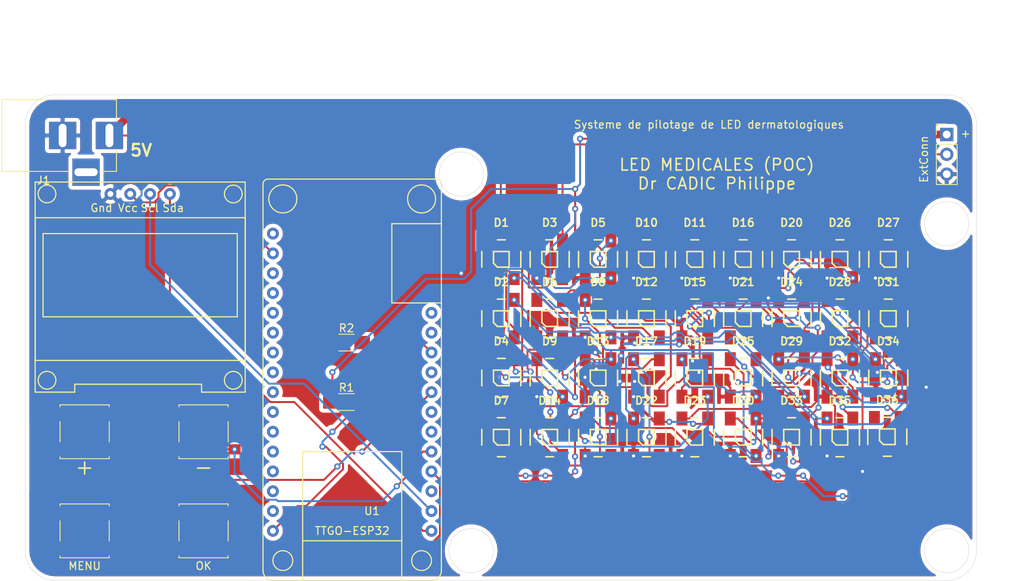
<source format=kicad_pcb>
(kicad_pcb (version 20171130) (host pcbnew "(5.1.0)-1")
  (layers (0 F.Cu signal) (31 B.Cu signal) (34 B.Paste user) (35 F.Paste user) (36 B.SilkS user) (37 F.SilkS user) (38 B.Mask user) (39 F.Mask user) (44 Edge.Cuts user))
  (net 0 "")
  (net 1 GND)
  (net 2 +5V)
  (net 3 /SDAx)
  (net 4 /SCLx)
  (net 5 /3.3v)
  (net 6 /ButA)
  (net 7 /ButB)
  (net 8 /ButC)
  (net 9 "Net-(SW4-Pad2)")
  (net 10 /LedPilot)
  (net 11 "Net-(D10-Pad4)")
  (net 12 "Net-(D10-Pad2)")
  (net 13 "Net-(D15-Pad2)")
  (net 14 "Net-(D21-Pad2)")
  (net 15 "Net-(D26-Pad2)")
  (net 16 "Net-(D28-Pad2)")
  (net 17 "Net-(D34-Pad2)")
  (net 18 "Net-(D1-Pad2)")
  (net 19 "Net-(D1-Pad4)")
  (net 20 "Net-(D2-Pad2)")
  (net 21 "Net-(D3-Pad2)")
  (net 22 "Net-(D4-Pad2)")
  (net 23 "Net-(D12-Pad4)")
  (net 24 "Net-(D11-Pad4)")
  (net 25 "Net-(D33-Pad2)")
  (net 26 "Net-(D32-Pad2)")
  (net 27 "Net-(D13-Pad4)")
  (net 28 "Net-(D14-Pad4)")
  (net 29 "Net-(D11-Pad2)")
  (net 30 "Net-(D12-Pad2)")
  (net 31 "Net-(D13-Pad2)")
  (net 32 "Net-(D14-Pad2)")
  (net 33 "Net-(D16-Pad2)")
  (net 34 "Net-(D17-Pad2)")
  (net 35 "Net-(D18-Pad2)")
  (net 36 "Net-(D19-Pad2)")
  (net 37 "Net-(D20-Pad2)")
  (net 38 "Net-(D22-Pad2)")
  (net 39 "Net-(D23-Pad2)")
  (net 40 "Net-(D24-Pad2)")
  (net 41 "Net-(D25-Pad2)")
  (net 42 "Net-(D27-Pad2)")
  (net 43 "Net-(D29-Pad2)")
  (net 44 "Net-(D30-Pad2)")
  (net 45 "Net-(D31-Pad2)")
  (net 46 /Dinx)
  (net 47 "Net-(R2-Pad2)")
  (module Display096:OSHW-Logo_5.7x6mm_Copper (layer F.Cu) (at 132.08 110.49)
    (fp_text reference REF** hide)
    (fp_text value OSHW-Logo_5.7x6mm_Copper hide)
    (fp_poly (pts (xy -1.908759 1.469184) (xy -1.882247 1.482282) (xy -1.849553 1.505106) (xy -1.825725 1.529996) (xy -1.809406 1.561249) (xy -1.79924 1.603166) (xy -1.793872 1.660044) (xy -1.791944 1.736184) (xy -1.791831 1.768917) (xy -1.792161 1.840656) (xy -1.793527 1.891927) (xy -1.7965 1.927404) (xy -1.801649 1.951763) (xy -1.809543 1.96968) (xy -1.817757 1.981902) (xy -1.870187 2.033905) (xy -1.93193 2.065184) (xy -1.998536 2.074592) (xy -2.065558 2.06098) (xy -2.086792 2.051354) (xy -2.137624 2.024859) (xy -2.137624 2.440052) (xy -2.100525 2.420868) (xy -2.051643 2.406025) (xy -1.991561 2.402222) (xy -1.931564 2.409243) (xy -1.886256 2.425013) (xy -1.848675 2.455047) (xy -1.816564 2.498024) (xy -1.81415 2.502436) (xy -1.803967 2.523221) (xy -1.79653 2.54417) (xy -1.791411 2.569548) (xy -1.788181 2.603618) (xy -1.786413 2.650641) (xy -1.785677 2.714882) (xy -1.785544 2.787176) (xy -1.785544 3.017822) (xy -1.923861 3.017822) (xy -1.923861 2.592533) (xy -1.962549 2.559979) (xy -2.002738 2.53394) (xy -2.040797 2.529205) (xy -2.079066 2.541389) (xy -2.099462 2.55332) (xy -2.114642 2.570313) (xy -2.125438 2.595995) (xy -2.132683 2.633991) (xy -2.137208 2.687926) (xy -2.139844 2.761425) (xy -2.140772 2.810347) (xy -2.143911 3.011535) (xy -2.209926 3.015336) (xy -2.27594 3.019136) (xy -2.27594 1.77065) (xy -2.137624 1.77065) (xy -2.134097 1.840254) (xy -2.122215 1.888569) (xy -2.10002 1.918631) (xy -2.065559 1.933471) (xy -2.030742 1.936436) (xy -1.991329 1.933028) (xy -1.965171 1.919617) (xy -1.948814 1.901896) (xy -1.935937 1.882835) (xy -1.928272 1.861601) (xy -1.924861 1.831849) (xy -1.924749 1.787236) (xy -1.925897 1.74988) (xy -1.928532 1.693604) (xy -1.932456 1.656658) (xy -1.939063 1.633223) (xy -1.949749 1.61748) (xy -1.959833 1.60838) (xy -2.00197 1.588537) (xy -2.05184 1.585332) (xy -2.080476 1.592168) (xy -2.108828 1.616464) (xy -2.127609 1.663728) (xy -2.136712 1.733624) (xy -2.137624 1.77065) (xy -2.27594 1.77065) (xy -2.27594 1.458614) (xy -2.206782 1.458614) (xy -2.16526 1.460256) (xy -2.143838 1.466087) (xy -2.137626 1.477461) (xy -2.137624 1.477798) (xy -2.134742 1.488938) (xy -2.12203 1.487673) (xy -2.096757 1.475433) (xy -2.037869 1.456707) (xy -1.971615 1.454739) (xy -1.908759 1.469184)) (layer F.Cu) (width 0.01))
    (fp_poly (pts (xy -1.38421 2.406555) (xy -1.325055 2.422339) (xy -1.280023 2.450948) (xy -1.248246 2.488419) (xy -1.238366 2.504411) (xy -1.231073 2.521163) (xy -1.225974 2.542592) (xy -1.222679 2.572616) (xy -1.220797 2.615154) (xy -1.219937 2.674122) (xy -1.219707 2.75344) (xy -1.219703 2.774484) (xy -1.219703 3.017822) (xy -1.280059 3.017822) (xy -1.318557 3.015126) (xy -1.347023 3.008295) (xy -1.354155 3.004083) (xy -1.373652 2.996813) (xy -1.393566 3.004083) (xy -1.426353 3.01316) (xy -1.473978 3.016813) (xy -1.526764 3.015228) (xy -1.575036 3.008589) (xy -1.603218 3.000072) (xy -1.657753 2.965063) (xy -1.691835 2.916479) (xy -1.707157 2.851882) (xy -1.707299 2.850223) (xy -1.705955 2.821566) (xy -1.584356 2.821566) (xy -1.573726 2.854161) (xy -1.55641 2.872505) (xy -1.521652 2.886379) (xy -1.475773 2.891917) (xy -1.428988 2.889191) (xy -1.391514 2.878274) (xy -1.381015 2.871269) (xy -1.362668 2.838904) (xy -1.35802 2.802111) (xy -1.35802 2.753763) (xy -1.427582 2.753763) (xy -1.493667 2.75885) (xy -1.543764 2.773263) (xy -1.574929 2.795729) (xy -1.584356 2.821566) (xy -1.705955 2.821566) (xy -1.703987 2.779647) (xy -1.68071 2.723845) (xy -1.636948 2.681647) (xy -1.630899 2.677808) (xy -1.604907 2.665309) (xy -1.572735 2.65774) (xy -1.52776 2.654061) (xy -1.474331 2.653216) (xy -1.35802 2.653169) (xy -1.35802 2.604411) (xy -1.362953 2.566581) (xy -1.375543 2.541236) (xy -1.377017 2.539887) (xy -1.405034 2.5288) (xy -1.447326 2.524503) (xy -1.494064 2.526615) (xy -1.535418 2.534756) (xy -1.559957 2.546965) (xy -1.573253 2.556746) (xy -1.587294 2.558613) (xy -1.606671 2.5506) (xy -1.635976 2.530739) (xy -1.679803 2.497063) (xy -1.683825 2.493909) (xy -1.681764 2.482236) (xy -1.664568 2.462822) (xy -1.638433 2.441248) (xy -1.609552 2.423096) (xy -1.600478 2.418809) (xy -1.56738 2.410256) (xy -1.51888 2.404155) (xy -1.464695 2.401708) (xy -1.462161 2.401703) (xy -1.38421 2.406555)) (layer F.Cu) (width 0.01))
    (fp_poly (pts (xy -0.993356 2.40302) (xy -0.974539 2.40866) (xy -0.968473 2.421053) (xy -0.968218 2.426647) (xy -0.967129 2.44223) (xy -0.959632 2.444676) (xy -0.939381 2.433993) (xy -0.927351 2.426694) (xy -0.8894 2.411063) (xy -0.844072 2.403334) (xy -0.796544 2.40274) (xy -0.751995 2.408513) (xy -0.715602 2.419884) (xy -0.692543 2.436088) (xy -0.687996 2.456355) (xy -0.690291 2.461843) (xy -0.70702 2.484626) (xy -0.732963 2.512647) (xy -0.737655 2.517177) (xy -0.762383 2.538005) (xy -0.783718 2.544735) (xy -0.813555 2.540038) (xy -0.825508 2.536917) (xy -0.862705 2.529421) (xy -0.888859 2.532792) (xy -0.910946 2.544681) (xy -0.931178 2.560635) (xy -0.946079 2.5807) (xy -0.956434 2.608702) (xy -0.963029 2.648467) (xy -0.966649 2.703823) (xy -0.968078 2.778594) (xy -0.968218 2.82374) (xy -0.968218 3.017822) (xy -1.09396 3.017822) (xy -1.09396 2.401683) (xy -1.031089 2.401683) (xy -0.993356 2.40302)) (layer F.Cu) (width 0.01))
    (fp_poly (pts (xy -0.201188 3.017822) (xy -0.270346 3.017822) (xy -0.310488 3.016645) (xy -0.331394 3.011772) (xy -0.338922 3.001186) (xy -0.339505 2.994029) (xy -0.340774 2.979676) (xy -0.348779 2.976923) (xy -0.369815 2.985771) (xy -0.386173 2.994029) (xy -0.448977 3.013597) (xy -0.517248 3.014729) (xy -0.572752 3.000135) (xy -0.624438 2.964877) (xy -0.663838 2.912835) (xy -0.685413 2.85145) (xy -0.685962 2.848018) (xy -0.689167 2.810571) (xy -0.690761 2.756813) (xy -0.690633 2.716155) (xy -0.553279 2.716155) (xy -0.550097 2.770194) (xy -0.542859 2.814735) (xy -0.53306 2.839888) (xy -0.495989 2.87426) (xy -0.451974 2.886582) (xy -0.406584 2.876618) (xy -0.367797 2.846895) (xy -0.353108 2.826905) (xy -0.344519 2.80305) (xy -0.340496 2.76823) (xy -0.339505 2.71593) (xy -0.341278 2.664139) (xy -0.345963 2.618634) (xy -0.352603 2.588181) (xy -0.35371 2.585452) (xy -0.380491 2.553) (xy -0.419579 2.535183) (xy -0.463315 2.532306) (xy -0.504038 2.544674) (xy -0.534087 2.572593) (xy -0.537204 2.578148) (xy -0.546961 2.612022) (xy -0.552277 2.660728) (xy -0.553279 2.716155) (xy -0.690633 2.716155) (xy -0.690568 2.69554) (xy -0.689664 2.662563) (xy -0.683514 2.580981) (xy -0.670733 2.51973) (xy -0.649471 2.474449) (xy -0.617878 2.440779) (xy -0.587207 2.421014) (xy -0.544354 2.40712) (xy -0.491056 2.402354) (xy -0.43648 2.406236) (xy -0.389792 2.418282) (xy -0.365124 2.432693) (xy -0.339505 2.455878) (xy -0.339505 2.162773) (xy -0.201188 2.162773) (xy -0.201188 3.017822)) (layer F.Cu) (width 0.01))
    (fp_poly (pts (xy 0.281524 2.404237) (xy 0.331255 2.407971) (xy 0.461291 2.797773) (xy 0.481678 2.728614) (xy 0.493946 2.685874) (xy 0.510085 2.628115) (xy 0.527512 2.564625) (xy 0.536726 2.53057) (xy 0.571388 2.401683) (xy 0.714391 2.401683) (xy 0.671646 2.536857) (xy 0.650596 2.603342) (xy 0.625167 2.683539) (xy 0.59861 2.767193) (xy 0.574902 2.841782) (xy 0.520902 3.011535) (xy 0.462598 3.015328) (xy 0.404295 3.019122) (xy 0.372679 2.914734) (xy 0.353182 2.849889) (xy 0.331904 2.7784) (xy 0.313308 2.715263) (xy 0.312574 2.71275) (xy 0.298684 2.669969) (xy 0.286429 2.640779) (xy 0.277846 2.629741) (xy 0.276082 2.631018) (xy 0.269891 2.64813) (xy 0.258128 2.684787) (xy 0.242225 2.736378) (xy 0.223614 2.798294) (xy 0.213543 2.832352) (xy 0.159007 3.017822) (xy 0.043264 3.017822) (xy -0.049263 2.725471) (xy -0.075256 2.643462) (xy -0.098934 2.568987) (xy -0.11918 2.505544) (xy -0.134874 2.456632) (xy -0.144898 2.425749) (xy -0.147945 2.416726) (xy -0.145533 2.407487) (xy -0.126592 2.403441) (xy -0.087177 2.403846) (xy -0.081007 2.404152) (xy -0.007914 2.407971) (xy 0.039957 2.58401) (xy 0.057553 2.648211) (xy 0.073277 2.704649) (xy 0.085746 2.748422) (xy 0.093574 2.77463) (xy 0.09502 2.778903) (xy 0.101014 2.77399) (xy 0.113101 2.748532) (xy 0.129893 2.705997) (xy 0.150003 2.64985) (xy 0.167003 2.59913) (xy 0.231794 2.400504) (xy 0.281524 2.404237)) (layer F.Cu) (width 0.01))
    (fp_poly (pts (xy 1.038411 2.405417) (xy 1.091411 2.41829) (xy 1.106731 2.42511) (xy 1.136428 2.442974) (xy 1.15922 2.463093) (xy 1.176083 2.488962) (xy 1.187998 2.524073) (xy 1.195942 2.57192) (xy 1.200894 2.635996) (xy 1.203831 2.719794) (xy 1.204947 2.775768) (xy 1.209052 3.017822) (xy 1.138932 3.017822) (xy 1.096393 3.016038) (xy 1.074476 3.009942) (xy 1.068812 2.999706) (xy 1.065821 2.988637) (xy 1.052451 2.990754) (xy 1.034233 2.999629) (xy 0.988624 3.013233) (xy 0.930007 3.016899) (xy 0.868354 3.010903) (xy 0.813638 2.995521) (xy 0.80873 2.993386) (xy 0.758723 2.958255) (xy 0.725756 2.909419) (xy 0.710587 2.852333) (xy 0.711746 2.831824) (xy 0.835508 2.831824) (xy 0.846413 2.859425) (xy 0.878745 2.879204) (xy 0.93091 2.889819) (xy 0.958787 2.891228) (xy 1.005247 2.88762) (xy 1.036129 2.873597) (xy 1.043664 2.866931) (xy 1.064076 2.830666) (xy 1.068812 2.797773) (xy 1.068812 2.753763) (xy 1.007513 2.753763) (xy 0.936256 2.757395) (xy 0.886276 2.768818) (xy 0.854696 2.788824) (xy 0.847626 2.797743) (xy 0.835508 2.831824) (xy 0.711746 2.831824) (xy 0.713971 2.792456) (xy 0.736663 2.735244) (xy 0.767624 2.69658) (xy 0.786376 2.679864) (xy 0.804733 2.668878) (xy 0.828619 2.66218) (xy 0.863957 2.658326) (xy 0.916669 2.655873) (xy 0.937577 2.655168) (xy 1.068812 2.650879) (xy 1.06862 2.611158) (xy 1.063537 2.569405) (xy 1.045162 2.544158) (xy 1.008039 2.52803) (xy 1.007043 2.527742) (xy 0.95441 2.5214) (xy 0.902906 2.529684) (xy 0.86463 2.549827) (xy 0.849272 2.559773) (xy 0.83273 2.558397) (xy 0.807275 2.543987) (xy 0.792328 2.533817) (xy 0.763091 2.512088) (xy 0.74498 2.4958) (xy 0.742074 2.491137) (xy 0.75404 2.467005) (xy 0.789396 2.438185) (xy 0.804753 2.428461) (xy 0.848901 2.411714) (xy 0.908398 2.402227) (xy 0.974487 2.400095) (xy 1.038411 2.405417)) (layer F.Cu) (width 0.01))
    (fp_poly (pts (xy 1.635255 2.401486) (xy 1.683595 2.411015) (xy 1.711114 2.425125) (xy 1.740064 2.448568) (xy 1.698876 2.500571) (xy 1.673482 2.532064) (xy 1.656238 2.547428) (xy 1.639102 2.549776) (xy 1.614027 2.542217) (xy 1.602257 2.537941) (xy 1.55427 2.531631) (xy 1.510324 2.545156) (xy 1.47806 2.57571) (xy 1.472819 2.585452) (xy 1.467112 2.611258) (xy 1.462706 2.658817) (xy 1.459811 2.724758) (xy 1.458631 2.80571) (xy 1.458614 2.817226) (xy 1.458614 3.017822) (xy 1.320297 3.017822) (xy 1.320297 2.401683) (xy 1.389456 2.401683) (xy 1.429333 2.402725) (xy 1.450107 2.407358) (xy 1.457789 2.417849) (xy 1.458614 2.427745) (xy 1.458614 2.453806) (xy 1.491745 2.427745) (xy 1.529735 2.409965) (xy 1.58077 2.401174) (xy 1.635255 2.401486)) (layer F.Cu) (width 0.01))
    (fp_poly (pts (xy 2.032581 2.40497) (xy 2.092685 2.420597) (xy 2.143021 2.452848) (xy 2.167393 2.47694) (xy 2.207345 2.533895) (xy 2.230242 2.599965) (xy 2.238108 2.681182) (xy 2.238148 2.687748) (xy 2.238218 2.753763) (xy 1.858264 2.753763) (xy 1.866363 2.788342) (xy 1.880987 2.819659) (xy 1.906581 2.852291) (xy 1.911935 2.8575) (xy 1.957943 2.885694) (xy 2.01041 2.890475) (xy 2.070803 2.871926) (xy 2.08104 2.866931) (xy 2.112439 2.851745) (xy 2.13347 2.843094) (xy 2.137139 2.842293) (xy 2.149948 2.850063) (xy 2.174378 2.869072) (xy 2.186779 2.87946) (xy 2.212476 2.903321) (xy 2.220915 2.919077) (xy 2.215058 2.933571) (xy 2.211928 2.937534) (xy 2.190725 2.954879) (xy 2.155738 2.975959) (xy 2.131337 2.988265) (xy 2.062072 3.009946) (xy 1.985388 3.016971) (xy 1.912765 3.008647) (xy 1.892426 3.002686) (xy 1.829476 2.968952) (xy 1.782815 2.917045) (xy 1.752173 2.846459) (xy 1.737282 2.756692) (xy 1.735647 2.709753) (xy 1.740421 2.641413) (xy 1.86099 2.641413) (xy 1.872652 2.646465) (xy 1.903998 2.650429) (xy 1.949571 2.652768) (xy 1.980446 2.653169) (xy 2.035981 2.652783) (xy 2.071033 2.650975) (xy 2.090262 2.646773) (xy 2.09833 2.639203) (xy 2.099901 2.628218) (xy 2.089121 2.594381) (xy 2.06198 2.56094) (xy 2.026277 2.535272) (xy 1.99056 2.524772) (xy 1.942048 2.534086) (xy 1.900053 2.561013) (xy 1.870936 2.599827) (xy 1.86099 2.641413) (xy 1.740421 2.641413) (xy 1.742599 2.610236) (xy 1.764055 2.530949) (xy 1.80047 2.471263) (xy 1.852297 2.430549) (xy 1.91999 2.408179) (xy 1.956662 2.403871) (xy 2.032581 2.40497)) (layer F.Cu) (width 0.01))
    (fp_poly (pts (xy -2.538261 1.465148) (xy -2.472479 1.494231) (xy -2.42254 1.542793) (xy -2.388374 1.610908) (xy -2.369907 1.698651) (xy -2.368583 1.712351) (xy -2.367546 1.808939) (xy -2.380993 1.893602) (xy -2.408108 1.962221) (xy -2.422627 1.984294) (xy -2.473201 2.031011) (xy -2.537609 2.061268) (xy -2.609666 2.073824) (xy -2.683185 2.067439) (xy -2.739072 2.047772) (xy -2.787132 2.014629) (xy -2.826412 1.971175) (xy -2.827092 1.970158) (xy -2.843044 1.943338) (xy -2.85341 1.916368) (xy -2.859688 1.882332) (xy -2.863373 1.83431) (xy -2.864997 1.794931) (xy -2.865672 1.759219) (xy -2.739955 1.759219) (xy -2.738726 1.79477) (xy -2.734266 1.842094) (xy -2.726397 1.872465) (xy -2.712207 1.894072) (xy -2.698917 1.906694) (xy -2.651802 1.933122) (xy -2.602505 1.936653) (xy -2.556593 1.917639) (xy -2.533638 1.896331) (xy -2.517096 1.874859) (xy -2.507421 1.854313) (xy -2.503174 1.827574) (xy -2.50292 1.787523) (xy -2.504228 1.750638) (xy -2.507043 1.697947) (xy -2.511505 1.663772) (xy -2.519548 1.64148) (xy -2.533103 1.624442) (xy -2.543845 1.614703) (xy -2.588777 1.589123) (xy -2.637249 1.587847) (xy -2.677894 1.602999) (xy -2.712567 1.634642) (xy -2.733224 1.68662) (xy -2.739955 1.759219) (xy -2.865672 1.759219) (xy -2.866479 1.716621) (xy -2.863948 1.658056) (xy -2.856362 1.614007) (xy -2.842681 1.579248) (xy -2.821865 1.548551) (xy -2.814147 1.539436) (xy -2.765889 1.494021) (xy -2.714128 1.467493) (xy -2.650828 1.456379) (xy -2.619961 1.455471) (xy -2.538261 1.465148)) (layer F.Cu) (width 0.01))
    (fp_poly (pts (xy -1.356699 1.472614) (xy -1.344168 1.478514) (xy -1.300799 1.510283) (xy -1.25979 1.556646) (xy -1.229168 1.607696) (xy -1.220459 1.631166) (xy -1.212512 1.673091) (xy -1.207774 1.723757) (xy -1.207199 1.744679) (xy -1.207129 1.810693) (xy -1.587083 1.810693) (xy -1.578983 1.845273) (xy -1.559104 1.88617) (xy -1.524347 1.921514) (xy -1.482998 1.944282) (xy -1.456649 1.94901) (xy -1.420916 1.943273) (xy -1.378282 1.928882) (xy -1.363799 1.922262) (xy -1.31024 1.895513) (xy -1.264533 1.930376) (xy -1.238158 1.953955) (xy -1.224124 1.973417) (xy -1.223414 1.979129) (xy -1.235951 1.992973) (xy -1.263428 2.014012) (xy -1.288366 2.030425) (xy -1.355664 2.05993) (xy -1.43111 2.073284) (xy -1.505888 2.069812) (xy -1.565495 2.051663) (xy -1.626941 2.012784) (xy -1.670608 1.961595) (xy -1.697926 1.895367) (xy -1.710322 1.811371) (xy -1.711421 1.772936) (xy -1.707022 1.684861) (xy -1.706482 1.682299) (xy -1.580582 1.682299) (xy -1.577115 1.690558) (xy -1.562863 1.695113) (xy -1.53347 1.697065) (xy -1.484575 1.697517) (xy -1.465748 1.697525) (xy -1.408467 1.696843) (xy -1.372141 1.694364) (xy -1.352604 1.689443) (xy -1.34569 1.681434) (xy -1.345445 1.678862) (xy -1.353336 1.658423) (xy -1.373085 1.629789) (xy -1.381575 1.619763) (xy -1.413094 1.591408) (xy -1.445949 1.580259) (xy -1.463651 1.579327) (xy -1.511539 1.590981) (xy -1.551699 1.622285) (xy -1.577173 1.667752) (xy -1.577625 1.669233) (xy -1.580582 1.682299) (xy -1.706482 1.682299) (xy -1.692392 1.61551) (xy -1.666038 1.560025) (xy -1.633807 1.520639) (xy -1.574217 1.477931) (xy -1.504168 1.455109) (xy -1.429661 1.453046) (xy -1.356699 1.472614)) (layer F.Cu) (width 0.01))
    (fp_poly (pts (xy 0.014017 1.456452) (xy 0.061634 1.465482) (xy 0.111034 1.48437) (xy 0.116312 1.486777) (xy 0.153774 1.506476) (xy 0.179717 1.524781) (xy 0.188103 1.536508) (xy 0.180117 1.555632) (xy 0.16072 1.58385) (xy 0.15211 1.594384) (xy 0.116628 1.635847) (xy 0.070885 1.608858) (xy 0.02735 1.590878) (xy -0.02295 1.581267) (xy -0.071188 1.58066) (xy -0.108533 1.589691) (xy -0.117495 1.595327) (xy -0.134563 1.621171) (xy -0.136637 1.650941) (xy -0.123866 1.674197) (xy -0.116312 1.678708) (xy -0.093675 1.684309) (xy -0.053885 1.690892) (xy -0.004834 1.697183) (xy 0.004215 1.69817) (xy 0.082996 1.711798) (xy 0.140136 1.734946) (xy 0.17803 1.769752) (xy 0.199079 1.818354) (xy 0.205635 1.877718) (xy 0.196577 1.945198) (xy 0.167164 1.998188) (xy 0.117278 2.036783) (xy 0.0468 2.061081) (xy -0.031435 2.070667) (xy -0.095234 2.070552) (xy -0.146984 2.061845) (xy -0.182327 2.049825) (xy -0.226983 2.02888) (xy -0.268253 2.004574) (xy -0.282921 1.993876) (xy -0.320643 1.963084) (xy -0.275148 1.917049) (xy -0.229653 1.871013) (xy -0.177928 1.905243) (xy -0.126048 1.930952) (xy -0.070649 1.944399) (xy -0.017395 1.945818) (xy 0.028049 1.935443) (xy 0.060016 1.913507) (xy 0.070338 1.894998) (xy 0.068789 1.865314) (xy 0.04314 1.842615) (xy -0.00654 1.82694) (xy -0.060969 1.819695) (xy -0.144736 1.805873) (xy -0.206967 1.779796) (xy -0.248493 1.740699) (xy -0.270147 1.68782) (xy -0.273147 1.625126) (xy -0.258329 1.559642) (xy -0.224546 1.510144) (xy -0.171495 1.476408) (xy -0.098874 1.458207) (xy -0.045072 1.454639) (xy 0.014017 1.456452)) (layer F.Cu) (width 0.01))
    (fp_poly (pts (xy 0.610762 1.466055) (xy 0.674363 1.500692) (xy 0.724123 1.555372) (xy 0.747568 1.599842) (xy 0.757634 1.639121) (xy 0.764156 1.695116) (xy 0.766951 1.759621) (xy 0.765836 1.824429) (xy 0.760626 1.881334) (xy 0.754541 1.911727) (xy 0.734014 1.953306) (xy 0.698463 1.997468) (xy 0.655619 2.036087) (xy 0.613211 2.061034) (xy 0.612177 2.06143) (xy 0.559553 2.072331) (xy 0.497188 2.072601) (xy 0.437924 2.062676) (xy 0.41504 2.054722) (xy 0.356102 2.0213) (xy 0.31389 1.977511) (xy 0.286156 1.919538) (xy 0.270651 1.843565) (xy 0.267143 1.803771) (xy 0.26759 1.753766) (xy 0.402376 1.753766) (xy 0.406917 1.826732) (xy 0.419986 1.882334) (xy 0.440756 1.917861) (xy 0.455552 1.92802) (xy 0.493464 1.935104) (xy 0.538527 1.933007) (xy 0.577487 1.922812) (xy 0.587704 1.917204) (xy 0.614659 1.884538) (xy 0.632451 1.834545) (xy 0.640024 1.773705) (xy 0.636325 1.708497) (xy 0.628057 1.669253) (xy 0.60432 1.623805) (xy 0.566849 1.595396) (xy 0.52172 1.585573) (xy 0.475011 1.595887) (xy 0.439132 1.621112) (xy 0.420277 1.641925) (xy 0.409272 1.662439) (xy 0.404026 1.690203) (xy 0.402449 1.732762) (xy 0.402376 1.753766) (xy 0.26759 1.753766) (xy 0.268094 1.69758) (xy 0.285388 1.610501) (xy 0.319029 1.54253) (xy 0.369018 1.493664) (xy 0.435356 1.463899) (xy 0.449601 1.460448) (xy 0.53521 1.452345) (xy 0.610762 1.466055)) (layer F.Cu) (width 0.01))
    (fp_poly (pts (xy 0.993367 1.654342) (xy 0.994555 1.746563) (xy 0.998897 1.81661) (xy 1.007558 1.867381) (xy 1.021704 1.901772) (xy 1.0425 1.922679) (xy 1.07111 1.933) (xy 1.106535 1.935636) (xy 1.143636 1.932682) (xy 1.171818 1.921889) (xy 1.192243 1.90036) (xy 1.206079 1.865199) (xy 1.214491 1.81351) (xy 1.218643 1.742394) (xy 1.219703 1.654342) (xy 1.219703 1.458614) (xy 1.35802 1.458614) (xy 1.35802 2.062179) (xy 1.288862 2.062179) (xy 1.24717 2.060489) (xy 1.225701 2.054556) (xy 1.219703 2.043293) (xy 1.216091 2.033261) (xy 1.201714 2.035383) (xy 1.172736 2.04958) (xy 1.106319 2.07148) (xy 1.035875 2.069928) (xy 0.968377 2.046147) (xy 0.936233 2.027362) (xy 0.911715 2.007022) (xy 0.893804 1.981573) (xy 0.881479 1.947458) (xy 0.873723 1.901121) (xy 0.869516 1.839007) (xy 0.86784 1.757561) (xy 0.867624 1.694578) (xy 0.867624 1.458614) (xy 0.993367 1.458614) (xy 0.993367 1.654342)) (layer F.Cu) (width 0.01))
    (fp_poly (pts (xy 2.217226 1.46388) (xy 2.29008 1.49483) (xy 2.313027 1.509895) (xy 2.342354 1.533048) (xy 2.360764 1.551253) (xy 2.363961 1.557183) (xy 2.354935 1.57034) (xy 2.331837 1.592667) (xy 2.313344 1.60825) (xy 2.262728 1.648926) (xy 2.22276 1.615295) (xy 2.191874 1.593584) (xy 2.161759 1.58609) (xy 2.127292 1.58792) (xy 2.072561 1.601528) (xy 2.034886 1.629772) (xy 2.011991 1.675433) (xy 2.001597 1.741289) (xy 2.001595 1.741331) (xy 2.002494 1.814939) (xy 2.016463 1.868946) (xy 2.044328 1.905716) (xy 2.063325 1.918168) (xy 2.113776 1.933673) (xy 2.167663 1.933683) (xy 2.214546 1.918638) (xy 2.225644 1.911287) (xy 2.253476 1.892511) (xy 2.275236 1.889434) (xy 2.298704 1.903409) (xy 2.324649 1.92851) (xy 2.365716 1.97088) (xy 2.320121 2.008464) (xy 2.249674 2.050882) (xy 2.170233 2.071785) (xy 2.087215 2.070272) (xy 2.032694 2.056411) (xy 1.96897 2.022135) (xy 1.918005 1.968212) (xy 1.894851 1.930149) (xy 1.876099 1.875536) (xy 1.866715 1.806369) (xy 1.866643 1.731407) (xy 1.875824 1.659409) (xy 1.894199 1.599137) (xy 1.897093 1.592958) (xy 1.939952 1.532351) (xy 1.997979 1.488224) (xy 2.066591 1.461493) (xy 2.141201 1.453073) (xy 2.217226 1.46388)) (layer F.Cu) (width 0.01))
    (fp_poly (pts (xy 2.677898 1.456457) (xy 2.710096 1.464279) (xy 2.771825 1.492921) (xy 2.82461 1.536667) (xy 2.861141 1.589117) (xy 2.86616 1.600893) (xy 2.873045 1.63174) (xy 2.877864 1.677371) (xy 2.879505 1.723492) (xy 2.879505 1.810693) (xy 2.697178 1.810693) (xy 2.621979 1.810978) (xy 2.569003 1.812704) (xy 2.535325 1.817181) (xy 2.51802 1.82572) (xy 2.514163 1.83963) (xy 2.520829 1.860222) (xy 2.53277 1.884315) (xy 2.56608 1.924525) (xy 2.612368 1.944558) (xy 2.668944 1.943905) (xy 2.733031 1.922101) (xy 2.788417 1.895193) (xy 2.834375 1.931532) (xy 2.880333 1.967872) (xy 2.837096 2.007819) (xy 2.779374 2.045563) (xy 2.708386 2.06832) (xy 2.632029 2.074688) (xy 2.558199 2.063268) (xy 2.546287 2.059393) (xy 2.481399 2.025506) (xy 2.43313 1.974986) (xy 2.400465 1.906325) (xy 2.382385 1.818014) (xy 2.382175 1.816121) (xy 2.380556 1.719878) (xy 2.3871 1.685542) (xy 2.514852 1.685542) (xy 2.526584 1.690822) (xy 2.558438 1.694867) (xy 2.605397 1.697176) (xy 2.635154 1.697525) (xy 2.690648 1.697306) (xy 2.725346 1.695916) (xy 2.743601 1.692251) (xy 2.749766 1.68521) (xy 2.748195 1.67369) (xy 2.746878 1.669233) (xy 2.724382 1.627355) (xy 2.689003 1.593604) (xy 2.65778 1.578773) (xy 2.616301 1.579668) (xy 2.574269 1.598164) (xy 2.539012 1.628786) (xy 2.517854 1.666062) (xy 2.514852 1.685542) (xy 2.3871 1.685542) (xy 2.39669 1.635229) (xy 2.428698 1.564191) (xy 2.474701 1.508779) (xy 2.532821 1.471009) (xy 2.60118 1.452896) (xy 2.677898 1.456457)) (layer F.Cu) (width 0.01))
    (fp_poly (pts (xy -0.754012 1.469002) (xy -0.722717 1.48395) (xy -0.692409 1.505541) (xy -0.669318 1.530391) (xy -0.6525 1.562087) (xy -0.641006 1.604214) (xy -0.633891 1.660358) (xy -0.630207 1.734106) (xy -0.629008 1.829044) (xy -0.628989 1.838985) (xy -0.628713 2.062179) (xy -0.76703 2.062179) (xy -0.76703 1.856418) (xy -0.767128 1.780189) (xy -0.767809 1.724939) (xy -0.769651 1.686501) (xy -0.773233 1.660706) (xy -0.779132 1.643384) (xy -0.787927 1.630368) (xy -0.80018 1.617507) (xy -0.843047 1.589873) (xy -0.889843 1.584745) (xy -0.934424 1.602217) (xy -0.949928 1.615221) (xy -0.96131 1.627447) (xy -0.969481 1.64054) (xy -0.974974 1.658615) (xy -0.97832 1.685787) (xy -0.980051 1.72617) (xy -0.980697 1.783879) (xy -0.980792 1.854132) (xy -0.980792 2.062179) (xy -1.119109 2.062179) (xy -1.119109 1.458614) (xy -1.04995 1.458614) (xy -1.008428 1.460256) (xy -0.987006 1.466087) (xy -0.980795 1.477461) (xy -0.980792 1.477798) (xy -0.97791 1.488938) (xy -0.965199 1.487674) (xy -0.939926 1.475434) (xy -0.882605 1.457424) (xy -0.817037 1.455421) (xy -0.754012 1.469002)) (layer F.Cu) (width 0.01))
    (fp_poly (pts (xy 1.79946 1.45803) (xy 1.842711 1.471245) (xy 1.870558 1.487941) (xy 1.879629 1.501145) (xy 1.877132 1.516797) (xy 1.860931 1.541385) (xy 1.847232 1.5588) (xy 1.818992 1.590283) (xy 1.797775 1.603529) (xy 1.779688 1.602664) (xy 1.726035 1.58901) (xy 1.68663 1.58963) (xy 1.654632 1.605104) (xy 1.64389 1.614161) (xy 1.609505 1.646027) (xy 1.609505 2.062179) (xy 1.471188 2.062179) (xy 1.471188 1.458614) (xy 1.540347 1.458614) (xy 1.581869 1.460256) (xy 1.603291 1.466087) (xy 1.609502 1.477461) (xy 1.609505 1.477798) (xy 1.612439 1.489713) (xy 1.625704 1.488159) (xy 1.644084 1.479563) (xy 1.682046 1.463568) (xy 1.712872 1.453945) (xy 1.752536 1.451478) (xy 1.79946 1.45803)) (layer F.Cu) (width 0.01))
    (fp_poly (pts (xy 0.376964 -2.709982) (xy 0.433812 -2.40843) (xy 0.853338 -2.235488) (xy 1.104984 -2.406605) (xy 1.175458 -2.45425) (xy 1.239163 -2.49679) (xy 1.293126 -2.532285) (xy 1.334373 -2.55879) (xy 1.359934 -2.574364) (xy 1.366895 -2.577722) (xy 1.379435 -2.569086) (xy 1.406231 -2.545208) (xy 1.44428 -2.509141) (xy 1.490579 -2.463933) (xy 1.542123 -2.412636) (xy 1.595909 -2.358299) (xy 1.648935 -2.303972) (xy 1.698195 -2.252705) (xy 1.740687 -2.207549) (xy 1.773407 -2.171554) (xy 1.793351 -2.14777) (xy 1.798119 -2.13981) (xy 1.791257 -2.125135) (xy 1.77202 -2.092986) (xy 1.74243 -2.046508) (xy 1.70451 -1.988844) (xy 1.660282 -1.92314) (xy 1.634654 -1.885664) (xy 1.587941 -1.817232) (xy 1.546432 -1.75548) (xy 1.51214 -1.703481) (xy 1.48708 -1.664308) (xy 1.473264 -1.641035) (xy 1.471188 -1.636145) (xy 1.475895 -1.622245) (xy 1.488723 -1.58985) (xy 1.507738 -1.543515) (xy 1.531003 -1.487794) (xy 1.556584 -1.427242) (xy 1.582545 -1.366414) (xy 1.60695 -1.309864) (xy 1.627863 -1.262148) (xy 1.643349 -1.227819) (xy 1.651472 -1.211432) (xy 1.651952 -1.210788) (xy 1.664707 -1.207659) (xy 1.698677 -1.200679) (xy 1.75034 -1.190533) (xy 1.816176 -1.177908) (xy 1.892664 -1.163491) (xy 1.93729 -1.155177) (xy 2.019021 -1.139616) (xy 2.092843 -1.124808) (xy 2.155021 -1.111564) (xy 2.201822 -1.100695) (xy 2.229509 -1.093011) (xy 2.235074 -1.090573) (xy 2.240526 -1.07407) (xy 2.244924 -1.0368) (xy 2.248272 -0.98312) (xy 2.250574 -0.917388) (xy 2.251832 -0.843963) (xy 2.252048 -0.767204) (xy 2.251227 -0.691468) (xy 2.249371 -0.621114) (xy 2.246482 -0.5605) (xy 2.242565 -0.513984) (xy 2.237622 -0.485925) (xy 2.234657 -0.480084) (xy 2.216934 -0.473083) (xy 2.179381 -0.463073) (xy 2.126964 -0.451231) (xy 2.064652 -0.438733) (xy 2.0429 -0.43469) (xy 1.938024 -0.41548) (xy 1.85518 -0.400009) (xy 1.79163 -0.387663) (xy 1.744637 -0.377827) (xy 1.711463 -0.369886) (xy 1.689371 -0.363224) (xy 1.675624 -0.357227) (xy 1.667484 -0.351281) (xy 1.666345 -0.350106) (xy 1.654977 -0.331174) (xy 1.637635 -0.294331) (xy 1.61605 -0.244087) (xy 1.591954 -0.184954) (xy 1.567079 -0.121444) (xy 1.543157 -0.058068) (xy 1.521919 0.000662) (xy 1.505097 0.050235) (xy 1.494422 0.086139) (xy 1.491627 0.103862) (xy 1.49186 0.104483) (xy 1.501331 0.11897) (xy 1.522818 0.150844) (xy 1.554063 0.196789) (xy 1.592807 0.253485) (xy 1.636793 0.317617) (xy 1.649319 0.335842) (xy 1.693984 0.401914) (xy 1.733288 0.4622) (xy 1.765088 0.513235) (xy 1.787245 0.55156) (xy 1.797617 0.573711) (xy 1.798119 0.576432) (xy 1.789405 0.590736) (xy 1.765325 0.619072) (xy 1.728976 0.658396) (xy 1.683453 0.705661) (xy 1.631852 0.757823) (xy 1.577267 0.811835) (xy 1.522794 0.864653) (xy 1.471529 0.913231) (xy 1.426567 0.954523) (xy 1.391004 0.985485) (xy 1.367935 1.00307) (xy 1.361554 1.005941) (xy 1.346699 0.999178) (xy 1.316286 0.980939) (xy 1.275268 0.954297) (xy 1.243709 0.932852) (xy 1.186525 0.893503) (xy 1.118806 0.847171) (xy 1.05088 0.800913) (xy 1.014361 0.776155) (xy 0.890752 0.692547) (xy 0.786991 0.74865) (xy 0.73972 0.773228) (xy 0.699523 0.792331) (xy 0.672326 0.803227) (xy 0.665402 0.804743) (xy 0.657077 0.793549) (xy 0.640654 0.761917) (xy 0.617357 0.712765) (xy 0.588414 0.64901) (xy 0.55505 0.573571) (xy 0.518491 0.489364) (xy 0.479964 0.399308) (xy 0.440694 0.306321) (xy 0.401908 0.21332) (xy 0.36483 0.123223) (xy 0.330689 0.038948) (xy 0.300708 -0.036587) (xy 0.276116 -0.100466) (xy 0.258136 -0.149769) (xy 0.247997 -0.181579) (xy 0.246366 -0.192504) (xy 0.259291 -0.206439) (xy 0.287589 -0.22906) (xy 0.325346 -0.255667) (xy 0.328515 -0.257772) (xy 0.4261 -0.335886) (xy 0.504786 -0.427018) (xy 0.563891 -0.528255) (xy 0.602732 -0.636682) (xy 0.620628 -0.749386) (xy 0.616897 -0.863452) (xy 0.590857 -0.975966) (xy 0.541825 -1.084015) (xy 0.5274 -1.107655) (xy 0.452369 -1.203113) (xy 0.36373 -1.279768) (xy 0.264549 -1.33722) (xy 0.157895 -1.375071) (xy 0.046836 -1.392922) (xy -0.065561 -1.390375) (xy -0.176227 -1.36703) (xy -0.282094 -1.32249) (xy -0.380095 -1.256355) (xy -0.41041 -1.229513) (xy -0.487562 -1.145488) (xy -0.543782 -1.057034) (xy -0.582347 -0.957885) (xy -0.603826 -0.859697) (xy -0.609128 -0.749303) (xy -0.591448 -0.63836) (xy -0.552581 -0.530619) (xy -0.494323 -0.429831) (xy -0.418469 -0.339744) (xy -0.326817 -0.264108) (xy -0.314772 -0.256136) (xy -0.276611 -0.230026) (xy -0.247601 -0.207405) (xy -0.233732 -0.192961) (xy -0.233531 -0.192504) (xy -0.236508 -0.176879) (xy -0.248311 -0.141418) (xy -0.267714 -0.089038) (xy -0.293488 -0.022655) (xy -0.324409 0.054814) (xy -0.359249 0.14045) (xy -0.396783 0.231337) (xy -0.435783 0.324559) (xy -0.475023 0.417197) (xy -0.513276 0.506335) (xy -0.549317 0.589055) (xy -0.581917 0.662441) (xy -0.609852 0.723575) (xy -0.631895 0.769541) (xy -0.646818 0.797421) (xy -0.652828 0.804743) (xy -0.671191 0.799041) (xy -0.705552 0.783749) (xy -0.749984 0.761599) (xy -0.774417 0.74865) (xy -0.878178 0.692547) (xy -1.001787 0.776155) (xy -1.064886 0.818987) (xy -1.13397 0.866122) (xy -1.198707 0.910503) (xy -1.231134 0.932852) (xy -1.276741 0.963477) (xy -1.31536 0.987747) (xy -1.341952 1.002587) (xy -1.35059 1.005724) (xy -1.363161 0.997261) (xy -1.390984 0.973636) (xy -1.431361 0.937302) (xy -1.481595 0.890711) (xy -1.538988 0.836317) (xy -1.575286 0.801392) (xy -1.63879 0.738996) (xy -1.693673 0.683188) (xy -1.737714 0.636354) (xy -1.768695 0.600882) (xy -1.784398 0.579161) (xy -1.785905 0.574752) (xy -1.778914 0.557985) (xy -1.759594 0.524082) (xy -1.730091 0.476476) (xy -1.692545 0.418599) (xy -1.6491 0.353884) (xy -1.636745 0.335842) (xy -1.591727 0.270267) (xy -1.55134 0.211228) (xy -1.51784 0.162042) (xy -1.493486 0.126028) (xy -1.480536 0.106502) (xy -1.479285 0.104483) (xy -1.481156 0.088922) (xy -1.491087 0.054709) (xy -1.507347 0.006355) (xy -1.528205 -0.051629) (xy -1.551927 -0.11473) (xy -1.576784 -0.178437) (xy -1.601042 -0.238239) (xy -1.622971 -0.289624) (xy -1.640838 -0.328081) (xy -1.652913 -0.349098) (xy -1.653771 -0.350106) (xy -1.661154 -0.356112) (xy -1.673625 -0.362052) (xy -1.69392 -0.36854) (xy -1.724778 -0.376191) (xy -1.768934 -0.38562) (xy -1.829126 -0.397441) (xy -1.908093 -0.412271) (xy -2.00857 -0.430723) (xy -2.030325 -0.43469) (xy -2.094802 -0.447147) (xy -2.151011 -0.459334) (xy -2.193987 -0.470074) (xy -2.21876 -0.478191) (xy -2.222082 -0.480084) (xy -2.227556 -0.496862) (xy -2.232006 -0.534355) (xy -2.235428 -0.588206) (xy -2.237819 -0.654056) (xy -2.239177 -0.727547) (xy -2.239499 -0.80432) (xy -2.238781 -0.880017) (xy -2.237021 -0.95028) (xy -2.234216 -1.01075) (xy -2.230362 -1.05707) (xy -2.225457 -1.084881) (xy -2.2225 -1.090573) (xy -2.206037 -1.096314) (xy -2.168551 -1.105655) (xy -2.113775 -1.117785) (xy -2.045445 -1.131893) (xy -1.967294 -1.14717) (xy -1.924716 -1.155177) (xy -1.843929 -1.170279) (xy -1.771887 -1.18396) (xy -1.712111 -1.195533) (xy -1.668121 -1.204313) (xy -1.643439 -1.209613) (xy -1.639377 -1.210788) (xy -1.632511 -1.224035) (xy -1.617998 -1.255943) (xy -1.597771 -1.301953) (xy -1.573766 -1.357508) (xy -1.547918 -1.418047) (xy -1.52216 -1.479014) (xy -1.498427 -1.535849) (xy -1.478654 -1.583994) (xy -1.464776 -1.61889) (xy -1.458726 -1.635979) (xy -1.458614 -1.636726) (xy -1.465472 -1.650207) (xy -1.484698 -1.68123) (xy -1.514272 -1.726711) (xy -1.552173 -1.783568) (xy -1.59638 -1.848717) (xy -1.622079 -1.886138) (xy -1.668907 -1.954753) (xy -1.710499 -2.017048) (xy -1.744825 -2.069871) (xy -1.769857 -2.110073) (xy -1.783565 -2.1345) (xy -1.785544 -2.139976) (xy -1.777034 -2.152722) (xy -1.753507 -2.179937) (xy -1.717968 -2.218572) (xy -1.673423 -2.265577) (xy -1.622877 -2.317905) (xy -1.569336 -2.372505) (xy -1.515805 -2.42633) (xy -1.465289 -2.47633) (xy -1.420794 -2.519457) (xy -1.385325 -2.552661) (xy -1.361887 -2.572894) (xy -1.354046 -2.577722) (xy -1.34128 -2.570933) (xy -1.310744 -2.551858) (xy -1.26541 -2.522439) (xy -1.208244 -2.484619) (xy -1.142216 -2.440339) (xy -1.09241 -2.406605) (xy -0.840764 -2.235488) (xy -0.631001 -2.321959) (xy -0.421237 -2.40843) (xy -0.364389 -2.709982) (xy -0.30754 -3.011534) (xy 0.320115 -3.011534) (xy 0.376964 -2.709982)) (layer F.Cu) (width 0.01))
  )
  (module TTGO-LoraCom:WS2812B (layer F.Cu) (at 91.350001 82.02)
    (fp_text reference D6 (at 0 -4.7) (layer F.SilkS) (effects (font (thickness 0.2))))
    (fp_text value WS2812B hide)
    (pad 4 smd rect (at 1.65 2.4) (size 1.4 1.8) (layers F.Cu F.Paste F.Mask) (net 17 "Net-(D34-Pad2)"))
    (pad 3 smd rect (at -1.65 2.4) (size 1.4 1.8) (layers F.Cu F.Paste F.Mask) (net 1 GND))
    (pad 2 smd rect (at -1.65 -2.4) (size 1.4 1.8) (layers F.Cu F.Paste F.Mask) (net 23 "Net-(D12-Pad4)"))
    (pad 1 smd rect (at 1.65 -2.4) (size 1.4 1.8) (layers F.Cu F.Paste F.Mask) (net 2 +5V))
  )
  (module TTGO-LoraCom:WS2812B (layer F.Cu) (at 122.350001 97.22)
    (fp_text reference D33 (at 0 -4.7) (layer F.SilkS) (effects (font (thickness 0.2))))
    (fp_text value WS2812B hide)
    (pad 4 smd rect (at 1.65 2.4) (size 1.4 1.8) (layers F.Cu F.Paste F.Mask) (net 44 "Net-(D30-Pad2)"))
    (pad 3 smd rect (at -1.65 2.4) (size 1.4 1.8) (layers F.Cu F.Paste F.Mask) (net 1 GND))
    (pad 2 smd rect (at -1.65 -2.4) (size 1.4 1.8) (layers F.Cu F.Paste F.Mask) (net 25 "Net-(D33-Pad2)"))
    (pad 1 smd rect (at 1.65 -2.4) (size 1.4 1.8) (layers F.Cu F.Paste F.Mask) (net 2 +5V))
  )
  (module TTGO32:Oled96 (layer F.Cu) (at 25.4 91.44)
    (fp_text reference LCD1 hide)
    (fp_text value Oled96)
    (fp_text user Gnd (at 8.5 -23.6) (layer F.SilkS))
    (fp_text user Vcc (at 11.9 -23.6) (layer F.SilkS))
    (fp_text user Scl (at 14.7 -23.6) (layer F.SilkS))
    (fp_text user Sda (at 17.7 -23.6) (layer F.SilkS))
    (pad 1 thru_hole circle (at 17.272 -25.4) (size 1.524 1.524) (drill 0.762) (layers *.Cu *.Mask) (net 3 /SDAx))
    (pad 2 thru_hole circle (at 14.732 -25.4) (size 1.524 1.524) (drill 0.762) (layers *.Cu *.Mask) (net 4 /SCLx))
    (pad 3 thru_hole circle (at 12.192 -25.4) (size 1.524 1.524) (drill 0.762) (layers *.Cu *.Mask) (net 5 /3.3v))
    (pad 4 thru_hole circle (at 9.652 -25.4) (size 1.524 1.524) (drill 0.762) (layers *.Cu *.Mask) (net 1 GND))
  )
  (module Buttons_Switches_SMD:SW_SPST_B3S-1000 (layer F.Cu) (at 31.75 96.52)
    (fp_text reference SW1 hide)
    (fp_text value + (at 0 4.5) (layer F.SilkS) (effects (font (size 2 2) (thickness 0.2))))
    (pad 2 smd rect (at 3.975 2.25) (size 1.55 1.3) (layers F.Cu F.Paste F.Mask) (net 6 /ButA))
    (pad 2 smd rect (at -3.975 2.25) (size 1.55 1.3) (layers F.Cu F.Paste F.Mask) (net 6 /ButA))
    (pad 1 smd rect (at 3.975 -2.25) (size 1.55 1.3) (layers F.Cu F.Paste F.Mask) (net 5 /3.3v))
    (pad 1 smd rect (at -3.975 -2.25) (size 1.55 1.3) (layers F.Cu F.Paste F.Mask) (net 5 /3.3v))
  )
  (module Buttons_Switches_SMD:SW_SPST_B3S-1000 (layer F.Cu) (at 46.99 96.52)
    (fp_text reference SW2 hide)
    (fp_text value - (at 0 4.5) (layer F.SilkS) (effects (font (size 2 2) (thickness 0.2))))
    (pad 1 smd rect (at -3.975 -2.25) (size 1.55 1.3) (layers F.Cu F.Paste F.Mask) (net 5 /3.3v))
    (pad 1 smd rect (at 3.975 -2.25) (size 1.55 1.3) (layers F.Cu F.Paste F.Mask) (net 5 /3.3v))
    (pad 2 smd rect (at -3.975 2.25) (size 1.55 1.3) (layers F.Cu F.Paste F.Mask) (net 7 /ButB))
    (pad 2 smd rect (at 3.975 2.25) (size 1.55 1.3) (layers F.Cu F.Paste F.Mask) (net 7 /ButB))
  )
  (module Buttons_Switches_SMD:SW_SPST_B3S-1000 (layer F.Cu) (at 46.99 109.22)
    (fp_text reference SW3 hide)
    (fp_text value OK (at 0 4.5) (layer F.SilkS))
    (pad 2 smd rect (at 3.975 2.25) (size 1.55 1.3) (layers F.Cu F.Paste F.Mask) (net 8 /ButC))
    (pad 2 smd rect (at -3.975 2.25) (size 1.55 1.3) (layers F.Cu F.Paste F.Mask) (net 8 /ButC))
    (pad 1 smd rect (at 3.975 -2.25) (size 1.55 1.3) (layers F.Cu F.Paste F.Mask) (net 5 /3.3v))
    (pad 1 smd rect (at -3.975 -2.25) (size 1.55 1.3) (layers F.Cu F.Paste F.Mask) (net 5 /3.3v))
  )
  (module Buttons_Switches_SMD:SW_SPST_B3S-1000 (layer F.Cu) (at 31.75 109.22)
    (fp_text reference SW4 hide)
    (fp_text value MENU (at 0 4.5) (layer F.SilkS))
    (pad 1 smd rect (at -3.975 -2.25) (size 1.55 1.3) (layers F.Cu F.Paste F.Mask) (net 5 /3.3v))
    (pad 1 smd rect (at 3.975 -2.25) (size 1.55 1.3) (layers F.Cu F.Paste F.Mask) (net 5 /3.3v))
    (pad 2 smd rect (at -3.975 2.25) (size 1.55 1.3) (layers F.Cu F.Paste F.Mask) (net 9 "Net-(SW4-Pad2)"))
    (pad 2 smd rect (at 3.975 2.25) (size 1.55 1.3) (layers F.Cu F.Paste F.Mask) (net 9 "Net-(SW4-Pad2)"))
  )
  (module TTGO-LoraCom:TTGO-ESP32 (layer F.Cu) (at 76.2 63.5 180)
    (fp_text reference U1 (at 7.62 -43.18 180) (layer F.SilkS))
    (fp_text value TTGO-ESP32 (at 10.16 -45.72 180) (layer F.SilkS))
    (pad 1 thru_hole circle (at 20.32 -7.62 180) (size 1.524 1.524) (drill 0.762) (layers *.Cu *.Mask))
    (pad 2 thru_hole circle (at 20.32 -10.16 180) (size 1.524 1.524) (drill 0.762) (layers *.Cu *.Mask) (net 5 /3.3v))
    (pad 3 thru_hole circle (at 20.32 -12.7 180) (size 1.524 1.524) (drill 0.762) (layers *.Cu *.Mask))
    (pad 4 thru_hole circle (at 20.32 -15.24 180) (size 1.524 1.524) (drill 0.762) (layers *.Cu *.Mask))
    (pad 5 thru_hole circle (at 20.32 -17.78 180) (size 1.524 1.524) (drill 0.762) (layers *.Cu *.Mask))
    (pad 6 thru_hole circle (at 20.32 -20.32 180) (size 1.524 1.524) (drill 0.762) (layers *.Cu *.Mask))
    (pad 7 thru_hole circle (at 20.32 -22.86 180) (size 1.524 1.524) (drill 0.762) (layers *.Cu *.Mask))
    (pad 8 thru_hole circle (at 20.32 -25.4 180) (size 1.524 1.524) (drill 0.762) (layers *.Cu *.Mask))
    (pad 9 thru_hole circle (at 20.32 -27.94 180) (size 1.524 1.524) (drill 0.762) (layers *.Cu *.Mask))
    (pad 10 thru_hole circle (at 20.32 -30.48 180) (size 1.524 1.524) (drill 0.762) (layers *.Cu *.Mask))
    (pad 11 thru_hole circle (at 20.32 -33.02 180) (size 1.524 1.524) (drill 0.762) (layers *.Cu *.Mask))
    (pad 12 thru_hole circle (at 20.32 -35.56 180) (size 1.524 1.524) (drill 0.762) (layers *.Cu *.Mask))
    (pad 13 thru_hole circle (at 20.32 -38.1 180) (size 1.524 1.524) (drill 0.762) (layers *.Cu *.Mask))
    (pad 14 thru_hole circle (at 20.32 -40.64 180) (size 1.524 1.524) (drill 0.762) (layers *.Cu *.Mask))
    (pad 15 thru_hole circle (at 20.32 -43.18 180) (size 1.524 1.524) (drill 0.762) (layers *.Cu *.Mask))
    (pad 16 thru_hole circle (at 20.32 -45.72 180) (size 1.524 1.524) (drill 0.762) (layers *.Cu *.Mask) (net 10 /LedPilot))
    (pad 17 thru_hole circle (at 0 -45.72 180) (size 1.524 1.524) (drill 0.762) (layers *.Cu *.Mask) (net 3 /SDAx))
    (pad 18 thru_hole circle (at 0 -43.18 180) (size 1.524 1.524) (drill 0.762) (layers *.Cu *.Mask) (net 4 /SCLx))
    (pad 19 thru_hole circle (at 0 -40.64 180) (size 1.524 1.524) (drill 0.762) (layers *.Cu *.Mask))
    (pad 20 thru_hole circle (at 0 -38.1 180) (size 1.524 1.524) (drill 0.762) (layers *.Cu *.Mask) (net 8 /ButC))
    (pad 21 thru_hole circle (at 0 -35.56 180) (size 1.524 1.524) (drill 0.762) (layers *.Cu *.Mask) (net 7 /ButB))
    (pad 22 thru_hole circle (at 0 -33.02 180) (size 1.524 1.524) (drill 0.762) (layers *.Cu *.Mask))
    (pad 23 thru_hole circle (at 0 -30.48 180) (size 1.524 1.524) (drill 0.762) (layers *.Cu *.Mask))
    (pad 24 thru_hole circle (at 0 -27.94 180) (size 1.524 1.524) (drill 0.762) (layers *.Cu *.Mask) (net 6 /ButA))
    (pad 25 thru_hole circle (at 0 -25.4 180) (size 1.524 1.524) (drill 0.762) (layers *.Cu *.Mask))
    (pad 26 thru_hole circle (at 0 -22.86 180) (size 1.524 1.524) (drill 0.762) (layers *.Cu *.Mask) (net 47 "Net-(R2-Pad2)"))
    (pad 27 thru_hole circle (at 0 -20.32 180) (size 1.524 1.524) (drill 0.762) (layers *.Cu *.Mask))
    (pad 28 thru_hole circle (at 0 -17.78 180) (size 1.524 1.524) (drill 0.762) (layers *.Cu *.Mask))
  )
  (module TTGO-LoraCom:WS2812B (layer F.Cu) (at 85.150001 74.42)
    (fp_text reference D1 (at 0 -4.7) (layer F.SilkS) (effects (font (thickness 0.2))))
    (fp_text value WS2812B hide)
    (pad 1 smd rect (at 1.65 -2.4) (size 1.4 1.8) (layers F.Cu F.Paste F.Mask) (net 2 +5V))
    (pad 2 smd rect (at -1.65 -2.4) (size 1.4 1.8) (layers F.Cu F.Paste F.Mask) (net 18 "Net-(D1-Pad2)"))
    (pad 3 smd rect (at -1.65 2.4) (size 1.4 1.8) (layers F.Cu F.Paste F.Mask) (net 1 GND))
    (pad 4 smd rect (at 1.65 2.4) (size 1.4 1.8) (layers F.Cu F.Paste F.Mask) (net 19 "Net-(D1-Pad4)"))
  )
  (module TTGO-LoraCom:WS2812B (layer F.Cu) (at 85.150001 82.02)
    (fp_text reference D2 (at 0 -4.7) (layer F.SilkS) (effects (font (thickness 0.2))))
    (fp_text value WS2812B hide)
    (pad 4 smd rect (at 1.65 2.4) (size 1.4 1.8) (layers F.Cu F.Paste F.Mask) (net 18 "Net-(D1-Pad2)"))
    (pad 3 smd rect (at -1.65 2.4) (size 1.4 1.8) (layers F.Cu F.Paste F.Mask) (net 1 GND))
    (pad 2 smd rect (at -1.65 -2.4) (size 1.4 1.8) (layers F.Cu F.Paste F.Mask) (net 20 "Net-(D2-Pad2)"))
    (pad 1 smd rect (at 1.65 -2.4) (size 1.4 1.8) (layers F.Cu F.Paste F.Mask) (net 2 +5V))
  )
  (module TTGO-LoraCom:WS2812B (layer F.Cu) (at 91.350001 74.42)
    (fp_text reference D3 (at 0 -4.7) (layer F.SilkS) (effects (font (thickness 0.2))))
    (fp_text value WS2812B hide)
    (pad 1 smd rect (at 1.65 -2.4) (size 1.4 1.8) (layers F.Cu F.Paste F.Mask) (net 2 +5V))
    (pad 2 smd rect (at -1.65 -2.4) (size 1.4 1.8) (layers F.Cu F.Paste F.Mask) (net 21 "Net-(D3-Pad2)"))
    (pad 3 smd rect (at -1.65 2.4) (size 1.4 1.8) (layers F.Cu F.Paste F.Mask) (net 1 GND))
    (pad 4 smd rect (at 1.65 2.4) (size 1.4 1.8) (layers F.Cu F.Paste F.Mask) (net 20 "Net-(D2-Pad2)"))
  )
  (module TTGO-LoraCom:WS2812B (layer F.Cu) (at 85.150001 89.62)
    (fp_text reference D4 (at 0 -4.7) (layer F.SilkS) (effects (font (thickness 0.2))))
    (fp_text value WS2812B hide)
    (pad 4 smd rect (at 1.65 2.4) (size 1.4 1.8) (layers F.Cu F.Paste F.Mask) (net 21 "Net-(D3-Pad2)"))
    (pad 3 smd rect (at -1.65 2.4) (size 1.4 1.8) (layers F.Cu F.Paste F.Mask) (net 1 GND))
    (pad 2 smd rect (at -1.65 -2.4) (size 1.4 1.8) (layers F.Cu F.Paste F.Mask) (net 22 "Net-(D4-Pad2)"))
    (pad 1 smd rect (at 1.65 -2.4) (size 1.4 1.8) (layers F.Cu F.Paste F.Mask) (net 2 +5V))
  )
  (module TTGO-LoraCom:WS2812B (layer F.Cu) (at 97.550001 74.42)
    (fp_text reference D5 (at 0 -4.7) (layer F.SilkS) (effects (font (thickness 0.2))))
    (fp_text value WS2812B hide)
    (pad 1 smd rect (at 1.65 -2.4) (size 1.4 1.8) (layers F.Cu F.Paste F.Mask) (net 2 +5V))
    (pad 2 smd rect (at -1.65 -2.4) (size 1.4 1.8) (layers F.Cu F.Paste F.Mask) (net 11 "Net-(D10-Pad4)"))
    (pad 3 smd rect (at -1.65 2.4) (size 1.4 1.8) (layers F.Cu F.Paste F.Mask) (net 1 GND))
    (pad 4 smd rect (at 1.65 2.4) (size 1.4 1.8) (layers F.Cu F.Paste F.Mask) (net 46 /Dinx))
  )
  (module TTGO-LoraCom:WS2812B (layer F.Cu) (at 85.150001 97.22)
    (fp_text reference D7 (at 0 -4.7) (layer F.SilkS) (effects (font (thickness 0.2))))
    (fp_text value WS2812B hide)
    (pad 1 smd rect (at 1.65 -2.4) (size 1.4 1.8) (layers F.Cu F.Paste F.Mask) (net 2 +5V))
    (pad 2 smd rect (at -1.65 -2.4) (size 1.4 1.8) (layers F.Cu F.Paste F.Mask) (net 24 "Net-(D11-Pad4)"))
    (pad 3 smd rect (at -1.65 2.4) (size 1.4 1.8) (layers F.Cu F.Paste F.Mask) (net 1 GND))
    (pad 4 smd rect (at 1.65 2.4) (size 1.4 1.8) (layers F.Cu F.Paste F.Mask) (net 25 "Net-(D33-Pad2)"))
  )
  (module TTGO-LoraCom:WS2812B (layer F.Cu) (at 97.550001 82.02)
    (fp_text reference D8 (at 0 -4.7) (layer F.SilkS) (effects (font (thickness 0.2))))
    (fp_text value WS2812B hide)
    (pad 4 smd rect (at 1.65 2.4) (size 1.4 1.8) (layers F.Cu F.Paste F.Mask) (net 26 "Net-(D32-Pad2)"))
    (pad 3 smd rect (at -1.65 2.4) (size 1.4 1.8) (layers F.Cu F.Paste F.Mask) (net 1 GND))
    (pad 2 smd rect (at -1.65 -2.4) (size 1.4 1.8) (layers F.Cu F.Paste F.Mask) (net 27 "Net-(D13-Pad4)"))
    (pad 1 smd rect (at 1.65 -2.4) (size 1.4 1.8) (layers F.Cu F.Paste F.Mask) (net 2 +5V))
  )
  (module TTGO-LoraCom:WS2812B (layer F.Cu) (at 91.350001 89.62)
    (fp_text reference D9 (at 0 -4.7) (layer F.SilkS) (effects (font (thickness 0.2))))
    (fp_text value WS2812B hide)
    (pad 1 smd rect (at 1.65 -2.4) (size 1.4 1.8) (layers F.Cu F.Paste F.Mask) (net 2 +5V))
    (pad 2 smd rect (at -1.65 -2.4) (size 1.4 1.8) (layers F.Cu F.Paste F.Mask) (net 28 "Net-(D14-Pad4)"))
    (pad 3 smd rect (at -1.65 2.4) (size 1.4 1.8) (layers F.Cu F.Paste F.Mask) (net 1 GND))
    (pad 4 smd rect (at 1.65 2.4) (size 1.4 1.8) (layers F.Cu F.Paste F.Mask) (net 22 "Net-(D4-Pad2)"))
  )
  (module TTGO-LoraCom:WS2812B (layer F.Cu) (at 103.750001 74.42)
    (fp_text reference D10 (at 0 -4.7) (layer F.SilkS) (effects (font (thickness 0.2))))
    (fp_text value WS2812B hide)
    (pad 4 smd rect (at 1.65 2.4) (size 1.4 1.8) (layers F.Cu F.Paste F.Mask) (net 11 "Net-(D10-Pad4)"))
    (pad 3 smd rect (at -1.65 2.4) (size 1.4 1.8) (layers F.Cu F.Paste F.Mask) (net 1 GND))
    (pad 2 smd rect (at -1.65 -2.4) (size 1.4 1.8) (layers F.Cu F.Paste F.Mask) (net 12 "Net-(D10-Pad2)"))
    (pad 1 smd rect (at 1.65 -2.4) (size 1.4 1.8) (layers F.Cu F.Paste F.Mask) (net 2 +5V))
  )
  (module TTGO-LoraCom:WS2812B (layer F.Cu) (at 109.950001 74.42)
    (fp_text reference D11 (at 0 -4.7) (layer F.SilkS) (effects (font (thickness 0.2))))
    (fp_text value WS2812B hide)
    (pad 4 smd rect (at 1.65 2.4) (size 1.4 1.8) (layers F.Cu F.Paste F.Mask) (net 24 "Net-(D11-Pad4)"))
    (pad 3 smd rect (at -1.65 2.4) (size 1.4 1.8) (layers F.Cu F.Paste F.Mask) (net 1 GND))
    (pad 2 smd rect (at -1.65 -2.4) (size 1.4 1.8) (layers F.Cu F.Paste F.Mask) (net 29 "Net-(D11-Pad2)"))
    (pad 1 smd rect (at 1.65 -2.4) (size 1.4 1.8) (layers F.Cu F.Paste F.Mask) (net 2 +5V))
  )
  (module TTGO-LoraCom:WS2812B (layer F.Cu) (at 103.750001 82.02)
    (fp_text reference D12 (at 0 -4.7) (layer F.SilkS) (effects (font (thickness 0.2))))
    (fp_text value WS2812B hide)
    (pad 1 smd rect (at 1.65 -2.4) (size 1.4 1.8) (layers F.Cu F.Paste F.Mask) (net 2 +5V))
    (pad 2 smd rect (at -1.65 -2.4) (size 1.4 1.8) (layers F.Cu F.Paste F.Mask) (net 30 "Net-(D12-Pad2)"))
    (pad 3 smd rect (at -1.65 2.4) (size 1.4 1.8) (layers F.Cu F.Paste F.Mask) (net 1 GND))
    (pad 4 smd rect (at 1.65 2.4) (size 1.4 1.8) (layers F.Cu F.Paste F.Mask) (net 23 "Net-(D12-Pad4)"))
  )
  (module TTGO-LoraCom:WS2812B (layer F.Cu) (at 97.550001 89.62)
    (fp_text reference D13 (at 0 -4.7) (layer F.SilkS) (effects (font (thickness 0.2))))
    (fp_text value WS2812B hide)
    (pad 1 smd rect (at 1.65 -2.4) (size 1.4 1.8) (layers F.Cu F.Paste F.Mask) (net 2 +5V))
    (pad 2 smd rect (at -1.65 -2.4) (size 1.4 1.8) (layers F.Cu F.Paste F.Mask) (net 31 "Net-(D13-Pad2)"))
    (pad 3 smd rect (at -1.65 2.4) (size 1.4 1.8) (layers F.Cu F.Paste F.Mask) (net 1 GND))
    (pad 4 smd rect (at 1.65 2.4) (size 1.4 1.8) (layers F.Cu F.Paste F.Mask) (net 27 "Net-(D13-Pad4)"))
  )
  (module TTGO-LoraCom:WS2812B (layer F.Cu) (at 91.350001 97.22)
    (fp_text reference D14 (at 0 -4.7) (layer F.SilkS) (effects (font (thickness 0.2))))
    (fp_text value WS2812B hide)
    (pad 4 smd rect (at 1.65 2.4) (size 1.4 1.8) (layers F.Cu F.Paste F.Mask) (net 28 "Net-(D14-Pad4)"))
    (pad 3 smd rect (at -1.65 2.4) (size 1.4 1.8) (layers F.Cu F.Paste F.Mask) (net 1 GND))
    (pad 2 smd rect (at -1.65 -2.4) (size 1.4 1.8) (layers F.Cu F.Paste F.Mask) (net 32 "Net-(D14-Pad2)"))
    (pad 1 smd rect (at 1.65 -2.4) (size 1.4 1.8) (layers F.Cu F.Paste F.Mask) (net 2 +5V))
  )
  (module TTGO-LoraCom:WS2812B (layer F.Cu) (at 109.950001 82.02)
    (fp_text reference D15 (at 0 -4.7) (layer F.SilkS) (effects (font (thickness 0.2))))
    (fp_text value WS2812B hide)
    (pad 1 smd rect (at 1.65 -2.4) (size 1.4 1.8) (layers F.Cu F.Paste F.Mask) (net 2 +5V))
    (pad 2 smd rect (at -1.65 -2.4) (size 1.4 1.8) (layers F.Cu F.Paste F.Mask) (net 13 "Net-(D15-Pad2)"))
    (pad 3 smd rect (at -1.65 2.4) (size 1.4 1.8) (layers F.Cu F.Paste F.Mask) (net 1 GND))
    (pad 4 smd rect (at 1.65 2.4) (size 1.4 1.8) (layers F.Cu F.Paste F.Mask) (net 12 "Net-(D10-Pad2)"))
  )
  (module TTGO-LoraCom:WS2812B (layer F.Cu) (at 116.150001 74.42)
    (fp_text reference D16 (at 0 -4.7) (layer F.SilkS) (effects (font (thickness 0.2))))
    (fp_text value WS2812B hide)
    (pad 4 smd rect (at 1.65 2.4) (size 1.4 1.8) (layers F.Cu F.Paste F.Mask) (net 29 "Net-(D11-Pad2)"))
    (pad 3 smd rect (at -1.65 2.4) (size 1.4 1.8) (layers F.Cu F.Paste F.Mask) (net 1 GND))
    (pad 2 smd rect (at -1.65 -2.4) (size 1.4 1.8) (layers F.Cu F.Paste F.Mask) (net 33 "Net-(D16-Pad2)"))
    (pad 1 smd rect (at 1.65 -2.4) (size 1.4 1.8) (layers F.Cu F.Paste F.Mask) (net 2 +5V))
  )
  (module TTGO-LoraCom:WS2812B (layer F.Cu) (at 103.750001 89.62)
    (fp_text reference D17 (at 0 -4.7) (layer F.SilkS) (effects (font (thickness 0.2))))
    (fp_text value WS2812B hide)
    (pad 4 smd rect (at 1.65 2.4) (size 1.4 1.8) (layers F.Cu F.Paste F.Mask) (net 30 "Net-(D12-Pad2)"))
    (pad 3 smd rect (at -1.65 2.4) (size 1.4 1.8) (layers F.Cu F.Paste F.Mask) (net 1 GND))
    (pad 2 smd rect (at -1.65 -2.4) (size 1.4 1.8) (layers F.Cu F.Paste F.Mask) (net 34 "Net-(D17-Pad2)"))
    (pad 1 smd rect (at 1.65 -2.4) (size 1.4 1.8) (layers F.Cu F.Paste F.Mask) (net 2 +5V))
  )
  (module TTGO-LoraCom:WS2812B (layer F.Cu) (at 97.550001 97.22)
    (fp_text reference D18 (at 0 -4.7) (layer F.SilkS) (effects (font (thickness 0.2))))
    (fp_text value WS2812B hide)
    (pad 4 smd rect (at 1.65 2.4) (size 1.4 1.8) (layers F.Cu F.Paste F.Mask) (net 31 "Net-(D13-Pad2)"))
    (pad 3 smd rect (at -1.65 2.4) (size 1.4 1.8) (layers F.Cu F.Paste F.Mask) (net 1 GND))
    (pad 2 smd rect (at -1.65 -2.4) (size 1.4 1.8) (layers F.Cu F.Paste F.Mask) (net 35 "Net-(D18-Pad2)"))
    (pad 1 smd rect (at 1.65 -2.4) (size 1.4 1.8) (layers F.Cu F.Paste F.Mask) (net 2 +5V))
  )
  (module TTGO-LoraCom:WS2812B (layer F.Cu) (at 109.950001 89.62)
    (fp_text reference D19 (at 0 -4.7) (layer F.SilkS) (effects (font (thickness 0.2))))
    (fp_text value WS2812B hide)
    (pad 1 smd rect (at 1.65 -2.4) (size 1.4 1.8) (layers F.Cu F.Paste F.Mask) (net 2 +5V))
    (pad 2 smd rect (at -1.65 -2.4) (size 1.4 1.8) (layers F.Cu F.Paste F.Mask) (net 36 "Net-(D19-Pad2)"))
    (pad 3 smd rect (at -1.65 2.4) (size 1.4 1.8) (layers F.Cu F.Paste F.Mask) (net 1 GND))
    (pad 4 smd rect (at 1.65 2.4) (size 1.4 1.8) (layers F.Cu F.Paste F.Mask) (net 32 "Net-(D14-Pad2)"))
  )
  (module TTGO-LoraCom:WS2812B (layer F.Cu) (at 122.350001 74.42)
    (fp_text reference D20 (at 0 -4.7) (layer F.SilkS) (effects (font (thickness 0.2))))
    (fp_text value WS2812B hide)
    (pad 4 smd rect (at 1.65 2.4) (size 1.4 1.8) (layers F.Cu F.Paste F.Mask) (net 33 "Net-(D16-Pad2)"))
    (pad 3 smd rect (at -1.65 2.4) (size 1.4 1.8) (layers F.Cu F.Paste F.Mask) (net 1 GND))
    (pad 2 smd rect (at -1.65 -2.4) (size 1.4 1.8) (layers F.Cu F.Paste F.Mask) (net 37 "Net-(D20-Pad2)"))
    (pad 1 smd rect (at 1.65 -2.4) (size 1.4 1.8) (layers F.Cu F.Paste F.Mask) (net 2 +5V))
  )
  (module TTGO-LoraCom:WS2812B (layer F.Cu) (at 116.150001 82.02)
    (fp_text reference D21 (at 0 -4.7) (layer F.SilkS) (effects (font (thickness 0.2))))
    (fp_text value WS2812B hide)
    (pad 4 smd rect (at 1.65 2.4) (size 1.4 1.8) (layers F.Cu F.Paste F.Mask) (net 13 "Net-(D15-Pad2)"))
    (pad 3 smd rect (at -1.65 2.4) (size 1.4 1.8) (layers F.Cu F.Paste F.Mask))
    (pad 2 smd rect (at -1.65 -2.4) (size 1.4 1.8) (layers F.Cu F.Paste F.Mask) (net 14 "Net-(D21-Pad2)"))
    (pad 1 smd rect (at 1.65 -2.4) (size 1.4 1.8) (layers F.Cu F.Paste F.Mask) (net 2 +5V))
  )
  (module TTGO-LoraCom:WS2812B (layer F.Cu) (at 103.750001 97.22)
    (fp_text reference D22 (at 0 -4.7) (layer F.SilkS) (effects (font (thickness 0.2))))
    (fp_text value WS2812B hide)
    (pad 1 smd rect (at 1.65 -2.4) (size 1.4 1.8) (layers F.Cu F.Paste F.Mask) (net 2 +5V))
    (pad 2 smd rect (at -1.65 -2.4) (size 1.4 1.8) (layers F.Cu F.Paste F.Mask) (net 38 "Net-(D22-Pad2)"))
    (pad 3 smd rect (at -1.65 2.4) (size 1.4 1.8) (layers F.Cu F.Paste F.Mask) (net 1 GND))
    (pad 4 smd rect (at 1.65 2.4) (size 1.4 1.8) (layers F.Cu F.Paste F.Mask) (net 34 "Net-(D17-Pad2)"))
  )
  (module TTGO-LoraCom:WS2812B (layer F.Cu) (at 109.950001 97.22)
    (fp_text reference D23 (at 0 -4.7) (layer F.SilkS) (effects (font (thickness 0.2))))
    (fp_text value WS2812B hide)
    (pad 1 smd rect (at 1.65 -2.4) (size 1.4 1.8) (layers F.Cu F.Paste F.Mask) (net 2 +5V))
    (pad 2 smd rect (at -1.65 -2.4) (size 1.4 1.8) (layers F.Cu F.Paste F.Mask) (net 39 "Net-(D23-Pad2)"))
    (pad 3 smd rect (at -1.65 2.4) (size 1.4 1.8) (layers F.Cu F.Paste F.Mask) (net 1 GND))
    (pad 4 smd rect (at 1.65 2.4) (size 1.4 1.8) (layers F.Cu F.Paste F.Mask) (net 35 "Net-(D18-Pad2)"))
  )
  (module TTGO-LoraCom:WS2812B (layer F.Cu) (at 122.350001 82.02)
    (fp_text reference D24 (at 0 -4.7) (layer F.SilkS) (effects (font (thickness 0.2))))
    (fp_text value WS2812B hide)
    (pad 1 smd rect (at 1.65 -2.4) (size 1.4 1.8) (layers F.Cu F.Paste F.Mask) (net 2 +5V))
    (pad 2 smd rect (at -1.65 -2.4) (size 1.4 1.8) (layers F.Cu F.Paste F.Mask) (net 40 "Net-(D24-Pad2)"))
    (pad 3 smd rect (at -1.65 2.4) (size 1.4 1.8) (layers F.Cu F.Paste F.Mask) (net 1 GND))
    (pad 4 smd rect (at 1.65 2.4) (size 1.4 1.8) (layers F.Cu F.Paste F.Mask) (net 37 "Net-(D20-Pad2)"))
  )
  (module TTGO-LoraCom:WS2812B (layer F.Cu) (at 116.150001 89.62)
    (fp_text reference D25 (at 0 -4.7) (layer F.SilkS) (effects (font (thickness 0.2))))
    (fp_text value WS2812B hide)
    (pad 4 smd rect (at 1.65 2.4) (size 1.4 1.8) (layers F.Cu F.Paste F.Mask) (net 38 "Net-(D22-Pad2)"))
    (pad 3 smd rect (at -1.65 2.4) (size 1.4 1.8) (layers F.Cu F.Paste F.Mask) (net 1 GND))
    (pad 2 smd rect (at -1.65 -2.4) (size 1.4 1.8) (layers F.Cu F.Paste F.Mask) (net 41 "Net-(D25-Pad2)"))
    (pad 1 smd rect (at 1.65 -2.4) (size 1.4 1.8) (layers F.Cu F.Paste F.Mask) (net 2 +5V))
  )
  (module TTGO-LoraCom:WS2812B (layer F.Cu) (at 128.550001 74.42)
    (fp_text reference D26 (at 0 -4.7) (layer F.SilkS) (effects (font (thickness 0.2))))
    (fp_text value WS2812B hide)
    (pad 1 smd rect (at 1.65 -2.4) (size 1.4 1.8) (layers F.Cu F.Paste F.Mask) (net 2 +5V))
    (pad 2 smd rect (at -1.65 -2.4) (size 1.4 1.8) (layers F.Cu F.Paste F.Mask) (net 15 "Net-(D26-Pad2)"))
    (pad 3 smd rect (at -1.65 2.4) (size 1.4 1.8) (layers F.Cu F.Paste F.Mask) (net 1 GND))
    (pad 4 smd rect (at 1.65 2.4) (size 1.4 1.8) (layers F.Cu F.Paste F.Mask) (net 14 "Net-(D21-Pad2)"))
  )
  (module TTGO-LoraCom:WS2812B (layer F.Cu) (at 134.750001 74.42)
    (fp_text reference D27 (at 0 -4.7) (layer F.SilkS) (effects (font (thickness 0.2))))
    (fp_text value WS2812B hide)
    (pad 4 smd rect (at 1.65 2.4) (size 1.4 1.8) (layers F.Cu F.Paste F.Mask) (net 39 "Net-(D23-Pad2)"))
    (pad 3 smd rect (at -1.65 2.4) (size 1.4 1.8) (layers F.Cu F.Paste F.Mask) (net 1 GND))
    (pad 2 smd rect (at -1.65 -2.4) (size 1.4 1.8) (layers F.Cu F.Paste F.Mask) (net 42 "Net-(D27-Pad2)"))
    (pad 1 smd rect (at 1.65 -2.4) (size 1.4 1.8) (layers F.Cu F.Paste F.Mask) (net 2 +5V))
  )
  (module TTGO-LoraCom:WS2812B (layer F.Cu) (at 128.550001 82.02)
    (fp_text reference D28 (at 0 -4.7) (layer F.SilkS) (effects (font (thickness 0.2))))
    (fp_text value WS2812B hide)
    (pad 4 smd rect (at 1.65 2.4) (size 1.4 1.8) (layers F.Cu F.Paste F.Mask) (net 15 "Net-(D26-Pad2)"))
    (pad 3 smd rect (at -1.65 2.4) (size 1.4 1.8) (layers F.Cu F.Paste F.Mask) (net 1 GND))
    (pad 2 smd rect (at -1.65 -2.4) (size 1.4 1.8) (layers F.Cu F.Paste F.Mask) (net 16 "Net-(D28-Pad2)"))
    (pad 1 smd rect (at 1.65 -2.4) (size 1.4 1.8) (layers F.Cu F.Paste F.Mask) (net 2 +5V))
  )
  (module TTGO-LoraCom:WS2812B (layer F.Cu) (at 122.350001 89.62)
    (fp_text reference D29 (at 0 -4.7) (layer F.SilkS) (effects (font (thickness 0.2))))
    (fp_text value WS2812B hide)
    (pad 4 smd rect (at 1.65 2.4) (size 1.4 1.8) (layers F.Cu F.Paste F.Mask) (net 40 "Net-(D24-Pad2)"))
    (pad 3 smd rect (at -1.65 2.4) (size 1.4 1.8) (layers F.Cu F.Paste F.Mask) (net 1 GND))
    (pad 2 smd rect (at -1.65 -2.4) (size 1.4 1.8) (layers F.Cu F.Paste F.Mask) (net 43 "Net-(D29-Pad2)"))
    (pad 1 smd rect (at 1.65 -2.4) (size 1.4 1.8) (layers F.Cu F.Paste F.Mask) (net 2 +5V))
  )
  (module TTGO-LoraCom:WS2812B (layer F.Cu) (at 116.150001 97.22)
    (fp_text reference D30 (at 0 -4.7) (layer F.SilkS) (effects (font (thickness 0.2))))
    (fp_text value WS2812B hide)
    (pad 1 smd rect (at 1.65 -2.4) (size 1.4 1.8) (layers F.Cu F.Paste F.Mask) (net 2 +5V))
    (pad 2 smd rect (at -1.65 -2.4) (size 1.4 1.8) (layers F.Cu F.Paste F.Mask) (net 44 "Net-(D30-Pad2)"))
    (pad 3 smd rect (at -1.65 2.4) (size 1.4 1.8) (layers F.Cu F.Paste F.Mask) (net 1 GND))
    (pad 4 smd rect (at 1.65 2.4) (size 1.4 1.8) (layers F.Cu F.Paste F.Mask) (net 41 "Net-(D25-Pad2)"))
  )
  (module TTGO-LoraCom:WS2812B (layer F.Cu) (at 134.750001 82.02)
    (fp_text reference D31 (at 0 -4.7) (layer F.SilkS) (effects (font (thickness 0.2))))
    (fp_text value WS2812B hide)
    (pad 1 smd rect (at 1.65 -2.4) (size 1.4 1.8) (layers F.Cu F.Paste F.Mask) (net 2 +5V))
    (pad 2 smd rect (at -1.65 -2.4) (size 1.4 1.8) (layers F.Cu F.Paste F.Mask) (net 45 "Net-(D31-Pad2)"))
    (pad 3 smd rect (at -1.65 2.4) (size 1.4 1.8) (layers F.Cu F.Paste F.Mask) (net 1 GND))
    (pad 4 smd rect (at 1.65 2.4) (size 1.4 1.8) (layers F.Cu F.Paste F.Mask) (net 42 "Net-(D27-Pad2)"))
  )
  (module TTGO-LoraCom:WS2812B (layer F.Cu) (at 128.550001 89.62)
    (fp_text reference D32 (at 0 -4.7) (layer F.SilkS) (effects (font (thickness 0.2))))
    (fp_text value WS2812B hide)
    (pad 1 smd rect (at 1.65 -2.4) (size 1.4 1.8) (layers F.Cu F.Paste F.Mask) (net 2 +5V))
    (pad 2 smd rect (at -1.65 -2.4) (size 1.4 1.8) (layers F.Cu F.Paste F.Mask) (net 26 "Net-(D32-Pad2)"))
    (pad 3 smd rect (at -1.65 2.4) (size 1.4 1.8) (layers F.Cu F.Paste F.Mask) (net 1 GND))
    (pad 4 smd rect (at 1.65 2.4) (size 1.4 1.8) (layers F.Cu F.Paste F.Mask) (net 43 "Net-(D29-Pad2)"))
  )
  (module TTGO-LoraCom:WS2812B (layer F.Cu) (at 134.750001 89.62)
    (fp_text reference D34 (at 0 -4.7) (layer F.SilkS) (effects (font (thickness 0.2))))
    (fp_text value WS2812B hide)
    (pad 1 smd rect (at 1.65 -2.4) (size 1.4 1.8) (layers F.Cu F.Paste F.Mask) (net 2 +5V))
    (pad 2 smd rect (at -1.65 -2.4) (size 1.4 1.8) (layers F.Cu F.Paste F.Mask) (net 17 "Net-(D34-Pad2)"))
    (pad 3 smd rect (at -1.65 2.4) (size 1.4 1.8) (layers F.Cu F.Paste F.Mask) (net 1 GND))
    (pad 4 smd rect (at 1.65 2.4) (size 1.4 1.8) (layers F.Cu F.Paste F.Mask) (net 16 "Net-(D28-Pad2)"))
  )
  (module TTGO-LoraCom:WS2812B (layer F.Cu) (at 128.550001 97.22)
    (fp_text reference D35 (at 0 -4.7) (layer F.SilkS) (effects (font (thickness 0.2))))
    (fp_text value WS2812B hide)
    (pad 4 smd rect (at 1.65 2.4) (size 1.4 1.8) (layers F.Cu F.Paste F.Mask) (net 45 "Net-(D31-Pad2)"))
    (pad 3 smd rect (at -1.65 2.4) (size 1.4 1.8) (layers F.Cu F.Paste F.Mask) (net 1 GND))
    (pad 2 smd rect (at -1.65 -2.4) (size 1.4 1.8) (layers F.Cu F.Paste F.Mask) (net 19 "Net-(D1-Pad4)"))
    (pad 1 smd rect (at 1.65 -2.4) (size 1.4 1.8) (layers F.Cu F.Paste F.Mask) (net 2 +5V))
  )
  (module Resistors_SMD:R_1206_HandSoldering (layer F.Cu) (at 65.31 92.71)
    (fp_text reference R1 (at 0 -1.85) (layer F.SilkS))
    (fp_text value 470)
    (pad 2 smd rect (at 2 0) (size 2 1.7) (layers F.Cu F.Paste F.Mask) (net 10 /LedPilot))
    (pad 1 smd rect (at -2 0) (size 2 1.7) (layers F.Cu F.Paste F.Mask) (net 46 /Dinx))
  )
  (module TTGO-LoraCom:WS2812B (layer F.Cu) (at 134.62 97.155)
    (fp_text reference D36 (at 0 -4.7) (layer F.SilkS) (effects (font (thickness 0.2))))
    (fp_text value WS2812B hide)
    (pad 4 smd rect (at 1.65 2.4) (size 1.4 1.8) (layers F.Cu F.Paste F.Mask) (net 36 "Net-(D19-Pad2)"))
    (pad 3 smd rect (at -1.65 2.4) (size 1.4 1.8) (layers F.Cu F.Paste F.Mask) (net 1 GND))
    (pad 2 smd rect (at -1.65 -2.4) (size 1.4 1.8) (layers F.Cu F.Paste F.Mask))
    (pad 1 smd rect (at 1.65 -2.4) (size 1.4 1.8) (layers F.Cu F.Paste F.Mask) (net 2 +5V))
  )
  (module Socket_Strips:Socket_Strip_Straight_1x03_Pitch2.54mm (layer F.Cu) (at 142.24 58.42)
    (fp_text reference J2 hide)
    (fp_text value ExtConn (at -2.921 3.175 90) (layer F.SilkS))
    (pad 3 thru_hole oval (at 0 5.08) (size 1.7 1.7) (drill 1) (layers *.Cu *.Mask) (net 1 GND))
    (pad 2 thru_hole oval (at 0 2.54) (size 1.7 1.7) (drill 1) (layers *.Cu *.Mask) (net 46 /Dinx))
    (pad 1 thru_hole rect (at 0 0) (size 1.7 1.7) (drill 1) (layers *.Cu *.Mask) (net 2 +5V))
  )
  (module Resistors_SMD:R_1206_HandSoldering (layer F.Cu) (at 65.31 85.09)
    (fp_text reference R2 (at 0 -1.85) (layer F.SilkS))
    (fp_text value NC)
    (pad 2 smd rect (at 2 0) (size 2 1.7) (layers F.Cu F.Paste F.Mask) (net 47 "Net-(R2-Pad2)"))
    (pad 1 smd rect (at -2 0) (size 2 1.7) (layers F.Cu F.Paste F.Mask) (net 2 +5V))
  )
  (module Connectors:BARREL_JACK (layer F.Cu) (at 34.925 58.547)
    (fp_text reference J1 (at -8.45 5.75 180) (layer F.SilkS))
    (fp_text value 5PWR)
    (pad 3 thru_hole rect (at -3 4.7) (size 3.5 3.5) (drill oval 3 1) (layers *.Cu *.Mask))
    (pad 2 thru_hole rect (at -6 0) (size 3.5 3.5) (drill oval 1 3) (layers *.Cu *.Mask) (net 1 GND))
    (pad 1 thru_hole rect (at 0 0) (size 3.5 3.5) (drill oval 1 3) (layers *.Cu *.Mask) (net 2 +5V))
  )
  (gr_text + (at 144.653 58.293) (layer F.SilkS) (effects (font (size 1 1))))
  (gr_text 5V (at 38.989 60.452) (layer F.SilkS) (effects (font (size 1.5 1.5) (thickness 0.3))))
  (gr_circle (center 80.01 63.5) (end 81.28 60.96) (layer Edge.Cuts) (width 0.05))
  (gr_circle (center 81.28 111.76) (end 82.55 109.22) (layer Edge.Cuts) (width 0.05))
  (gr_circle (center 142.24 111.76) (end 144.78 110.49) (layer Edge.Cuts) (width 0.05))
  (gr_circle (center 142.24 69.85) (end 144.78 68.58) (layer Edge.Cuts) (width 0.05))
  (gr_text "Systeme de pilotage de LED dermatologiques" (at 111.76 57.15) (layer F.SilkS) (effects (font (size 1 1))))
  (gr_text "LED MEDICALES (POC)\nDr CADIC Philippe" (at 112.776 63.5) (layer F.SilkS) (effects (font (size 1.5 1.5) (thickness 0.2))))
  (gr_arc (start 27.94 111.76) (end 24.13 111.76) (angle -90) (layer Edge.Cuts) (width 0.05))
  (gr_arc (start 142.24 111.76) (end 142.24 115.57) (angle -90) (layer Edge.Cuts) (width 0.05))
  (gr_arc (start 142.24 57.15) (end 146.05 57.15) (angle -90) (layer Edge.Cuts) (width 0.05))
  (gr_arc (start 27.94 57.15) (end 27.94 53.34) (angle -90) (layer Edge.Cuts) (width 0.05))
  (gr_line (start 24.13 111.76) (end 24.13 57.15) (layer Edge.Cuts) (width 0.05))
  (gr_line (start 142.24 115.57) (end 27.94 115.57) (layer Edge.Cuts) (width 0.05))
  (gr_line (start 146.05 57.15) (end 146.05 111.76) (layer Edge.Cuts) (width 0.05))
  (gr_line (start 27.94 53.34) (end 142.24 53.34) (layer Edge.Cuts) (width 0.05))
  (segment (start 35.56 65.532) (end 35.052 66.04) (width 0.25) (layer B.Cu) (net 1))
  (segment (start 35.56 62.23) (end 35.56 65.532) (width 0.25) (layer B.Cu) (net 1))
  (segment (start 39.044999 65.518239) (end 41.063238 63.5) (width 0.25) (layer B.Cu) (net 1))
  (segment (start 35.813999 66.801999) (end 36.264761 66.801999) (width 0.25) (layer B.Cu) (net 1))
  (segment (start 35.052 66.04) (end 35.813999 66.801999) (width 0.25) (layer B.Cu) (net 1))
  (segment (start 36.264761 66.801999) (end 36.589763 67.127001) (width 0.25) (layer B.Cu) (net 1))
  (segment (start 36.589763 67.127001) (end 38.113761 67.127001) (width 0.25) (layer B.Cu) (net 1))
  (segment (start 38.113761 67.127001) (end 39.044999 66.195763) (width 0.25) (layer B.Cu) (net 1))
  (segment (start 39.044999 66.195763) (end 39.044999 65.518239) (width 0.25) (layer B.Cu) (net 1))
  (segment (start 41.063238 63.5) (end 74.93 63.5) (width 0.25) (layer B.Cu) (net 1))
  (via (at 80.01 76.2) (size 0.8) (drill 0.4) (layers F.Cu B.Cu) (net 1))
  (segment (start 74.93 63.5) (end 80.01 68.58) (width 0.25) (layer B.Cu) (net 1))
  (segment (start 80.01 68.58) (end 80.01 76.2) (width 0.25) (layer B.Cu) (net 1))
  (segment (start 82.880001 76.2) (end 83.500001 76.82) (width 0.25) (layer F.Cu) (net 1))
  (segment (start 80.01 76.2) (end 82.880001 76.2) (width 0.25) (layer F.Cu) (net 1))
  (segment (start 80.01 76.2) (end 80.01 83.185) (width 0.25) (layer F.Cu) (net 1))
  (segment (start 81.245 84.42) (end 83.500001 84.42) (width 0.25) (layer F.Cu) (net 1))
  (segment (start 80.01 83.185) (end 81.245 84.42) (width 0.25) (layer F.Cu) (net 1))
  (segment (start 80.01 83.185) (end 80.01 90.805) (width 0.25) (layer F.Cu) (net 1))
  (segment (start 81.225 92.02) (end 83.500001 92.02) (width 0.25) (layer F.Cu) (net 1))
  (segment (start 80.01 90.805) (end 81.225 92.02) (width 0.25) (layer F.Cu) (net 1))
  (segment (start 80.01 90.805) (end 80.01 97.79) (width 0.25) (layer F.Cu) (net 1))
  (segment (start 81.84 99.62) (end 83.500001 99.62) (width 0.25) (layer F.Cu) (net 1))
  (segment (start 80.01 97.79) (end 81.84 99.62) (width 0.25) (layer F.Cu) (net 1))
  (segment (start 83.500001 100.77) (end 84.455 101.724999) (width 0.25) (layer F.Cu) (net 1))
  (segment (start 83.500001 99.62) (end 83.500001 100.77) (width 0.25) (layer F.Cu) (net 1))
  (segment (start 84.455 101.724999) (end 84.579999 101.724999) (width 0.25) (layer F.Cu) (net 1))
  (segment (start 84.579999 101.724999) (end 85.725 102.87) (width 0.25) (layer F.Cu) (net 1))
  (segment (start 85.725 102.87) (end 88.9 102.87) (width 0.25) (layer F.Cu) (net 1))
  (segment (start 89.700001 102.069999) (end 89.700001 99.62) (width 0.25) (layer F.Cu) (net 1))
  (segment (start 88.9 102.87) (end 89.700001 102.069999) (width 0.25) (layer F.Cu) (net 1))
  (segment (start 88.9 102.87) (end 132.715 102.87) (width 0.25) (layer F.Cu) (net 1))
  (segment (start 132.715 102.87) (end 132.97 102.615) (width 0.25) (layer F.Cu) (net 1))
  (segment (start 120.700001 84.42) (end 120.700001 81.965001) (width 0.25) (layer F.Cu) (net 1))
  (via (at 119.38 79.375) (size 0.8) (drill 0.4) (layers F.Cu B.Cu) (net 1))
  (segment (start 120.700001 81.965001) (end 119.38 80.645) (width 0.25) (layer F.Cu) (net 1))
  (segment (start 119.38 80.645) (end 119.38 79.375) (width 0.25) (layer F.Cu) (net 1))
  (via (at 120.700001 76.82) (size 0.8) (drill 0.4) (layers F.Cu B.Cu) (net 1))
  (segment (start 119.38 79.375) (end 119.38 78.140001) (width 0.25) (layer B.Cu) (net 1))
  (segment (start 119.38 78.140001) (end 120.700001 76.82) (width 0.25) (layer B.Cu) (net 1))
  (segment (start 119.38 78.140001) (end 115.605001 78.140001) (width 0.25) (layer B.Cu) (net 1))
  (via (at 114.500001 76.82) (size 0.8) (drill 0.4) (layers F.Cu B.Cu) (net 1))
  (segment (start 115.605001 78.140001) (end 114.500001 77.035001) (width 0.25) (layer B.Cu) (net 1))
  (segment (start 114.500001 77.035001) (end 114.500001 76.82) (width 0.25) (layer B.Cu) (net 1))
  (via (at 120.700001 99.62) (size 0.8) (drill 0.4) (layers F.Cu B.Cu) (net 1))
  (segment (start 129.630001 105.123001) (end 129.630001 102.325001) (width 0.25) (layer B.Cu) (net 1))
  (segment (start 129.253001 105.500001) (end 129.630001 105.123001) (width 0.25) (layer B.Cu) (net 1))
  (segment (start 125.430002 105.500001) (end 129.253001 105.500001) (width 0.25) (layer B.Cu) (net 1))
  (segment (start 120.700001 99.62) (end 120.700001 100.77) (width 0.25) (layer B.Cu) (net 1))
  (segment (start 120.700001 100.77) (end 125.430002 105.500001) (width 0.25) (layer B.Cu) (net 1))
  (via (at 126.900001 99.62) (size 0.8) (drill 0.4) (layers F.Cu B.Cu) (net 1))
  (segment (start 129.630001 102.325001) (end 126.925 99.62) (width 0.25) (layer B.Cu) (net 1))
  (segment (start 126.925 99.62) (end 126.900001 99.62) (width 0.25) (layer B.Cu) (net 1))
  (via (at 131.445 101.6) (size 0.8) (drill 0.4) (layers F.Cu B.Cu) (net 1))
  (segment (start 128.167991 80.104989) (end 137.198011 89.135009) (width 0.25) (layer B.Cu) (net 1))
  (segment (start 129.253001 105.500001) (end 97.441999 105.500001) (width 0.25) (layer B.Cu) (net 1))
  (segment (start 84.999999 93.058001) (end 84.999999 76.91059) (width 0.25) (layer B.Cu) (net 1))
  (segment (start 84.999999 76.91059) (end 86.2656 75.644989) (width 0.25) (layer B.Cu) (net 1))
  (segment (start 137.198011 95.846989) (end 131.445 101.6) (width 0.25) (layer B.Cu) (net 1))
  (segment (start 132.59 101.6) (end 132.97 101.98) (width 0.25) (layer F.Cu) (net 1))
  (segment (start 131.445 101.6) (end 132.59 101.6) (width 0.25) (layer F.Cu) (net 1))
  (segment (start 132.97 102.615) (end 132.97 101.98) (width 0.25) (layer F.Cu) (net 1))
  (segment (start 132.97 101.98) (end 132.97 99.555) (width 0.25) (layer F.Cu) (net 1))
  (segment (start 90.650001 76.82) (end 89.700001 76.82) (width 0.25) (layer F.Cu) (net 1))
  (segment (start 91.875002 75.594999) (end 90.650001 76.82) (width 0.25) (layer F.Cu) (net 1))
  (segment (start 94.875 75.594999) (end 91.875002 75.594999) (width 0.25) (layer F.Cu) (net 1))
  (segment (start 95.900001 76.62) (end 94.875 75.594999) (width 0.25) (layer F.Cu) (net 1))
  (segment (start 95.900001 76.82) (end 95.900001 76.62) (width 0.25) (layer F.Cu) (net 1))
  (via (at 95.900001 99.62) (size 0.8) (drill 0.4) (layers F.Cu B.Cu) (net 1))
  (segment (start 95.900001 99.62) (end 95.900001 98.47) (width 0.25) (layer F.Cu) (net 1))
  (segment (start 95.900001 100.77) (end 99.06 103.929999) (width 0.25) (layer B.Cu) (net 1))
  (segment (start 95.900001 99.62) (end 95.900001 100.77) (width 0.25) (layer B.Cu) (net 1))
  (via (at 102.100001 99.62) (size 0.8) (drill 0.4) (layers F.Cu B.Cu) (net 1))
  (segment (start 99.905001 103.929999) (end 102.100001 101.734999) (width 0.25) (layer B.Cu) (net 1))
  (segment (start 102.100001 101.734999) (end 102.100001 99.62) (width 0.25) (layer B.Cu) (net 1))
  (segment (start 99.270001 103.929999) (end 97.79 105.41) (width 0.25) (layer B.Cu) (net 1))
  (segment (start 99.270001 103.929999) (end 99.905001 103.929999) (width 0.25) (layer B.Cu) (net 1))
  (segment (start 99.06 103.929999) (end 99.270001 103.929999) (width 0.25) (layer B.Cu) (net 1))
  (via (at 108.300001 99.62) (size 0.8) (drill 0.4) (layers F.Cu B.Cu) (net 1))
  (segment (start 108.300001 99.62) (end 108.300001 100.77) (width 0.25) (layer B.Cu) (net 1))
  (segment (start 111.035001 103.505) (end 113.665 103.505) (width 0.25) (layer B.Cu) (net 1))
  (via (at 114.500001 99.62) (size 0.8) (drill 0.4) (layers F.Cu B.Cu) (net 1))
  (segment (start 113.665 103.505) (end 114.500001 102.669999) (width 0.25) (layer B.Cu) (net 1))
  (segment (start 114.500001 102.669999) (end 114.500001 99.62) (width 0.25) (layer B.Cu) (net 1))
  (segment (start 108.450001 101.734999) (end 108.8575 101.3275) (width 0.25) (layer B.Cu) (net 1))
  (segment (start 102.100001 101.734999) (end 108.450001 101.734999) (width 0.25) (layer B.Cu) (net 1))
  (segment (start 108.300001 100.77) (end 108.8575 101.3275) (width 0.25) (layer B.Cu) (net 1))
  (segment (start 108.8575 101.3275) (end 111.035001 103.505) (width 0.25) (layer B.Cu) (net 1))
  (segment (start 114.500001 90.87) (end 114.500001 92.02) (width 0.25) (layer F.Cu) (net 1))
  (segment (start 113.800001 90.17) (end 114.500001 90.87) (width 0.25) (layer F.Cu) (net 1))
  (segment (start 108.300001 90.87) (end 109.000001 90.17) (width 0.25) (layer F.Cu) (net 1))
  (segment (start 108.300001 92.02) (end 108.300001 90.87) (width 0.25) (layer F.Cu) (net 1))
  (via (at 95.885 89.535) (size 0.8) (drill 0.4) (layers F.Cu B.Cu) (net 1))
  (segment (start 95.900001 92.02) (end 95.900001 89.550001) (width 0.25) (layer F.Cu) (net 1))
  (segment (start 95.900001 89.550001) (end 95.885 89.535) (width 0.25) (layer F.Cu) (net 1))
  (via (at 100.33 90.069999) (size 0.8) (drill 0.4) (layers F.Cu B.Cu) (net 1))
  (segment (start 100.195 89.934999) (end 100.33 90.069999) (width 0.25) (layer B.Cu) (net 1))
  (via (at 102.235 90.069999) (size 0.8) (drill 0.4) (layers F.Cu B.Cu) (net 1))
  (segment (start 100.33 90.069999) (end 102.235 90.069999) (width 0.25) (layer F.Cu) (net 1))
  (via (at 102.100001 92.02) (size 0.8) (drill 0.4) (layers F.Cu B.Cu) (net 1))
  (segment (start 102.235 90.069999) (end 102.235 91.885001) (width 0.25) (layer B.Cu) (net 1))
  (segment (start 102.235 91.885001) (end 102.100001 92.02) (width 0.25) (layer B.Cu) (net 1))
  (segment (start 85.823499 93.881501) (end 88.363499 93.881501) (width 0.25) (layer B.Cu) (net 1))
  (segment (start 85.823499 93.881501) (end 84.999999 93.058001) (width 0.25) (layer B.Cu) (net 1))
  (segment (start 97.441999 105.500001) (end 85.823499 93.881501) (width 0.25) (layer B.Cu) (net 1))
  (via (at 89.700001 92.02) (size 0.8) (drill 0.4) (layers F.Cu B.Cu) (net 1))
  (segment (start 88.363499 93.881501) (end 89.700001 92.544999) (width 0.25) (layer B.Cu) (net 1))
  (segment (start 89.700001 92.544999) (end 89.700001 92.02) (width 0.25) (layer B.Cu) (net 1))
  (via (at 126.900001 76.82) (size 0.8) (drill 0.4) (layers F.Cu B.Cu) (net 1))
  (segment (start 128.167991 80.104989) (end 128.167991 78.08799) (width 0.25) (layer B.Cu) (net 1))
  (segment (start 128.167991 78.08799) (end 126.900001 76.82) (width 0.25) (layer B.Cu) (net 1))
  (via (at 133.100001 76.82) (size 0.8) (drill 0.4) (layers F.Cu B.Cu) (net 1))
  (segment (start 132.375 77.545001) (end 133.100001 76.82) (width 0.25) (layer B.Cu) (net 1))
  (segment (start 128.575002 77.545001) (end 132.375 77.545001) (width 0.25) (layer B.Cu) (net 1))
  (segment (start 127.850001 76.82) (end 128.575002 77.545001) (width 0.25) (layer B.Cu) (net 1))
  (segment (start 126.900001 76.82) (end 127.850001 76.82) (width 0.25) (layer B.Cu) (net 1))
  (via (at 128.892034 85.118848) (size 0.8) (drill 0.4) (layers F.Cu B.Cu) (net 1))
  (segment (start 126.900001 84.42) (end 128.193186 84.42) (width 0.25) (layer F.Cu) (net 1))
  (segment (start 128.193186 84.42) (end 128.892034 85.118848) (width 0.25) (layer F.Cu) (net 1))
  (via (at 133.35 88.9) (size 0.8) (drill 0.4) (layers F.Cu B.Cu) (net 1))
  (segment (start 128.892034 85.118848) (end 130.362439 85.118848) (width 0.25) (layer B.Cu) (net 1))
  (segment (start 132.375 87.925) (end 133.35 88.9) (width 0.25) (layer B.Cu) (net 1))
  (segment (start 132.375 87.131409) (end 132.375 87.925) (width 0.25) (layer B.Cu) (net 1))
  (segment (start 130.362439 85.118848) (end 132.375 87.131409) (width 0.25) (layer B.Cu) (net 1))
  (segment (start 133.100001 84.62) (end 133.100001 84.42) (width 0.25) (layer F.Cu) (net 1))
  (segment (start 134.16999 85.689989) (end 133.100001 84.62) (width 0.25) (layer F.Cu) (net 1))
  (segment (start 134.16999 88.335013) (end 134.16999 85.689989) (width 0.25) (layer F.Cu) (net 1))
  (segment (start 134.005002 88.500001) (end 134.16999 88.335013) (width 0.25) (layer F.Cu) (net 1))
  (segment (start 133.749999 88.500001) (end 134.005002 88.500001) (width 0.25) (layer F.Cu) (net 1))
  (segment (start 133.35 88.9) (end 133.749999 88.500001) (width 0.25) (layer F.Cu) (net 1))
  (segment (start 133.35 91.770001) (end 133.100001 92.02) (width 0.25) (layer F.Cu) (net 1))
  (segment (start 133.35 88.9) (end 133.35 91.770001) (width 0.25) (layer F.Cu) (net 1))
  (segment (start 133.894999 89.444999) (end 135.164999 89.444999) (width 0.25) (layer B.Cu) (net 1))
  (segment (start 133.35 88.9) (end 133.894999 89.444999) (width 0.25) (layer B.Cu) (net 1))
  (via (at 135.8 90.17) (size 0.8) (drill 0.4) (layers F.Cu B.Cu) (net 1))
  (segment (start 135.164999 89.444999) (end 135.8 90.08) (width 0.25) (layer B.Cu) (net 1))
  (segment (start 135.8 90.08) (end 135.8 90.17) (width 0.25) (layer B.Cu) (net 1))
  (segment (start 135.8 90.17) (end 139.065 90.17) (width 0.25) (layer F.Cu) (net 1))
  (via (at 139.61 90.805) (size 0.8) (drill 0.4) (layers F.Cu B.Cu) (net 1))
  (segment (start 139.065 90.17) (end 139.065 90.26) (width 0.25) (layer F.Cu) (net 1))
  (segment (start 139.065 90.26) (end 139.61 90.805) (width 0.25) (layer F.Cu) (net 1))
  (segment (start 137.673696 93.306989) (end 137.198011 93.306989) (width 0.25) (layer B.Cu) (net 1))
  (segment (start 139.61 91.370685) (end 137.673696 93.306989) (width 0.25) (layer B.Cu) (net 1))
  (segment (start 139.61 90.805) (end 139.61 91.370685) (width 0.25) (layer B.Cu) (net 1))
  (segment (start 137.198011 89.135009) (end 137.198011 93.306989) (width 0.25) (layer B.Cu) (net 1))
  (segment (start 137.198011 93.306989) (end 137.198011 95.846989) (width 0.25) (layer B.Cu) (net 1))
  (segment (start 126.900001 98.47) (end 126.900001 99.62) (width 0.25) (layer F.Cu) (net 1))
  (segment (start 127.925002 97.444999) (end 126.900001 98.47) (width 0.25) (layer F.Cu) (net 1))
  (segment (start 127.925002 93.245001) (end 127.925002 97.444999) (width 0.25) (layer F.Cu) (net 1))
  (segment (start 126.900001 92.22) (end 127.925002 93.245001) (width 0.25) (layer F.Cu) (net 1))
  (segment (start 126.900001 92.02) (end 126.900001 92.22) (width 0.25) (layer F.Cu) (net 1))
  (segment (start 125.950001 92.02) (end 125.73 92.240001) (width 0.25) (layer F.Cu) (net 1))
  (segment (start 126.900001 92.02) (end 125.950001 92.02) (width 0.25) (layer F.Cu) (net 1))
  (segment (start 124.860003 93.345) (end 122.046413 93.345) (width 0.25) (layer F.Cu) (net 1))
  (segment (start 125.73 92.240001) (end 125.73 92.475003) (width 0.25) (layer F.Cu) (net 1))
  (segment (start 125.73 92.475003) (end 124.860003 93.345) (width 0.25) (layer F.Cu) (net 1))
  (segment (start 121.650001 92.02) (end 120.700001 92.02) (width 0.25) (layer F.Cu) (net 1))
  (segment (start 122.046413 92.416412) (end 121.650001 92.02) (width 0.25) (layer F.Cu) (net 1))
  (segment (start 122.046413 93.345) (end 122.046413 92.416412) (width 0.25) (layer F.Cu) (net 1))
  (via (at 102.100001 76.82) (size 0.8) (drill 0.4) (layers F.Cu B.Cu) (net 1))
  (segment (start 107.3 76.82) (end 108.585 78.105) (width 0.25) (layer B.Cu) (net 1))
  (segment (start 102.100001 76.82) (end 107.3 76.82) (width 0.25) (layer B.Cu) (net 1))
  (via (at 108.300001 76.82) (size 0.8) (drill 0.4) (layers F.Cu B.Cu) (net 1))
  (segment (start 108.285001 76.835) (end 108.300001 76.82) (width 0.25) (layer B.Cu) (net 1))
  (segment (start 107.315 76.835) (end 108.285001 76.835) (width 0.25) (layer B.Cu) (net 1))
  (segment (start 107.315 76.835) (end 108.585 78.105) (width 0.25) (layer B.Cu) (net 1))
  (segment (start 106.124989 75.644989) (end 107.315 76.835) (width 0.25) (layer B.Cu) (net 1))
  (segment (start 112.145001 79.375) (end 109.855 79.375) (width 0.25) (layer B.Cu) (net 1))
  (segment (start 114.500001 77.02) (end 112.145001 79.375) (width 0.25) (layer B.Cu) (net 1))
  (segment (start 114.500001 76.82) (end 114.500001 77.02) (width 0.25) (layer B.Cu) (net 1))
  (segment (start 108.585 78.105) (end 109.855 79.375) (width 0.25) (layer B.Cu) (net 1))
  (segment (start 109.855 79.375) (end 110.584989 80.104989) (width 0.25) (layer B.Cu) (net 1))
  (via (at 91.44 84.455) (size 0.8) (drill 0.4) (layers F.Cu B.Cu) (net 1))
  (segment (start 89.700001 84.42) (end 91.405 84.42) (width 0.25) (layer F.Cu) (net 1))
  (segment (start 91.405 84.42) (end 91.44 84.455) (width 0.25) (layer F.Cu) (net 1))
  (via (at 95.900001 84.42) (size 0.8) (drill 0.4) (layers F.Cu B.Cu) (net 1))
  (segment (start 91.44 84.455) (end 95.865001 84.455) (width 0.25) (layer B.Cu) (net 1))
  (segment (start 95.865001 84.455) (end 95.900001 84.42) (width 0.25) (layer B.Cu) (net 1))
  (via (at 89.700001 76.82) (size 0.8) (drill 0.4) (layers F.Cu B.Cu) (net 1))
  (segment (start 89.67499 75.644989) (end 89.614989 75.644989) (width 0.25) (layer B.Cu) (net 1))
  (segment (start 89.700001 75.67) (end 89.67499 75.644989) (width 0.25) (layer B.Cu) (net 1))
  (segment (start 89.700001 76.82) (end 89.700001 75.67) (width 0.25) (layer B.Cu) (net 1))
  (segment (start 86.2656 75.644989) (end 89.614989 75.644989) (width 0.25) (layer B.Cu) (net 1))
  (via (at 97.200003 86.36) (size 0.8) (drill 0.4) (layers F.Cu B.Cu) (net 1))
  (segment (start 96.690001 86.36) (end 97.200003 86.36) (width 0.25) (layer B.Cu) (net 1))
  (segment (start 95.900001 84.42) (end 95.900001 85.57) (width 0.25) (layer B.Cu) (net 1))
  (segment (start 95.900001 85.57) (end 96.690001 86.36) (width 0.25) (layer B.Cu) (net 1))
  (segment (start 97.200003 86.36) (end 97.72499 86.884987) (width 0.25) (layer F.Cu) (net 1))
  (segment (start 99.695 89.434999) (end 100.33 90.069999) (width 0.25) (layer B.Cu) (net 1))
  (segment (start 99.695 88.9) (end 99.695 89.434999) (width 0.25) (layer B.Cu) (net 1))
  (segment (start 98.46501 87.67001) (end 99.695 88.9) (width 0.25) (layer B.Cu) (net 1))
  (segment (start 95.885 89.535) (end 95.885 88.265) (width 0.25) (layer B.Cu) (net 1))
  (segment (start 95.885 88.265) (end 96.47999 87.67001) (width 0.25) (layer B.Cu) (net 1))
  (via (at 97.319843 88.490462) (size 0.8) (drill 0.4) (layers F.Cu B.Cu) (net 1))
  (segment (start 97.74999 88.060315) (end 97.319843 88.490462) (width 0.25) (layer B.Cu) (net 1))
  (segment (start 97.74999 87.67001) (end 97.74999 88.060315) (width 0.25) (layer B.Cu) (net 1))
  (segment (start 97.74999 87.67001) (end 98.46501 87.67001) (width 0.25) (layer B.Cu) (net 1))
  (segment (start 96.47999 87.67001) (end 97.74999 87.67001) (width 0.25) (layer B.Cu) (net 1))
  (segment (start 97.319843 88.490462) (end 97.72499 88.085315) (width 0.25) (layer F.Cu) (net 1))
  (segment (start 97.72499 88.085315) (end 97.72499 86.884987) (width 0.25) (layer F.Cu) (net 1))
  (via (at 107.95 85.319989) (size 0.8) (drill 0.4) (layers F.Cu B.Cu) (net 1))
  (segment (start 108.300001 84.42) (end 108.300001 84.969988) (width 0.25) (layer F.Cu) (net 1))
  (segment (start 108.300001 84.969988) (end 107.95 85.319989) (width 0.25) (layer F.Cu) (net 1))
  (via (at 102.235 85.145) (size 0.8) (drill 0.4) (layers F.Cu B.Cu) (net 1))
  (segment (start 107.95 85.319989) (end 102.409989 85.319989) (width 0.25) (layer B.Cu) (net 1))
  (segment (start 102.409989 85.319989) (end 102.235 85.145) (width 0.25) (layer B.Cu) (net 1))
  (segment (start 102.235 84.554999) (end 102.100001 84.42) (width 0.25) (layer F.Cu) (net 1))
  (segment (start 102.235 85.145) (end 102.235 84.554999) (width 0.25) (layer F.Cu) (net 1))
  (via (at 107.95 81.915) (size 0.8) (drill 0.4) (layers F.Cu B.Cu) (net 1))
  (segment (start 108.300001 84.42) (end 108.300001 82.265001) (width 0.25) (layer F.Cu) (net 1))
  (segment (start 108.300001 82.265001) (end 107.95 81.915) (width 0.25) (layer F.Cu) (net 1))
  (segment (start 109.760011 80.104989) (end 111.030011 80.104989) (width 0.25) (layer B.Cu) (net 1))
  (segment (start 107.95 81.915) (end 109.760011 80.104989) (width 0.25) (layer B.Cu) (net 1))
  (segment (start 110.584989 80.104989) (end 111.030011 80.104989) (width 0.25) (layer B.Cu) (net 1))
  (segment (start 111.030011 80.104989) (end 128.167991 80.104989) (width 0.25) (layer B.Cu) (net 1))
  (segment (start 89.614989 75.644989) (end 89.614989 72.945011) (width 0.25) (layer B.Cu) (net 1))
  (segment (start 89.614989 72.945011) (end 91.44 71.12) (width 0.25) (layer B.Cu) (net 1))
  (segment (start 91.44 71.12) (end 91.44 67.31) (width 0.25) (layer B.Cu) (net 1))
  (segment (start 91.44 67.31) (end 92.075 66.675) (width 0.25) (layer B.Cu) (net 1))
  (segment (start 92.075 66.675) (end 100.33 66.675) (width 0.25) (layer B.Cu) (net 1))
  (segment (start 100.33 66.675) (end 103.505 69.85) (width 0.25) (layer B.Cu) (net 1))
  (segment (start 103.505 73.025) (end 106.124989 75.644989) (width 0.25) (layer B.Cu) (net 1))
  (segment (start 103.505 69.85) (end 103.505 73.025) (width 0.25) (layer B.Cu) (net 1))
  (segment (start 99.695 88.9) (end 100.33 88.265) (width 0.25) (layer B.Cu) (net 1))
  (via (at 100.500003 86.769989) (size 0.8) (drill 0.4) (layers F.Cu B.Cu) (net 1))
  (segment (start 100.33 88.265) (end 100.500003 88.094997) (width 0.25) (layer B.Cu) (net 1))
  (segment (start 100.500003 88.094997) (end 100.500003 86.769989) (width 0.25) (layer B.Cu) (net 1))
  (segment (start 101.150001 84.42) (end 102.100001 84.42) (width 0.25) (layer F.Cu) (net 1))
  (segment (start 100.500003 85.069998) (end 101.150001 84.42) (width 0.25) (layer F.Cu) (net 1))
  (segment (start 100.500003 86.769989) (end 100.500003 85.069998) (width 0.25) (layer F.Cu) (net 1))
  (via (at 110.49 88.9) (size 0.8) (drill 0.4) (layers F.Cu B.Cu) (net 1))
  (segment (start 111.76 90.17) (end 110.49 88.9) (width 0.25) (layer F.Cu) (net 1))
  (segment (start 111.76 90.17) (end 113.800001 90.17) (width 0.25) (layer F.Cu) (net 1))
  (segment (start 109.000001 90.17) (end 111.76 90.17) (width 0.25) (layer F.Cu) (net 1))
  (via (at 109.659847 87.434847) (size 0.8) (drill 0.4) (layers F.Cu B.Cu) (net 1))
  (segment (start 110.49 88.9) (end 110.49 88.265) (width 0.25) (layer B.Cu) (net 1))
  (segment (start 110.49 88.265) (end 109.659847 87.434847) (width 0.25) (layer B.Cu) (net 1))
  (segment (start 108.300001 84.62) (end 108.300001 84.42) (width 0.25) (layer F.Cu) (net 1))
  (segment (start 109.659847 85.979846) (end 108.300001 84.62) (width 0.25) (layer F.Cu) (net 1))
  (segment (start 109.659847 87.434847) (end 109.659847 85.979846) (width 0.25) (layer F.Cu) (net 1))
  (segment (start 86.800001 70.87) (end 85.09 69.159999) (width 0.25) (layer F.Cu) (net 2))
  (segment (start 86.800001 72.02) (end 86.800001 70.87) (width 0.25) (layer F.Cu) (net 2))
  (segment (start 85.09 69.159999) (end 85.09 63.5) (width 0.25) (layer F.Cu) (net 2))
  (segment (start 85.09 63.5) (end 81.28 59.69) (width 0.25) (layer F.Cu) (net 2))
  (segment (start 81.28 59.69) (end 90.17 59.69) (width 0.25) (layer F.Cu) (net 2))
  (segment (start 93.000001 62.520001) (end 93.000001 72.02) (width 0.25) (layer F.Cu) (net 2))
  (segment (start 90.17 59.69) (end 93.000001 62.520001) (width 0.25) (layer F.Cu) (net 2))
  (segment (start 136.400001 65.280001) (end 136.400001 72.02) (width 0.25) (layer F.Cu) (net 2))
  (segment (start 130.81 59.69) (end 136.400001 65.280001) (width 0.25) (layer F.Cu) (net 2))
  (segment (start 136.400001 72.02) (end 139.33 72.02) (width 0.25) (layer F.Cu) (net 2))
  (segment (start 139.33 72.02) (end 140.335 73.025) (width 0.25) (layer F.Cu) (net 2))
  (segment (start 140.335 73.025) (end 140.335 78.105) (width 0.25) (layer F.Cu) (net 2))
  (segment (start 138.82 79.62) (end 136.400001 79.62) (width 0.25) (layer F.Cu) (net 2))
  (segment (start 140.335 78.105) (end 138.82 79.62) (width 0.25) (layer F.Cu) (net 2))
  (segment (start 136.400001 79.62) (end 139.31 79.62) (width 0.25) (layer F.Cu) (net 2))
  (segment (start 139.31 79.62) (end 140.335 80.645) (width 0.25) (layer F.Cu) (net 2))
  (segment (start 140.335 80.645) (end 140.335 85.725) (width 0.25) (layer F.Cu) (net 2))
  (segment (start 140.335 85.725) (end 138.43 87.63) (width 0.25) (layer F.Cu) (net 2))
  (segment (start 138.02 87.22) (end 136.400001 87.22) (width 0.25) (layer F.Cu) (net 2))
  (segment (start 138.43 87.63) (end 138.02 87.22) (width 0.25) (layer F.Cu) (net 2))
  (segment (start 138.29 94.755) (end 136.27 94.755) (width 0.25) (layer F.Cu) (net 2))
  (segment (start 140.335 85.725) (end 140.335 92.71) (width 0.25) (layer F.Cu) (net 2))
  (segment (start 140.335 92.71) (end 138.29 94.755) (width 0.25) (layer F.Cu) (net 2))
  (segment (start 96.52 59.69) (end 96.52 60.96) (width 0.25) (layer F.Cu) (net 2))
  (segment (start 90.17 59.69) (end 96.52 59.69) (width 0.25) (layer F.Cu) (net 2))
  (segment (start 99.200001 63.640001) (end 99.200001 72.02) (width 0.25) (layer F.Cu) (net 2))
  (segment (start 96.52 60.96) (end 99.200001 63.640001) (width 0.25) (layer F.Cu) (net 2))
  (segment (start 105.400001 61.585001) (end 103.505 59.69) (width 0.25) (layer F.Cu) (net 2))
  (segment (start 105.400001 72.02) (end 105.400001 61.585001) (width 0.25) (layer F.Cu) (net 2))
  (segment (start 96.52 59.69) (end 103.505 59.69) (width 0.25) (layer F.Cu) (net 2))
  (segment (start 111.600001 60.165001) (end 111.125 59.69) (width 0.25) (layer F.Cu) (net 2))
  (segment (start 111.600001 62.389999) (end 111.600001 60.165001) (width 0.25) (layer F.Cu) (net 2))
  (segment (start 103.505 59.69) (end 111.125 59.69) (width 0.25) (layer F.Cu) (net 2))
  (segment (start 111.600001 62.389999) (end 111.600001 62.070001) (width 0.25) (layer F.Cu) (net 2))
  (segment (start 111.600001 72.02) (end 111.600001 62.389999) (width 0.25) (layer F.Cu) (net 2))
  (segment (start 117.800001 61.285001) (end 116.205 59.69) (width 0.25) (layer F.Cu) (net 2))
  (segment (start 117.800001 72.02) (end 117.800001 61.285001) (width 0.25) (layer F.Cu) (net 2))
  (segment (start 111.125 59.69) (end 116.205 59.69) (width 0.25) (layer F.Cu) (net 2))
  (segment (start 124.000001 62.405001) (end 121.285 59.69) (width 0.25) (layer F.Cu) (net 2))
  (segment (start 124.000001 72.02) (end 124.000001 62.405001) (width 0.25) (layer F.Cu) (net 2))
  (segment (start 116.205 59.69) (end 121.285 59.69) (width 0.25) (layer F.Cu) (net 2))
  (segment (start 130.200001 72.02) (end 130.200001 62.890001) (width 0.25) (layer F.Cu) (net 2))
  (segment (start 128.905 61.595) (end 128.905 59.69) (width 0.25) (layer F.Cu) (net 2))
  (segment (start 130.200001 62.890001) (end 128.905 61.595) (width 0.25) (layer F.Cu) (net 2))
  (segment (start 121.285 59.69) (end 128.905 59.69) (width 0.25) (layer F.Cu) (net 2))
  (segment (start 128.905 59.69) (end 130.81 59.69) (width 0.25) (layer F.Cu) (net 2))
  (segment (start 98.250001 79.62) (end 99.200001 79.62) (width 0.25) (layer F.Cu) (net 2))
  (segment (start 97.025 78.394999) (end 98.250001 79.62) (width 0.25) (layer F.Cu) (net 2))
  (segment (start 94.025002 78.394999) (end 97.025 78.394999) (width 0.25) (layer F.Cu) (net 2))
  (segment (start 93.000001 79.42) (end 94.025002 78.394999) (width 0.25) (layer F.Cu) (net 2))
  (segment (start 93.000001 79.62) (end 93.000001 79.42) (width 0.25) (layer F.Cu) (net 2))
  (segment (start 104.450001 79.62) (end 105.400001 79.62) (width 0.25) (layer F.Cu) (net 2))
  (segment (start 103.225 78.394999) (end 104.450001 79.62) (width 0.25) (layer F.Cu) (net 2))
  (segment (start 100.225002 78.394999) (end 103.225 78.394999) (width 0.25) (layer F.Cu) (net 2))
  (segment (start 99.200001 79.42) (end 100.225002 78.394999) (width 0.25) (layer F.Cu) (net 2))
  (segment (start 99.200001 79.62) (end 99.200001 79.42) (width 0.25) (layer F.Cu) (net 2))
  (segment (start 116.850001 79.62) (end 117.800001 79.62) (width 0.25) (layer F.Cu) (net 2))
  (segment (start 114.3186 82.151401) (end 116.850001 79.62) (width 0.25) (layer F.Cu) (net 2))
  (segment (start 113.931402 82.151401) (end 114.3186 82.151401) (width 0.25) (layer F.Cu) (net 2))
  (segment (start 111.600001 79.82) (end 113.931402 82.151401) (width 0.25) (layer F.Cu) (net 2))
  (segment (start 111.600001 79.62) (end 111.600001 79.82) (width 0.25) (layer F.Cu) (net 2))
  (via (at 119.38 81.915) (size 0.8) (drill 0.4) (layers F.Cu B.Cu) (net 2))
  (segment (start 119.38 81.399999) (end 119.38 81.915) (width 0.25) (layer F.Cu) (net 2))
  (segment (start 117.800001 79.62) (end 117.800001 79.82) (width 0.25) (layer F.Cu) (net 2))
  (segment (start 117.800001 79.82) (end 119.38 81.399999) (width 0.25) (layer F.Cu) (net 2))
  (via (at 123.19 81.915) (size 0.8) (drill 0.4) (layers F.Cu B.Cu) (net 2))
  (segment (start 119.38 81.915) (end 123.19 81.915) (width 0.25) (layer B.Cu) (net 2))
  (segment (start 123.19 80.430001) (end 124.000001 79.62) (width 0.25) (layer F.Cu) (net 2))
  (segment (start 123.19 81.915) (end 123.19 80.430001) (width 0.25) (layer F.Cu) (net 2))
  (segment (start 117.800001 87.42) (end 117.800001 87.22) (width 0.25) (layer F.Cu) (net 2))
  (segment (start 120.640002 90.260001) (end 117.800001 87.42) (width 0.25) (layer F.Cu) (net 2))
  (segment (start 122.268001 90.260001) (end 120.640002 90.260001) (width 0.25) (layer F.Cu) (net 2))
  (segment (start 124.000001 88.528001) (end 122.268001 90.260001) (width 0.25) (layer F.Cu) (net 2))
  (segment (start 124.000001 87.22) (end 124.000001 88.528001) (width 0.25) (layer F.Cu) (net 2))
  (via (at 123.334849 89.044849) (size 0.8) (drill 0.4) (layers F.Cu B.Cu) (net 2))
  (segment (start 124.000001 87.22) (end 124.000001 88.379697) (width 0.25) (layer F.Cu) (net 2))
  (segment (start 124.000001 88.379697) (end 123.334849 89.044849) (width 0.25) (layer F.Cu) (net 2))
  (via (at 128.905 93.345) (size 0.8) (drill 0.4) (layers F.Cu B.Cu) (net 2))
  (segment (start 123.334849 89.044849) (end 124.604849 89.044849) (width 0.25) (layer B.Cu) (net 2))
  (segment (start 128.905 93.524999) (end 130.200001 94.82) (width 0.25) (layer F.Cu) (net 2))
  (segment (start 128.905 93.345) (end 128.905 93.524999) (width 0.25) (layer F.Cu) (net 2))
  (via (at 130.200001 87.22) (size 0.8) (drill 0.4) (layers F.Cu B.Cu) (net 2))
  (via (at 130.175 89.535) (size 0.8) (drill 0.4) (layers F.Cu B.Cu) (net 2))
  (segment (start 130.200001 87.22) (end 130.200001 89.509999) (width 0.25) (layer F.Cu) (net 2))
  (segment (start 130.200001 89.509999) (end 130.175 89.535) (width 0.25) (layer F.Cu) (net 2))
  (via (at 134.62 90.17) (size 0.8) (drill 0.4) (layers F.Cu B.Cu) (net 2))
  (segment (start 130.175 89.535) (end 130.81 90.17) (width 0.25) (layer B.Cu) (net 2))
  (segment (start 130.81 90.17) (end 134.62 90.17) (width 0.25) (layer B.Cu) (net 2))
  (segment (start 135.450001 87.22) (end 136.400001 87.22) (width 0.25) (layer F.Cu) (net 2))
  (segment (start 134.62 88.050001) (end 135.450001 87.22) (width 0.25) (layer F.Cu) (net 2))
  (segment (start 134.62 90.17) (end 134.62 88.050001) (width 0.25) (layer F.Cu) (net 2))
  (via (at 134.62 93.470001) (size 0.8) (drill 0.4) (layers F.Cu B.Cu) (net 2))
  (segment (start 128.905 93.345) (end 134.494999 93.345) (width 0.25) (layer B.Cu) (net 2))
  (segment (start 134.494999 93.345) (end 134.62 93.470001) (width 0.25) (layer B.Cu) (net 2))
  (segment (start 134.985001 93.470001) (end 136.27 94.755) (width 0.25) (layer F.Cu) (net 2))
  (segment (start 134.62 93.470001) (end 134.985001 93.470001) (width 0.25) (layer F.Cu) (net 2))
  (segment (start 117.905 94.82) (end 118.11 95.025) (width 0.25) (layer F.Cu) (net 2))
  (segment (start 117.800001 94.82) (end 117.905 94.82) (width 0.25) (layer F.Cu) (net 2))
  (via (at 117.800001 94.82) (size 0.8) (drill 0.4) (layers F.Cu B.Cu) (net 2))
  (segment (start 117.800001 94.82) (end 118.750001 94.82) (width 0.25) (layer F.Cu) (net 2))
  (via (at 117.434848 97.830152) (size 0.8) (drill 0.4) (layers F.Cu B.Cu) (net 2))
  (segment (start 117.800001 94.82) (end 117.800001 97.464999) (width 0.25) (layer B.Cu) (net 2))
  (segment (start 117.800001 97.464999) (end 117.434848 97.830152) (width 0.25) (layer B.Cu) (net 2))
  (segment (start 116.869163 97.830152) (end 116.194011 97.155) (width 0.25) (layer F.Cu) (net 2))
  (segment (start 117.434848 97.830152) (end 116.869163 97.830152) (width 0.25) (layer F.Cu) (net 2))
  (segment (start 116.194011 97.155) (end 112.395 97.155) (width 0.25) (layer F.Cu) (net 2))
  (segment (start 111.600001 96.360001) (end 111.600001 94.82) (width 0.25) (layer F.Cu) (net 2))
  (segment (start 112.395 97.155) (end 111.600001 96.360001) (width 0.25) (layer F.Cu) (net 2))
  (via (at 88.265 102.145) (size 0.8) (drill 0.4) (layers F.Cu B.Cu) (net 2))
  (segment (start 87.139999 102.145) (end 88.265 102.145) (width 0.25) (layer F.Cu) (net 2))
  (segment (start 85.775 100.780001) (end 87.139999 102.145) (width 0.25) (layer F.Cu) (net 2))
  (segment (start 85.775 96.995001) (end 85.775 100.780001) (width 0.25) (layer F.Cu) (net 2))
  (segment (start 86.800001 94.82) (end 86.800001 95.97) (width 0.25) (layer F.Cu) (net 2))
  (segment (start 86.800001 95.97) (end 85.775 96.995001) (width 0.25) (layer F.Cu) (net 2))
  (via (at 90.805 102.145) (size 0.8) (drill 0.4) (layers F.Cu B.Cu) (net 2))
  (segment (start 88.265 102.145) (end 90.805 102.145) (width 0.25) (layer B.Cu) (net 2))
  (via (at 94.615 101.6) (size 0.8) (drill 0.4) (layers F.Cu B.Cu) (net 2))
  (segment (start 90.805 102.145) (end 94.07 102.145) (width 0.25) (layer F.Cu) (net 2))
  (segment (start 94.07 102.145) (end 94.615 101.6) (width 0.25) (layer F.Cu) (net 2))
  (via (at 94.599999 99.695) (size 0.8) (drill 0.4) (layers F.Cu B.Cu) (net 2))
  (segment (start 94.615 101.6) (end 94.615 99.710001) (width 0.25) (layer B.Cu) (net 2))
  (segment (start 94.615 99.710001) (end 94.599999 99.695) (width 0.25) (layer B.Cu) (net 2))
  (segment (start 93.000001 95.02) (end 93.000001 94.82) (width 0.25) (layer F.Cu) (net 2))
  (segment (start 94.599999 96.619998) (end 93.000001 95.02) (width 0.25) (layer F.Cu) (net 2))
  (segment (start 94.599999 99.695) (end 94.599999 96.619998) (width 0.25) (layer F.Cu) (net 2))
  (via (at 95.884012 97.7) (size 0.8) (drill 0.4) (layers F.Cu B.Cu) (net 2))
  (segment (start 94.599999 96.619998) (end 94.80401 96.619998) (width 0.25) (layer F.Cu) (net 2))
  (segment (start 94.80401 96.619998) (end 95.884012 97.7) (width 0.25) (layer F.Cu) (net 2))
  (segment (start 96.629698 97.880001) (end 98.969999 97.880001) (width 0.25) (layer B.Cu) (net 2))
  (segment (start 95.884012 97.7) (end 96.449697 97.7) (width 0.25) (layer B.Cu) (net 2))
  (segment (start 96.449697 97.7) (end 96.629698 97.880001) (width 0.25) (layer B.Cu) (net 2))
  (segment (start 98.969999 97.880001) (end 99.06 97.79) (width 0.25) (layer B.Cu) (net 2))
  (via (at 99.200001 94.82) (size 0.8) (drill 0.4) (layers F.Cu B.Cu) (net 2))
  (segment (start 99.06 97.79) (end 99.06 94.960001) (width 0.25) (layer B.Cu) (net 2))
  (segment (start 99.06 94.960001) (end 99.200001 94.82) (width 0.25) (layer B.Cu) (net 2))
  (via (at 86.995 88.81) (size 0.8) (drill 0.4) (layers F.Cu B.Cu) (net 2))
  (segment (start 86.800001 87.22) (end 86.800001 88.615001) (width 0.25) (layer F.Cu) (net 2))
  (segment (start 86.800001 88.615001) (end 86.995 88.81) (width 0.25) (layer F.Cu) (net 2))
  (via (at 88.9 88.81) (size 0.8) (drill 0.4) (layers F.Cu B.Cu) (net 2))
  (segment (start 86.995 88.81) (end 88.9 88.81) (width 0.25) (layer B.Cu) (net 2))
  (segment (start 92.050001 87.22) (end 93.000001 87.22) (width 0.25) (layer F.Cu) (net 2))
  (segment (start 90.825 85.994999) (end 92.050001 87.22) (width 0.25) (layer F.Cu) (net 2))
  (segment (start 88.74 85.994999) (end 90.825 85.994999) (width 0.25) (layer F.Cu) (net 2))
  (segment (start 88.500001 86.234998) (end 88.74 85.994999) (width 0.25) (layer F.Cu) (net 2))
  (segment (start 88.500001 88.410001) (end 88.500001 86.234998) (width 0.25) (layer F.Cu) (net 2))
  (segment (start 88.9 88.81) (end 88.500001 88.410001) (width 0.25) (layer F.Cu) (net 2))
  (via (at 93.345 89.535) (size 0.8) (drill 0.4) (layers F.Cu B.Cu) (net 2))
  (segment (start 93.000001 87.22) (end 93.000001 89.190001) (width 0.25) (layer F.Cu) (net 2))
  (segment (start 93.000001 89.190001) (end 93.345 89.535) (width 0.25) (layer F.Cu) (net 2))
  (via (at 99.200001 87.22) (size 0.8) (drill 0.4) (layers F.Cu B.Cu) (net 2))
  (segment (start 93.345 89.535) (end 95.66 87.22) (width 0.25) (layer B.Cu) (net 2))
  (segment (start 95.66 87.22) (end 99.200001 87.22) (width 0.25) (layer B.Cu) (net 2))
  (via (at 94.599999 93.98) (size 0.8) (drill 0.4) (layers F.Cu B.Cu) (net 2))
  (segment (start 93.000001 94.82) (end 93.759999 94.82) (width 0.25) (layer F.Cu) (net 2))
  (segment (start 93.759999 94.82) (end 94.599999 93.98) (width 0.25) (layer F.Cu) (net 2))
  (segment (start 94.599999 93.98) (end 95.885 92.694999) (width 0.25) (layer B.Cu) (net 2))
  (segment (start 95.885 92.694999) (end 95.885 91.44) (width 0.25) (layer B.Cu) (net 2))
  (segment (start 93.98 89.535) (end 93.345 89.535) (width 0.25) (layer B.Cu) (net 2))
  (segment (start 95.885 91.44) (end 93.98 89.535) (width 0.25) (layer B.Cu) (net 2))
  (via (at 125.711408 83.171748) (size 0.8) (drill 0.4) (layers F.Cu B.Cu) (net 2))
  (segment (start 125.711408 84.893595) (end 125.711408 83.171748) (width 0.25) (layer F.Cu) (net 2))
  (segment (start 122.645001 87.960002) (end 125.711408 84.893595) (width 0.25) (layer F.Cu) (net 2))
  (segment (start 124.000001 88.528001) (end 122.645001 89.883001) (width 0.25) (layer F.Cu) (net 2))
  (segment (start 122.645001 89.883001) (end 122.645001 87.960002) (width 0.25) (layer F.Cu) (net 2))
  (segment (start 124.446748 83.171748) (end 123.19 81.915) (width 0.25) (layer B.Cu) (net 2))
  (segment (start 125.711408 83.171748) (end 124.446748 83.171748) (width 0.25) (layer B.Cu) (net 2))
  (segment (start 136.400001 79.42) (end 136.400001 79.62) (width 0.25) (layer F.Cu) (net 2))
  (segment (start 137.425002 73.523589) (end 137.425002 78.394999) (width 0.25) (layer F.Cu) (net 2))
  (segment (start 134.246403 70.34499) (end 137.425002 73.523589) (width 0.25) (layer F.Cu) (net 2))
  (segment (start 131.9536 70.344989) (end 134.246403 70.34499) (width 0.25) (layer F.Cu) (net 2))
  (segment (start 131.624991 70.673598) (end 131.9536 70.344989) (width 0.25) (layer F.Cu) (net 2))
  (segment (start 131.62499 79.145011) (end 131.624991 70.673598) (width 0.25) (layer F.Cu) (net 2))
  (segment (start 137.425002 78.394999) (end 136.400001 79.42) (width 0.25) (layer F.Cu) (net 2))
  (segment (start 131.150001 79.62) (end 131.62499 79.145011) (width 0.25) (layer F.Cu) (net 2))
  (segment (start 130.200001 79.62) (end 131.150001 79.62) (width 0.25) (layer F.Cu) (net 2))
  (segment (start 111.600001 87.22) (end 111.600001 87.42) (width 0.25) (layer F.Cu) (net 2))
  (segment (start 120.640002 90.260001) (end 118.200001 90.260001) (width 0.25) (layer F.Cu) (net 2))
  (via (at 116.287653 88.182347) (size 0.8) (drill 0.4) (layers F.Cu B.Cu) (net 2))
  (segment (start 118.200001 90.260001) (end 116.287653 88.347653) (width 0.25) (layer F.Cu) (net 2))
  (segment (start 116.287653 88.347653) (end 116.287653 88.182347) (width 0.25) (layer F.Cu) (net 2))
  (via (at 86.800001 79.62) (size 0.8) (drill 0.4) (layers F.Cu B.Cu) (net 2))
  (segment (start 90.875 83.694999) (end 86.800001 79.62) (width 0.25) (layer B.Cu) (net 2))
  (segment (start 96.248002 83.694999) (end 90.875 83.694999) (width 0.25) (layer B.Cu) (net 2))
  (segment (start 98.597992 86.044989) (end 96.248002 83.694999) (width 0.25) (layer B.Cu) (net 2))
  (segment (start 114.150295 86.044989) (end 98.597992 86.044989) (width 0.25) (layer B.Cu) (net 2))
  (segment (start 116.287653 88.182347) (end 114.150295 86.044989) (width 0.25) (layer B.Cu) (net 2))
  (segment (start 125.73 90.17) (end 125.73 90.805) (width 0.25) (layer B.Cu) (net 2))
  (segment (start 125.73 90.17) (end 128.905 93.345) (width 0.25) (layer B.Cu) (net 2))
  (segment (start 124.604849 89.044849) (end 125.73 90.17) (width 0.25) (layer B.Cu) (net 2))
  (via (at 125.807654 93.422654) (size 0.8) (drill 0.4) (layers F.Cu B.Cu) (net 2))
  (segment (start 125.73 90.805) (end 125.807654 90.882654) (width 0.25) (layer B.Cu) (net 2))
  (segment (start 125.807654 90.882654) (end 125.807654 93.422654) (width 0.25) (layer B.Cu) (net 2))
  (segment (start 124.410308 94.82) (end 124.000001 94.82) (width 0.25) (layer F.Cu) (net 2))
  (segment (start 125.807654 93.422654) (end 124.410308 94.82) (width 0.25) (layer F.Cu) (net 2))
  (segment (start 123.050001 94.82) (end 124.000001 94.82) (width 0.25) (layer F.Cu) (net 2))
  (segment (start 122.885003 94.82) (end 123.050001 94.82) (width 0.25) (layer F.Cu) (net 2))
  (segment (start 121.660002 93.594999) (end 122.885003 94.82) (width 0.25) (layer F.Cu) (net 2))
  (segment (start 119.74 93.594999) (end 121.660002 93.594999) (width 0.25) (layer F.Cu) (net 2))
  (segment (start 118.750001 94.584998) (end 119.74 93.594999) (width 0.25) (layer F.Cu) (net 2))
  (segment (start 118.750001 94.82) (end 118.750001 94.584998) (width 0.25) (layer F.Cu) (net 2))
  (segment (start 99.200001 87.42) (end 99.200001 87.22) (width 0.25) (layer F.Cu) (net 2))
  (segment (start 100.225002 88.445001) (end 99.200001 87.42) (width 0.25) (layer F.Cu) (net 2))
  (segment (start 103.225 88.445001) (end 100.225002 88.445001) (width 0.25) (layer F.Cu) (net 2))
  (segment (start 104.450001 87.22) (end 103.225 88.445001) (width 0.25) (layer F.Cu) (net 2))
  (segment (start 105.400001 87.22) (end 104.450001 87.22) (width 0.25) (layer F.Cu) (net 2))
  (segment (start 111.600001 87.42) (end 111.76 87.579999) (width 0.25) (layer F.Cu) (net 2))
  (segment (start 99.17499 86.044989) (end 98.597992 86.044989) (width 0.25) (layer B.Cu) (net 2))
  (segment (start 99.200001 86.07) (end 99.17499 86.044989) (width 0.25) (layer B.Cu) (net 2))
  (segment (start 99.200001 87.22) (end 99.200001 86.07) (width 0.25) (layer B.Cu) (net 2))
  (via (at 97.79 74.295) (size 0.8) (drill 0.4) (layers F.Cu B.Cu) (net 2))
  (segment (start 97.79 77.595001) (end 97.79 74.295) (width 0.25) (layer F.Cu) (net 2))
  (segment (start 99.200001 79.42) (end 97.79 78.009999) (width 0.25) (layer F.Cu) (net 2))
  (segment (start 97.79 78.009999) (end 97.79 77.595001) (width 0.25) (layer F.Cu) (net 2))
  (via (at 99.200001 72.02) (size 0.8) (drill 0.4) (layers F.Cu B.Cu) (net 2))
  (segment (start 97.79 74.295) (end 97.79 73.430001) (width 0.25) (layer B.Cu) (net 2))
  (segment (start 97.79 73.430001) (end 99.200001 72.02) (width 0.25) (layer B.Cu) (net 2))
  (via (at 115.48 90.17) (size 0.8) (drill 0.4) (layers F.Cu B.Cu) (net 2))
  (segment (start 115.48 90.17) (end 116.84 90.17) (width 0.25) (layer B.Cu) (net 2))
  (segment (start 116.84 88.734694) (end 116.287653 88.182347) (width 0.25) (layer B.Cu) (net 2))
  (segment (start 116.84 90.17) (end 116.84 88.734694) (width 0.25) (layer B.Cu) (net 2))
  (segment (start 115.029991 89.719991) (end 115.48 90.17) (width 0.25) (layer F.Cu) (net 2))
  (segment (start 115.029991 88.994991) (end 115.029991 89.719991) (width 0.25) (layer F.Cu) (net 2))
  (segment (start 114.480001 88.445001) (end 115.029991 88.994991) (width 0.25) (layer F.Cu) (net 2))
  (segment (start 111.675002 88.445001) (end 114.480001 88.445001) (width 0.25) (layer F.Cu) (net 2))
  (segment (start 111.600001 87.22) (end 111.600001 88.37) (width 0.25) (layer F.Cu) (net 2))
  (segment (start 111.600001 88.37) (end 111.675002 88.445001) (width 0.25) (layer F.Cu) (net 2))
  (segment (start 63.5 83.8) (end 63.5 59.69) (width 0.25) (layer F.Cu) (net 2))
  (segment (start 63.31 83.99) (end 63.5 83.8) (width 0.25) (layer F.Cu) (net 2))
  (segment (start 63.31 85.09) (end 63.31 83.99) (width 0.25) (layer F.Cu) (net 2))
  (segment (start 81.28 59.69) (end 63.5 59.69) (width 0.25) (layer F.Cu) (net 2))
  (segment (start 138.104 56.134) (end 37.266 56.134) (width 1) (layer F.Cu) (net 2))
  (segment (start 140.39 58.42) (end 138.104 56.134) (width 1) (layer F.Cu) (net 2))
  (segment (start 142.24 58.42) (end 140.39 58.42) (width 1) (layer F.Cu) (net 2))
  (via (at 106.68 95.25) (size 0.8) (drill 0.4) (layers F.Cu B.Cu) (net 2))
  (segment (start 104.715003 95.25) (end 106.68 95.25) (width 0.25) (layer F.Cu) (net 2))
  (segment (start 102.710004 93.245001) (end 104.715003 95.25) (width 0.25) (layer F.Cu) (net 2))
  (segment (start 102.875002 93.245001) (end 102.710004 93.245001) (width 0.25) (layer F.Cu) (net 2))
  (segment (start 105.400001 94.82) (end 104.450001 94.82) (width 0.25) (layer F.Cu) (net 2))
  (segment (start 104.450001 94.82) (end 102.875002 93.245001) (width 0.25) (layer F.Cu) (net 2))
  (via (at 109.728 95.504) (size 0.8) (drill 0.4) (layers F.Cu B.Cu) (net 2))
  (segment (start 106.68 95.25) (end 109.474 95.25) (width 0.25) (layer B.Cu) (net 2))
  (segment (start 109.474 95.25) (end 109.728 95.504) (width 0.25) (layer B.Cu) (net 2))
  (segment (start 110.916001 95.504) (end 111.600001 94.82) (width 0.25) (layer F.Cu) (net 2))
  (segment (start 109.728 95.504) (end 110.916001 95.504) (width 0.25) (layer F.Cu) (net 2))
  (segment (start 34.925 58.475) (end 36.921 56.479) (width 1) (layer F.Cu) (net 2))
  (segment (start 34.925 58.547) (end 34.925 58.475) (width 1) (layer F.Cu) (net 2))
  (segment (start 37.266 56.134) (end 36.921 56.479) (width 1) (layer F.Cu) (net 2))
  (segment (start 36.921 56.479) (end 35.56 57.84) (width 1) (layer F.Cu) (net 2))
  (segment (start 62.357 58.547) (end 34.925 58.547) (width 0.25) (layer F.Cu) (net 2))
  (segment (start 63.5 59.69) (end 62.357 58.547) (width 0.25) (layer F.Cu) (net 2))
  (segment (start 42.672 67.11763) (end 42.672 66.04) (width 0.25) (layer F.Cu) (net 3))
  (segment (start 42.672 79.840762) (end 42.672 67.11763) (width 0.25) (layer F.Cu) (net 3))
  (segment (start 55.541238 92.71) (end 42.672 79.840762) (width 0.25) (layer F.Cu) (net 3))
  (segment (start 58.61237 92.71) (end 55.541238 92.71) (width 0.25) (layer F.Cu) (net 3))
  (segment (start 75.12237 109.22) (end 58.61237 92.71) (width 0.25) (layer F.Cu) (net 3))
  (segment (start 76.2 109.22) (end 75.12237 109.22) (width 0.25) (layer F.Cu) (net 3))
  (segment (start 75.438001 105.918001) (end 76.2 106.68) (width 0.25) (layer B.Cu) (net 4))
  (segment (start 59.872999 90.352999) (end 75.438001 105.918001) (width 0.25) (layer B.Cu) (net 4))
  (segment (start 55.358239 90.352999) (end 59.872999 90.352999) (width 0.25) (layer B.Cu) (net 4))
  (segment (start 40.132 75.12676) (end 55.358239 90.352999) (width 0.25) (layer B.Cu) (net 4))
  (segment (start 40.132 66.04) (end 40.132 75.12676) (width 0.25) (layer B.Cu) (net 4))
  (segment (start 38.353999 66.801999) (end 37.592 66.04) (width 0.25) (layer F.Cu) (net 5))
  (segment (start 38.679001 67.127001) (end 38.353999 66.801999) (width 0.25) (layer F.Cu) (net 5))
  (segment (start 41.219001 66.561761) (end 40.653761 67.127001) (width 0.25) (layer F.Cu) (net 5))
  (segment (start 41.219001 65.884237) (end 41.219001 66.561761) (width 0.25) (layer F.Cu) (net 5))
  (segment (start 42.150239 64.952999) (end 41.219001 65.884237) (width 0.25) (layer F.Cu) (net 5))
  (segment (start 47.172999 64.952999) (end 42.150239 64.952999) (width 0.25) (layer F.Cu) (net 5))
  (segment (start 55.88 73.66) (end 47.172999 64.952999) (width 0.25) (layer F.Cu) (net 5))
  (segment (start 27.775 94.27) (end 35.725 94.27) (width 0.25) (layer F.Cu) (net 5))
  (segment (start 41.99 94.27) (end 35.725 94.27) (width 0.25) (layer F.Cu) (net 5))
  (segment (start 43.015 94.27) (end 41.99 94.27) (width 0.25) (layer F.Cu) (net 5))
  (segment (start 43.015 94.27) (end 50.965 94.27) (width 0.25) (layer F.Cu) (net 5))
  (segment (start 27.775 106.97) (end 35.725 106.97) (width 0.25) (layer F.Cu) (net 5))
  (segment (start 36.75 106.97) (end 43.015 106.97) (width 0.25) (layer F.Cu) (net 5))
  (segment (start 35.725 106.97) (end 36.75 106.97) (width 0.25) (layer F.Cu) (net 5))
  (segment (start 43.015 106.97) (end 50.965 106.97) (width 0.25) (layer F.Cu) (net 5))
  (segment (start 27.775 106.07) (end 25.4 103.695) (width 0.25) (layer F.Cu) (net 5))
  (segment (start 27.775 106.97) (end 27.775 106.07) (width 0.25) (layer F.Cu) (net 5))
  (segment (start 25.4 103.695) (end 25.4 95.885) (width 0.25) (layer F.Cu) (net 5))
  (segment (start 27.65 94.27) (end 27.775 94.27) (width 0.25) (layer F.Cu) (net 5))
  (segment (start 26.035 95.885) (end 27.65 94.27) (width 0.25) (layer F.Cu) (net 5))
  (segment (start 25.4 95.885) (end 26.035 95.885) (width 0.25) (layer F.Cu) (net 5))
  (segment (start 50.84 94.27) (end 47.375 90.805) (width 0.25) (layer F.Cu) (net 5))
  (segment (start 50.965 94.27) (end 50.84 94.27) (width 0.25) (layer F.Cu) (net 5))
  (segment (start 47.375 90.805) (end 47.375 89.92) (width 0.25) (layer F.Cu) (net 5))
  (segment (start 47.375 89.92) (end 37.465 80.01) (width 0.25) (layer F.Cu) (net 5))
  (segment (start 37.465 68.849002) (end 39.187001 67.127001) (width 0.25) (layer F.Cu) (net 5))
  (segment (start 37.465 80.01) (end 37.465 68.849002) (width 0.25) (layer F.Cu) (net 5))
  (segment (start 40.653761 67.127001) (end 39.187001 67.127001) (width 0.25) (layer F.Cu) (net 5))
  (segment (start 39.187001 67.127001) (end 38.679001 67.127001) (width 0.25) (layer F.Cu) (net 5))
  (segment (start 27.775 98.77) (end 35.725 98.77) (width 0.25) (layer F.Cu) (net 6))
  (segment (start 35.85 98.77) (end 38.68 101.6) (width 0.25) (layer F.Cu) (net 6))
  (segment (start 35.725 98.77) (end 35.85 98.77) (width 0.25) (layer F.Cu) (net 6))
  (segment (start 39.767001 102.687001) (end 62.412999 102.687001) (width 0.25) (layer F.Cu) (net 6))
  (segment (start 38.68 101.6) (end 39.767001 102.687001) (width 0.25) (layer F.Cu) (net 6))
  (segment (start 62.412999 102.687001) (end 63.5 101.6) (width 0.25) (layer F.Cu) (net 6))
  (via (at 64.135 100.965) (size 0.8) (drill 0.4) (layers F.Cu B.Cu) (net 6))
  (segment (start 63.5 101.6) (end 64.135 100.965) (width 0.25) (layer F.Cu) (net 6))
  (via (at 67.31 99.06) (size 0.8) (drill 0.4) (layers F.Cu B.Cu) (net 6))
  (segment (start 64.135 100.965) (end 66.04 99.06) (width 0.25) (layer B.Cu) (net 6))
  (segment (start 66.04 99.06) (end 67.31 99.06) (width 0.25) (layer B.Cu) (net 6))
  (segment (start 67.31 99.06) (end 73.66 92.71) (width 0.25) (layer F.Cu) (net 6))
  (segment (start 74.93 92.71) (end 76.2 91.44) (width 0.25) (layer F.Cu) (net 6))
  (segment (start 73.66 92.71) (end 74.93 92.71) (width 0.25) (layer F.Cu) (net 6))
  (segment (start 43.015 98.77) (end 50.965 98.77) (width 0.25) (layer F.Cu) (net 7))
  (segment (start 75.12237 99.06) (end 73.66 100.52237) (width 0.25) (layer F.Cu) (net 7))
  (segment (start 76.2 99.06) (end 75.12237 99.06) (width 0.25) (layer F.Cu) (net 7))
  (via (at 71.755 103.505) (size 0.8) (drill 0.4) (layers F.Cu B.Cu) (net 7))
  (segment (start 73.66 100.52237) (end 73.66 101.6) (width 0.25) (layer F.Cu) (net 7))
  (segment (start 73.66 101.6) (end 71.755 103.505) (width 0.25) (layer F.Cu) (net 7))
  (segment (start 71.755 103.505) (end 69.85 105.41) (width 0.25) (layer B.Cu) (net 7))
  (segment (start 56.332001 105.227001) (end 54.427001 105.227001) (width 0.25) (layer B.Cu) (net 7))
  (segment (start 69.85 105.41) (end 56.515 105.41) (width 0.25) (layer B.Cu) (net 7))
  (segment (start 56.515 105.41) (end 56.332001 105.227001) (width 0.25) (layer B.Cu) (net 7))
  (via (at 50.965 98.77) (size 0.8) (drill 0.4) (layers F.Cu B.Cu) (net 7))
  (segment (start 54.427001 105.227001) (end 50.965 101.765) (width 0.25) (layer B.Cu) (net 7))
  (segment (start 50.965 101.765) (end 50.965 98.77) (width 0.25) (layer B.Cu) (net 7))
  (segment (start 51.99 111.47) (end 50.965 111.47) (width 0.25) (layer F.Cu) (net 8))
  (segment (start 75.558762 111.47) (end 51.99 111.47) (width 0.25) (layer F.Cu) (net 8))
  (segment (start 77.287001 109.741761) (end 75.558762 111.47) (width 0.25) (layer F.Cu) (net 8))
  (segment (start 77.287001 102.687001) (end 77.287001 109.741761) (width 0.25) (layer F.Cu) (net 8))
  (segment (start 76.2 101.6) (end 77.287001 102.687001) (width 0.25) (layer F.Cu) (net 8))
  (segment (start 43.015 111.47) (end 50.965 111.47) (width 0.25) (layer F.Cu) (net 8))
  (segment (start 27.775 111.47) (end 35.725 111.47) (width 0.25) (layer F.Cu) (net 9))
  (segment (start 55.88 109.22) (end 59.055 106.045) (width 0.25) (layer F.Cu) (net 10))
  (via (at 62.23 98.425) (size 0.8) (drill 0.4) (layers F.Cu B.Cu) (net 10))
  (segment (start 62.668002 98.425) (end 62.23 98.425) (width 0.25) (layer F.Cu) (net 10))
  (segment (start 64.860001 100.616999) (end 62.668002 98.425) (width 0.25) (layer F.Cu) (net 10))
  (segment (start 64.860001 101.313001) (end 64.860001 100.616999) (width 0.25) (layer F.Cu) (net 10))
  (segment (start 59.055 106.045) (end 60.128002 106.045) (width 0.25) (layer F.Cu) (net 10))
  (segment (start 60.128002 106.045) (end 64.860001 101.313001) (width 0.25) (layer F.Cu) (net 10))
  (via (at 63.5 96.52) (size 0.8) (drill 0.4) (layers F.Cu B.Cu) (net 10))
  (segment (start 62.23 98.425) (end 62.23 97.79) (width 0.25) (layer B.Cu) (net 10))
  (segment (start 62.23 97.79) (end 63.5 96.52) (width 0.25) (layer B.Cu) (net 10))
  (segment (start 63.5 96.52) (end 65.405 94.615) (width 0.25) (layer F.Cu) (net 10))
  (segment (start 65.405 94.615) (end 67.31 92.71) (width 0.25) (layer F.Cu) (net 10))
  (segment (start 104.450001 76.82) (end 105.400001 76.82) (width 0.25) (layer F.Cu) (net 11))
  (segment (start 103.225 75.594999) (end 104.450001 76.82) (width 0.25) (layer F.Cu) (net 11))
  (segment (start 100.425 75.594999) (end 103.225 75.594999) (width 0.25) (layer F.Cu) (net 11))
  (segment (start 96.850001 72.02) (end 100.425 75.594999) (width 0.25) (layer F.Cu) (net 11))
  (segment (start 95.900001 72.02) (end 96.850001 72.02) (width 0.25) (layer F.Cu) (net 11))
  (segment (start 111.600001 83.75641) (end 111.600001 84.42) (width 0.25) (layer F.Cu) (net 12))
  (segment (start 109.123591 81.28) (end 111.600001 83.75641) (width 0.25) (layer F.Cu) (net 12))
  (segment (start 103.050001 72.02) (end 107.275 76.244999) (width 0.25) (layer F.Cu) (net 12))
  (segment (start 102.100001 72.02) (end 103.050001 72.02) (width 0.25) (layer F.Cu) (net 12))
  (segment (start 107.275 76.244999) (end 107.275 81.044999) (width 0.25) (layer F.Cu) (net 12))
  (segment (start 107.275 81.044999) (end 108.185001 81.044999) (width 0.25) (layer F.Cu) (net 12))
  (segment (start 108.185001 81.044999) (end 108.420002 81.28) (width 0.25) (layer F.Cu) (net 12))
  (segment (start 108.420002 81.28) (end 109.123591 81.28) (width 0.25) (layer F.Cu) (net 12))
  (segment (start 116.850001 84.42) (end 117.800001 84.42) (width 0.25) (layer F.Cu) (net 13))
  (segment (start 115.625 83.194999) (end 116.850001 84.42) (width 0.25) (layer F.Cu) (net 13))
  (segment (start 111.675 83.194999) (end 115.625 83.194999) (width 0.25) (layer F.Cu) (net 13))
  (segment (start 108.300001 79.82) (end 111.675 83.194999) (width 0.25) (layer F.Cu) (net 13))
  (segment (start 108.300001 79.62) (end 108.300001 79.82) (width 0.25) (layer F.Cu) (net 13))
  (via (at 121.92 78.105) (size 0.8) (drill 0.4) (layers F.Cu B.Cu) (net 14))
  (segment (start 116.965001 78.105) (end 121.92 78.105) (width 0.25) (layer F.Cu) (net 14))
  (segment (start 114.500001 79.62) (end 115.450001 79.62) (width 0.25) (layer F.Cu) (net 14))
  (segment (start 115.450001 79.62) (end 116.965001 78.105) (width 0.25) (layer F.Cu) (net 14))
  (segment (start 121.92 78.105) (end 121.92 76.2) (width 0.25) (layer B.Cu) (net 14))
  (segment (start 121.92 76.2) (end 123.19 74.93) (width 0.25) (layer B.Cu) (net 14))
  (via (at 130.200001 76.82) (size 0.8) (drill 0.4) (layers F.Cu B.Cu) (net 14))
  (segment (start 123.19 74.93) (end 128.310001 74.93) (width 0.25) (layer B.Cu) (net 14))
  (segment (start 128.310001 74.93) (end 130.200001 76.82) (width 0.25) (layer B.Cu) (net 14))
  (segment (start 129.250001 84.42) (end 130.200001 84.42) (width 0.25) (layer F.Cu) (net 15))
  (segment (start 129.085003 84.42) (end 129.250001 84.42) (width 0.25) (layer F.Cu) (net 15))
  (segment (start 125.875 81.209997) (end 129.085003 84.42) (width 0.25) (layer F.Cu) (net 15))
  (segment (start 125.875 74.195001) (end 125.875 81.209997) (width 0.25) (layer F.Cu) (net 15))
  (segment (start 126.900001 73.17) (end 125.875 74.195001) (width 0.25) (layer F.Cu) (net 15))
  (segment (start 126.900001 72.02) (end 126.900001 73.17) (width 0.25) (layer F.Cu) (net 15))
  (via (at 128.27 81.28) (size 0.8) (drill 0.4) (layers F.Cu B.Cu) (net 16))
  (segment (start 126.900001 79.62) (end 126.900001 79.910001) (width 0.25) (layer F.Cu) (net 16))
  (segment (start 126.900001 79.910001) (end 128.27 81.28) (width 0.25) (layer F.Cu) (net 16))
  (segment (start 128.27 81.28) (end 136.525 89.535) (width 0.25) (layer B.Cu) (net 16))
  (via (at 136.400001 92.02) (size 0.8) (drill 0.4) (layers F.Cu B.Cu) (net 16))
  (segment (start 136.525 89.535) (end 136.525 91.895001) (width 0.25) (layer B.Cu) (net 16))
  (segment (start 136.525 91.895001) (end 136.400001 92.02) (width 0.25) (layer B.Cu) (net 16))
  (segment (start 93.000001 85.57) (end 93.155001 85.725) (width 0.25) (layer F.Cu) (net 17))
  (segment (start 93.000001 84.42) (end 93.000001 85.57) (width 0.25) (layer F.Cu) (net 17))
  (segment (start 93.155001 85.725) (end 93.98 85.725) (width 0.25) (layer F.Cu) (net 17))
  (via (at 94.599999 92.075) (size 0.8) (drill 0.4) (layers F.Cu B.Cu) (net 17))
  (segment (start 94.599999 86.335) (end 94.599999 92.075) (width 0.25) (layer F.Cu) (net 17))
  (segment (start 93.98 85.725) (end 95.209999 85.725) (width 0.25) (layer F.Cu) (net 17))
  (segment (start 95.209999 85.725) (end 94.599999 86.335) (width 0.25) (layer F.Cu) (net 17))
  (segment (start 126.435 80.554999) (end 133.100001 87.22) (width 0.25) (layer B.Cu) (net 17))
  (via (at 133.100001 87.22) (size 0.8) (drill 0.4) (layers F.Cu B.Cu) (net 17))
  (segment (start 87.66141 76.094999) (end 92.12141 80.554999) (width 0.25) (layer B.Cu) (net 17))
  (segment (start 86.452 76.094999) (end 87.66141 76.094999) (width 0.25) (layer B.Cu) (net 17))
  (segment (start 86.075 76.471999) (end 86.452 76.094999) (width 0.25) (layer B.Cu) (net 17))
  (segment (start 86.075 83.550001) (end 86.075 76.471999) (width 0.25) (layer B.Cu) (net 17))
  (segment (start 94.599999 92.075) (end 86.075 83.550001) (width 0.25) (layer B.Cu) (net 17))
  (segment (start 92.621409 80.554999) (end 92.12141 80.554999) (width 0.25) (layer B.Cu) (net 17))
  (segment (start 94.796411 82.730001) (end 92.621409 80.554999) (width 0.25) (layer B.Cu) (net 17))
  (segment (start 108.208001 82.730001) (end 94.796411 82.730001) (width 0.25) (layer B.Cu) (net 17))
  (segment (start 110.383003 80.554999) (end 108.208001 82.730001) (width 0.25) (layer B.Cu) (net 17))
  (segment (start 126.435 80.554999) (end 110.383003 80.554999) (width 0.25) (layer B.Cu) (net 17))
  (segment (start 86.800001 83.27) (end 86.800001 84.42) (width 0.25) (layer F.Cu) (net 18))
  (segment (start 85.775 82.244999) (end 86.800001 83.27) (width 0.25) (layer F.Cu) (net 18))
  (segment (start 85.775 74.494999) (end 85.775 82.244999) (width 0.25) (layer F.Cu) (net 18))
  (segment (start 83.500001 72.22) (end 85.775 74.494999) (width 0.25) (layer F.Cu) (net 18))
  (segment (start 83.500001 72.02) (end 83.500001 72.22) (width 0.25) (layer F.Cu) (net 18))
  (via (at 86.800001 76.82) (size 0.8) (drill 0.4) (layers F.Cu B.Cu) (net 19))
  (via (at 126.900001 94.82) (size 0.8) (drill 0.4) (layers F.Cu B.Cu) (net 19))
  (segment (start 125.726999 94.82) (end 126.900001 94.82) (width 0.25) (layer B.Cu) (net 19))
  (segment (start 113.03 84.455) (end 113.878499 83.606501) (width 0.25) (layer B.Cu) (net 19))
  (segment (start 94.321345 82.891345) (end 94.615 83.185) (width 0.25) (layer B.Cu) (net 19))
  (segment (start 113.878499 83.606501) (end 114.513499 83.606501) (width 0.25) (layer B.Cu) (net 19))
  (segment (start 93.821346 82.891345) (end 94.321345 82.891345) (width 0.25) (layer B.Cu) (net 19))
  (segment (start 87.750001 76.82) (end 93.821346 82.891345) (width 0.25) (layer B.Cu) (net 19))
  (segment (start 108.159423 83.82) (end 108.794423 84.455) (width 0.25) (layer B.Cu) (net 19))
  (segment (start 97.009413 83.82) (end 98.726999 83.82) (width 0.25) (layer B.Cu) (net 19))
  (segment (start 106.715031 84.419969) (end 107.315 83.82) (width 0.25) (layer B.Cu) (net 19))
  (segment (start 86.800001 76.82) (end 87.750001 76.82) (width 0.25) (layer B.Cu) (net 19))
  (segment (start 108.794423 84.455) (end 113.03 84.455) (width 0.25) (layer B.Cu) (net 19))
  (segment (start 96.374413 83.185) (end 97.009413 83.82) (width 0.25) (layer B.Cu) (net 19))
  (segment (start 114.513499 83.606501) (end 125.726999 94.82) (width 0.25) (layer B.Cu) (net 19))
  (segment (start 94.615 83.185) (end 96.374413 83.185) (width 0.25) (layer B.Cu) (net 19))
  (segment (start 98.726999 83.82) (end 98.852 83.694999) (width 0.25) (layer B.Cu) (net 19))
  (segment (start 98.852 83.694999) (end 102.780735 83.694999) (width 0.25) (layer B.Cu) (net 19))
  (segment (start 102.780735 83.694999) (end 103.505705 84.419969) (width 0.25) (layer B.Cu) (net 19))
  (segment (start 103.505705 84.419969) (end 106.715031 84.419969) (width 0.25) (layer B.Cu) (net 19))
  (segment (start 107.315 83.82) (end 108.159423 83.82) (width 0.25) (layer B.Cu) (net 19))
  (segment (start 90.825 78.045001) (end 92.050001 76.82) (width 0.25) (layer F.Cu) (net 20))
  (segment (start 88.675 77.980001) (end 88.74 78.045001) (width 0.25) (layer F.Cu) (net 20))
  (segment (start 88.675 75.230003) (end 88.675 77.980001) (width 0.25) (layer F.Cu) (net 20))
  (segment (start 90.725002 73.180001) (end 88.675 75.230003) (width 0.25) (layer F.Cu) (net 20))
  (segment (start 90.725002 70.859999) (end 90.725002 73.180001) (width 0.25) (layer F.Cu) (net 20))
  (segment (start 88.74 70.794999) (end 90.660002 70.794999) (width 0.25) (layer F.Cu) (net 20))
  (segment (start 88.675 70.859999) (end 88.74 70.794999) (width 0.25) (layer F.Cu) (net 20))
  (segment (start 92.050001 76.82) (end 93.000001 76.82) (width 0.25) (layer F.Cu) (net 20))
  (segment (start 88.675 73.180001) (end 88.675 70.859999) (width 0.25) (layer F.Cu) (net 20))
  (segment (start 90.660002 70.794999) (end 90.725002 70.859999) (width 0.25) (layer F.Cu) (net 20))
  (segment (start 88.61 73.245001) (end 88.675 73.180001) (width 0.25) (layer F.Cu) (net 20))
  (segment (start 85.161412 73.245001) (end 88.61 73.245001) (width 0.25) (layer F.Cu) (net 20))
  (segment (start 88.74 78.045001) (end 90.825 78.045001) (width 0.25) (layer F.Cu) (net 20))
  (segment (start 84.525002 72.608591) (end 85.161412 73.245001) (width 0.25) (layer F.Cu) (net 20))
  (segment (start 84.525002 70.859999) (end 84.525002 72.608591) (width 0.25) (layer F.Cu) (net 20))
  (segment (start 82.54 70.794999) (end 84.460002 70.794999) (width 0.25) (layer F.Cu) (net 20))
  (segment (start 82.475 70.859999) (end 82.54 70.794999) (width 0.25) (layer F.Cu) (net 20))
  (segment (start 84.460002 70.794999) (end 84.525002 70.859999) (width 0.25) (layer F.Cu) (net 20))
  (segment (start 82.475 73.180001) (end 82.475 70.859999) (width 0.25) (layer F.Cu) (net 20))
  (segment (start 85.32499 76.029991) (end 82.475 73.180001) (width 0.25) (layer F.Cu) (net 20))
  (segment (start 85.32499 78.745011) (end 85.32499 76.029991) (width 0.25) (layer F.Cu) (net 20))
  (segment (start 84.450001 79.62) (end 85.32499 78.745011) (width 0.25) (layer F.Cu) (net 20))
  (segment (start 83.500001 79.62) (end 84.450001 79.62) (width 0.25) (layer F.Cu) (net 20))
  (segment (start 86.800001 90.87) (end 86.800001 92.02) (width 0.25) (layer F.Cu) (net 21))
  (segment (start 87.825002 89.844999) (end 86.800001 90.87) (width 0.25) (layer F.Cu) (net 21))
  (segment (start 87.825002 75.044999) (end 87.825002 89.844999) (width 0.25) (layer F.Cu) (net 21))
  (segment (start 89.700001 73.17) (end 87.825002 75.044999) (width 0.25) (layer F.Cu) (net 21))
  (segment (start 89.700001 72.02) (end 89.700001 73.17) (width 0.25) (layer F.Cu) (net 21))
  (via (at 85.725 89.535) (size 0.8) (drill 0.4) (layers F.Cu B.Cu) (net 22))
  (segment (start 85.615001 89.535) (end 85.725 89.535) (width 0.25) (layer F.Cu) (net 22))
  (segment (start 83.500001 87.22) (end 83.500001 87.42) (width 0.25) (layer F.Cu) (net 22))
  (segment (start 83.500001 87.42) (end 85.615001 89.535) (width 0.25) (layer F.Cu) (net 22))
  (via (at 93.000001 92.02) (size 0.8) (drill 0.4) (layers F.Cu B.Cu) (net 22))
  (segment (start 85.725 89.535) (end 90.515001 89.535) (width 0.25) (layer B.Cu) (net 22))
  (segment (start 90.515001 89.535) (end 93.000001 92.02) (width 0.25) (layer B.Cu) (net 22))
  (segment (start 104.450001 84.42) (end 105.400001 84.42) (width 0.25) (layer F.Cu) (net 23))
  (segment (start 103.225 83.194999) (end 104.450001 84.42) (width 0.25) (layer F.Cu) (net 23))
  (segment (start 103.225 83.194999) (end 99.704999 83.194999) (width 0.25) (layer F.Cu) (net 23))
  (segment (start 99.704999 83.194999) (end 97.79 81.28) (width 0.25) (layer F.Cu) (net 23))
  (segment (start 97.79 81.28) (end 92.71 81.28) (width 0.25) (layer F.Cu) (net 23))
  (segment (start 90.650001 79.62) (end 89.700001 79.62) (width 0.25) (layer F.Cu) (net 23))
  (segment (start 92.310001 81.28) (end 90.650001 79.62) (width 0.25) (layer F.Cu) (net 23))
  (segment (start 92.71 81.28) (end 92.310001 81.28) (width 0.25) (layer F.Cu) (net 23))
  (segment (start 86.025 93.245001) (end 84.450001 94.82) (width 0.25) (layer F.Cu) (net 24))
  (segment (start 100.160002 93.245001) (end 86.025 93.245001) (width 0.25) (layer F.Cu) (net 24))
  (segment (start 100.225002 93.180001) (end 100.160002 93.245001) (width 0.25) (layer F.Cu) (net 24))
  (segment (start 100.160002 90.794999) (end 100.225002 90.859999) (width 0.25) (layer F.Cu) (net 24))
  (segment (start 103.060002 90.794999) (end 100.160002 90.794999) (width 0.25) (layer F.Cu) (net 24))
  (segment (start 103.125002 91.930003) (end 103.125002 90.859999) (width 0.25) (layer F.Cu) (net 24))
  (segment (start 104.44 93.245001) (end 103.125002 91.930003) (width 0.25) (layer F.Cu) (net 24))
  (segment (start 106.425002 93.180001) (end 106.360002 93.245001) (width 0.25) (layer F.Cu) (net 24))
  (segment (start 106.425002 91.280001) (end 106.425002 93.180001) (width 0.25) (layer F.Cu) (net 24))
  (segment (start 118.825002 85.580001) (end 118.410004 85.994999) (width 0.25) (layer F.Cu) (net 24))
  (segment (start 100.225002 90.859999) (end 100.225002 93.180001) (width 0.25) (layer F.Cu) (net 24))
  (segment (start 118.825002 83.259999) (end 118.825002 85.580001) (width 0.25) (layer F.Cu) (net 24))
  (segment (start 118.309992 82.744989) (end 118.825002 83.259999) (width 0.25) (layer F.Cu) (net 24))
  (segment (start 106.360002 93.245001) (end 104.44 93.245001) (width 0.25) (layer F.Cu) (net 24))
  (segment (start 111.8614 82.744989) (end 118.309992 82.744989) (width 0.25) (layer F.Cu) (net 24))
  (segment (start 109.325002 80.208591) (end 111.8614 82.744989) (width 0.25) (layer F.Cu) (net 24))
  (segment (start 84.450001 94.82) (end 83.500001 94.82) (width 0.25) (layer F.Cu) (net 24))
  (segment (start 109.325002 78.144999) (end 109.325002 80.208591) (width 0.25) (layer F.Cu) (net 24))
  (segment (start 110.650001 76.82) (end 109.325002 78.144999) (width 0.25) (layer F.Cu) (net 24))
  (segment (start 103.125002 90.859999) (end 103.060002 90.794999) (width 0.25) (layer F.Cu) (net 24))
  (segment (start 111.600001 76.82) (end 110.650001 76.82) (width 0.25) (layer F.Cu) (net 24))
  (segment (start 106.520001 91.280001) (end 107.630002 90.17) (width 0.25) (layer F.Cu) (net 24))
  (segment (start 106.425002 91.280001) (end 106.520001 91.280001) (width 0.25) (layer F.Cu) (net 24))
  (segment (start 107.630002 90.17) (end 107.95 90.17) (width 0.25) (layer F.Cu) (net 24))
  (segment (start 107.95 90.17) (end 109.22 88.9) (width 0.25) (layer F.Cu) (net 24))
  (via (at 109.329358 83.018476) (size 0.8) (drill 0.4) (layers F.Cu B.Cu) (net 24))
  (segment (start 110.575 84.264118) (end 109.329358 83.018476) (width 0.25) (layer F.Cu) (net 24))
  (segment (start 109.22 88.9) (end 110.575 87.545) (width 0.25) (layer F.Cu) (net 24))
  (segment (start 110.575 87.545) (end 110.575 84.264118) (width 0.25) (layer F.Cu) (net 24))
  (via (at 111.76 81.28) (size 0.8) (drill 0.4) (layers F.Cu B.Cu) (net 24))
  (segment (start 109.329358 83.018476) (end 111.067834 81.28) (width 0.25) (layer B.Cu) (net 24))
  (segment (start 111.067834 81.28) (end 111.76 81.28) (width 0.25) (layer B.Cu) (net 24))
  (segment (start 111.76 82.643589) (end 111.8614 82.744989) (width 0.25) (layer F.Cu) (net 24))
  (segment (start 111.76 81.28) (end 111.76 82.643589) (width 0.25) (layer F.Cu) (net 24))
  (segment (start 121.725002 100.780001) (end 121.725002 96.995001) (width 0.25) (layer F.Cu) (net 25))
  (segment (start 121.660002 100.845001) (end 121.725002 100.780001) (width 0.25) (layer F.Cu) (net 25))
  (segment (start 92.04 100.845001) (end 121.660002 100.845001) (width 0.25) (layer F.Cu) (net 25))
  (segment (start 91.975 100.780001) (end 92.04 100.845001) (width 0.25) (layer F.Cu) (net 25))
  (segment (start 91.975 99.709997) (end 91.975 100.780001) (width 0.25) (layer F.Cu) (net 25))
  (segment (start 121.725002 96.995001) (end 120.700001 95.97) (width 0.25) (layer F.Cu) (net 25))
  (segment (start 90.660002 98.394999) (end 91.975 99.709997) (width 0.25) (layer F.Cu) (net 25))
  (segment (start 120.700001 95.97) (end 120.700001 94.82) (width 0.25) (layer F.Cu) (net 25))
  (segment (start 87.825002 98.394999) (end 90.660002 98.394999) (width 0.25) (layer F.Cu) (net 25))
  (segment (start 86.800001 99.42) (end 87.825002 98.394999) (width 0.25) (layer F.Cu) (net 25))
  (segment (start 86.800001 99.62) (end 86.800001 99.42) (width 0.25) (layer F.Cu) (net 25))
  (via (at 99.200001 84.42) (size 0.8) (drill 0.4) (layers F.Cu B.Cu) (net 26))
  (via (at 127 88.265) (size 0.8) (drill 0.4) (layers F.Cu B.Cu) (net 26))
  (segment (start 114.690589 84.42) (end 125.81559 95.545001) (width 0.25) (layer B.Cu) (net 26))
  (segment (start 125.81559 95.545001) (end 133.948002 95.545001) (width 0.25) (layer B.Cu) (net 26))
  (segment (start 133.948002 95.545001) (end 136.748002 92.745001) (width 0.25) (layer B.Cu) (net 26))
  (segment (start 136.748002 92.745001) (end 131.480001 92.745001) (width 0.25) (layer B.Cu) (net 26))
  (segment (start 131.480001 92.745001) (end 127 88.265) (width 0.25) (layer B.Cu) (net 26))
  (segment (start 127 87.319999) (end 126.900001 87.22) (width 0.25) (layer F.Cu) (net 26))
  (segment (start 127 88.265) (end 127 87.319999) (width 0.25) (layer F.Cu) (net 26))
  (segment (start 100.150001 84.42) (end 100.33 84.599999) (width 0.25) (layer B.Cu) (net 26))
  (segment (start 99.200001 84.42) (end 100.150001 84.42) (width 0.25) (layer B.Cu) (net 26))
  (segment (start 100.33 84.599999) (end 100.474999 84.599999) (width 0.25) (layer B.Cu) (net 26))
  (segment (start 100.654999 84.419999) (end 102.834999 84.419999) (width 0.25) (layer B.Cu) (net 26))
  (segment (start 100.474999 84.599999) (end 100.654999 84.419999) (width 0.25) (layer B.Cu) (net 26))
  (segment (start 102.834999 84.419999) (end 103.284979 84.869979) (width 0.25) (layer B.Cu) (net 26))
  (segment (start 103.284979 84.869979) (end 107.315 84.869979) (width 0.25) (layer B.Cu) (net 26))
  (segment (start 107.315 84.869979) (end 107.729979 84.455) (width 0.25) (layer B.Cu) (net 26))
  (segment (start 108.158013 84.455) (end 108.675001 84.971988) (width 0.25) (layer B.Cu) (net 26))
  (segment (start 107.729979 84.455) (end 108.158013 84.455) (width 0.25) (layer B.Cu) (net 26))
  (segment (start 114.138601 84.971988) (end 114.690589 84.42) (width 0.25) (layer B.Cu) (net 26))
  (segment (start 108.675001 84.971988) (end 114.138601 84.971988) (width 0.25) (layer B.Cu) (net 26))
  (segment (start 99.200001 90.87) (end 99.200001 92.02) (width 0.25) (layer F.Cu) (net 27))
  (segment (start 98.175 89.844999) (end 99.200001 90.87) (width 0.25) (layer F.Cu) (net 27))
  (segment (start 98.175 86.059999) (end 98.175 89.844999) (width 0.25) (layer F.Cu) (net 27))
  (segment (start 98.24 85.994999) (end 98.175 86.059999) (width 0.25) (layer F.Cu) (net 27))
  (segment (start 98.175 86.059999) (end 98.175 85.475) (width 0.25) (layer F.Cu) (net 27))
  (segment (start 98.175 85.475) (end 97.79 85.09) (width 0.25) (layer F.Cu) (net 27))
  (via (at 95.885 82.005) (size 0.8) (drill 0.4) (layers F.Cu B.Cu) (net 27))
  (segment (start 97.79 85.09) (end 97.79 83.91) (width 0.25) (layer F.Cu) (net 27))
  (segment (start 97.79 83.91) (end 95.885 82.005) (width 0.25) (layer F.Cu) (net 27))
  (via (at 95.900001 79.62) (size 0.8) (drill 0.4) (layers F.Cu B.Cu) (net 27))
  (segment (start 95.885 82.005) (end 95.885 79.635001) (width 0.25) (layer B.Cu) (net 27))
  (segment (start 95.885 79.635001) (end 95.900001 79.62) (width 0.25) (layer B.Cu) (net 27))
  (via (at 91.44 93.98) (size 0.8) (drill 0.4) (layers F.Cu B.Cu) (net 28))
  (segment (start 91.44 97.859999) (end 91.44 93.98) (width 0.25) (layer F.Cu) (net 28))
  (segment (start 93.000001 99.62) (end 93.000001 99.42) (width 0.25) (layer F.Cu) (net 28))
  (segment (start 93.000001 99.42) (end 91.44 97.859999) (width 0.25) (layer F.Cu) (net 28))
  (via (at 91.417348 91.462652) (size 0.8) (drill 0.4) (layers F.Cu B.Cu) (net 28))
  (segment (start 91.44 93.98) (end 91.44 91.485304) (width 0.25) (layer B.Cu) (net 28))
  (segment (start 91.44 91.485304) (end 91.417348 91.462652) (width 0.25) (layer B.Cu) (net 28))
  (segment (start 89.700001 89.745305) (end 89.700001 87.22) (width 0.25) (layer F.Cu) (net 28))
  (segment (start 91.417348 91.462652) (end 89.700001 89.745305) (width 0.25) (layer F.Cu) (net 28))
  (segment (start 116.850001 76.82) (end 117.800001 76.82) (width 0.25) (layer F.Cu) (net 29))
  (segment (start 115.625 75.594999) (end 116.850001 76.82) (width 0.25) (layer F.Cu) (net 29))
  (segment (start 112.825 75.594999) (end 115.625 75.594999) (width 0.25) (layer F.Cu) (net 29))
  (segment (start 109.250001 72.02) (end 112.825 75.594999) (width 0.25) (layer F.Cu) (net 29))
  (segment (start 108.300001 72.02) (end 109.250001 72.02) (width 0.25) (layer F.Cu) (net 29))
  (segment (start 105.400001 90.87) (end 105.400001 92.02) (width 0.25) (layer F.Cu) (net 30))
  (segment (start 106.875012 89.394989) (end 105.400001 90.87) (width 0.25) (layer F.Cu) (net 30))
  (segment (start 106.875012 83.073599) (end 106.875012 89.394989) (width 0.25) (layer F.Cu) (net 30))
  (segment (start 106.096393 82.29498) (end 106.875012 83.073599) (width 0.25) (layer F.Cu) (net 30))
  (segment (start 103.62498 82.294979) (end 106.096393 82.29498) (width 0.25) (layer F.Cu) (net 30))
  (segment (start 102.100001 80.77) (end 103.62498 82.294979) (width 0.25) (layer F.Cu) (net 30))
  (segment (start 102.100001 79.62) (end 102.100001 80.77) (width 0.25) (layer F.Cu) (net 30))
  (segment (start 96.850001 87.22) (end 97.155 87.524999) (width 0.25) (layer F.Cu) (net 31))
  (segment (start 95.900001 87.22) (end 96.850001 87.22) (width 0.25) (layer F.Cu) (net 31))
  (via (at 97.79 92.075) (size 0.8) (drill 0.4) (layers F.Cu B.Cu) (net 31))
  (segment (start 97.155 90.805) (end 97.79 91.44) (width 0.25) (layer F.Cu) (net 31))
  (segment (start 97.79 91.44) (end 97.79 92.075) (width 0.25) (layer F.Cu) (net 31))
  (via (at 97.79 97.155) (size 0.8) (drill 0.4) (layers F.Cu B.Cu) (net 31))
  (segment (start 97.79 92.075) (end 97.79 97.155) (width 0.25) (layer B.Cu) (net 31))
  (segment (start 98.250001 99.62) (end 99.200001 99.62) (width 0.25) (layer F.Cu) (net 31))
  (segment (start 97.79 99.159999) (end 98.250001 99.62) (width 0.25) (layer F.Cu) (net 31))
  (segment (start 97.79 97.155) (end 97.79 99.159999) (width 0.25) (layer F.Cu) (net 31))
  (segment (start 97.155 87.524999) (end 97.155 87.63) (width 0.25) (layer F.Cu) (net 31))
  (segment (start 97.155 87.63) (end 96.52 88.265) (width 0.25) (layer F.Cu) (net 31))
  (segment (start 96.610001 89.186999) (end 96.610001 90.079999) (width 0.25) (layer F.Cu) (net 31))
  (segment (start 96.52 88.265) (end 96.52 89.096998) (width 0.25) (layer F.Cu) (net 31))
  (segment (start 96.52 89.096998) (end 96.610001 89.186999) (width 0.25) (layer F.Cu) (net 31))
  (segment (start 97.155 90.624998) (end 97.155 90.805) (width 0.25) (layer F.Cu) (net 31))
  (segment (start 96.610001 90.079999) (end 97.155 90.624998) (width 0.25) (layer F.Cu) (net 31))
  (via (at 90.17 97.155) (size 0.8) (drill 0.4) (layers F.Cu B.Cu) (net 32))
  (segment (start 90.098591 97.155) (end 90.17 97.155) (width 0.25) (layer F.Cu) (net 32))
  (segment (start 89.700001 94.82) (end 89.700001 96.75641) (width 0.25) (layer F.Cu) (net 32))
  (segment (start 89.700001 96.75641) (end 90.098591 97.155) (width 0.25) (layer F.Cu) (net 32))
  (segment (start 90.17 97.155) (end 91.44 98.425) (width 0.25) (layer B.Cu) (net 32))
  (segment (start 91.44 98.425) (end 107.95 98.425) (width 0.25) (layer B.Cu) (net 32))
  (via (at 111.600001 92.02) (size 0.8) (drill 0.4) (layers F.Cu B.Cu) (net 32))
  (segment (start 107.95 98.425) (end 111.600001 94.774999) (width 0.25) (layer B.Cu) (net 32))
  (segment (start 111.600001 94.774999) (end 111.600001 92.02) (width 0.25) (layer B.Cu) (net 32))
  (segment (start 123.050001 76.82) (end 124.000001 76.82) (width 0.25) (layer F.Cu) (net 33))
  (segment (start 121.825 75.594999) (end 123.050001 76.82) (width 0.25) (layer F.Cu) (net 33))
  (segment (start 119.025 75.594999) (end 121.825 75.594999) (width 0.25) (layer F.Cu) (net 33))
  (segment (start 115.450001 72.02) (end 119.025 75.594999) (width 0.25) (layer F.Cu) (net 33))
  (segment (start 114.500001 72.02) (end 115.450001 72.02) (width 0.25) (layer F.Cu) (net 33))
  (via (at 104.14 97.155) (size 0.8) (drill 0.4) (layers F.Cu B.Cu) (net 34))
  (segment (start 104.14 99.309999) (end 104.14 97.155) (width 0.25) (layer F.Cu) (net 34))
  (segment (start 105.400001 99.62) (end 104.450001 99.62) (width 0.25) (layer F.Cu) (net 34))
  (segment (start 104.450001 99.62) (end 104.14 99.309999) (width 0.25) (layer F.Cu) (net 34))
  (segment (start 104.14 97.155) (end 104.14 89.535) (width 0.25) (layer B.Cu) (net 34))
  (via (at 102.100001 87.22) (size 0.8) (drill 0.4) (layers F.Cu B.Cu) (net 34))
  (segment (start 104.14 89.535) (end 102.100001 87.495001) (width 0.25) (layer B.Cu) (net 34))
  (segment (start 102.100001 87.495001) (end 102.100001 87.22) (width 0.25) (layer B.Cu) (net 34))
  (segment (start 96.850001 94.82) (end 95.900001 94.82) (width 0.25) (layer F.Cu) (net 35))
  (segment (start 98.075002 96.045001) (end 96.850001 94.82) (width 0.25) (layer F.Cu) (net 35))
  (segment (start 107.075002 96.045001) (end 98.075002 96.045001) (width 0.25) (layer F.Cu) (net 35))
  (segment (start 110.650001 99.62) (end 107.075002 96.045001) (width 0.25) (layer F.Cu) (net 35))
  (segment (start 111.600001 99.62) (end 110.650001 99.62) (width 0.25) (layer F.Cu) (net 35))
  (segment (start 136.27 100.705) (end 135.255 101.72) (width 0.25) (layer F.Cu) (net 36))
  (segment (start 136.27 99.555) (end 136.27 100.705) (width 0.25) (layer F.Cu) (net 36))
  (segment (start 135.255 101.72) (end 135.255 102.87) (width 0.25) (layer F.Cu) (net 36))
  (via (at 128.905 104.775) (size 0.8) (drill 0.4) (layers F.Cu B.Cu) (net 36))
  (segment (start 135.255 102.87) (end 133.35 104.775) (width 0.25) (layer F.Cu) (net 36))
  (segment (start 133.35 104.775) (end 128.905 104.775) (width 0.25) (layer F.Cu) (net 36))
  (via (at 108.300001 87.22) (size 0.8) (drill 0.4) (layers F.Cu B.Cu) (net 36))
  (segment (start 117.488591 100.345001) (end 115.75499 98.6114) (width 0.25) (layer B.Cu) (net 36))
  (segment (start 118.148002 100.345001) (end 117.488591 100.345001) (width 0.25) (layer B.Cu) (net 36))
  (segment (start 118.525002 99.968001) (end 118.148002 100.345001) (width 0.25) (layer B.Cu) (net 36))
  (segment (start 115.56859 98.425) (end 115.75499 98.6114) (width 0.25) (layer B.Cu) (net 36))
  (segment (start 114.3 98.425) (end 115.56859 98.425) (width 0.25) (layer B.Cu) (net 36))
  (segment (start 112.395 96.52) (end 114.3 98.425) (width 0.25) (layer B.Cu) (net 36))
  (segment (start 108.300001 87.42) (end 108.585 87.704999) (width 0.25) (layer B.Cu) (net 36))
  (segment (start 108.585 87.704999) (end 108.585 90.17) (width 0.25) (layer B.Cu) (net 36))
  (segment (start 108.300001 87.22) (end 108.300001 87.42) (width 0.25) (layer B.Cu) (net 36))
  (segment (start 108.585 90.17) (end 109.22 90.805) (width 0.25) (layer B.Cu) (net 36))
  (segment (start 109.22 90.805) (end 112.395 90.805) (width 0.25) (layer B.Cu) (net 36))
  (segment (start 112.395 90.805) (end 112.395 96.52) (width 0.25) (layer B.Cu) (net 36))
  (segment (start 118.525002 99.968001) (end 118.525002 100.745002) (width 0.25) (layer B.Cu) (net 36))
  (via (at 120.65 102.145) (size 0.8) (drill 0.4) (layers F.Cu B.Cu) (net 36))
  (segment (start 118.525002 100.745002) (end 119.925 102.145) (width 0.25) (layer B.Cu) (net 36))
  (segment (start 119.925 102.145) (end 120.65 102.145) (width 0.25) (layer B.Cu) (net 36))
  (via (at 123.825 102.145) (size 0.8) (drill 0.4) (layers F.Cu B.Cu) (net 36))
  (segment (start 120.65 102.145) (end 123.825 102.145) (width 0.25) (layer F.Cu) (net 36))
  (segment (start 123.825 102.145) (end 126.455 104.775) (width 0.25) (layer B.Cu) (net 36))
  (segment (start 126.455 104.775) (end 128.905 104.775) (width 0.25) (layer B.Cu) (net 36))
  (segment (start 124.000001 83.27) (end 124.000001 84.42) (width 0.25) (layer F.Cu) (net 37))
  (segment (start 125.025002 82.244999) (end 124.000001 83.27) (width 0.25) (layer F.Cu) (net 37))
  (segment (start 125.025002 75.659999) (end 125.025002 82.244999) (width 0.25) (layer F.Cu) (net 37))
  (segment (start 123.860002 74.494999) (end 125.025002 75.659999) (width 0.25) (layer F.Cu) (net 37))
  (segment (start 122.975 74.494999) (end 123.860002 74.494999) (width 0.25) (layer F.Cu) (net 37))
  (segment (start 120.700001 72.22) (end 122.975 74.494999) (width 0.25) (layer F.Cu) (net 37))
  (segment (start 120.700001 72.02) (end 120.700001 72.22) (width 0.25) (layer F.Cu) (net 37))
  (via (at 102.100001 94.82) (size 0.8) (drill 0.4) (layers F.Cu B.Cu) (net 38))
  (segment (start 102.100001 94.82) (end 102.100001 94.62) (width 0.25) (layer B.Cu) (net 38))
  (segment (start 102.100001 94.62) (end 101.150001 93.67) (width 0.25) (layer B.Cu) (net 38))
  (segment (start 101.150001 93.67) (end 101.150001 87.096998) (width 0.25) (layer B.Cu) (net 38))
  (segment (start 101.150001 87.096998) (end 101.752 86.494999) (width 0.25) (layer B.Cu) (net 38))
  (segment (start 101.752 86.494999) (end 112.275 86.494999) (width 0.25) (layer B.Cu) (net 38))
  (via (at 117.800001 92.02) (size 0.8) (drill 0.4) (layers F.Cu B.Cu) (net 38))
  (segment (start 112.275 86.494999) (end 112.275 90.05) (width 0.25) (layer B.Cu) (net 38))
  (segment (start 112.27641 90.05) (end 113.03 90.80359) (width 0.25) (layer B.Cu) (net 38))
  (segment (start 112.275 90.05) (end 112.27641 90.05) (width 0.25) (layer B.Cu) (net 38))
  (segment (start 113.03 90.80359) (end 113.66359 90.80359) (width 0.25) (layer B.Cu) (net 38))
  (segment (start 113.66359 90.80359) (end 114.3 91.44) (width 0.25) (layer B.Cu) (net 38))
  (segment (start 115.856999 91.349999) (end 117.384999 91.349999) (width 0.25) (layer B.Cu) (net 38))
  (segment (start 114.3 91.44) (end 115.766998 91.44) (width 0.25) (layer B.Cu) (net 38))
  (segment (start 115.766998 91.44) (end 115.856999 91.349999) (width 0.25) (layer B.Cu) (net 38))
  (segment (start 117.800001 91.765001) (end 117.800001 92.02) (width 0.25) (layer B.Cu) (net 38))
  (segment (start 117.384999 91.349999) (end 117.800001 91.765001) (width 0.25) (layer B.Cu) (net 38))
  (segment (start 109.250001 94.82) (end 108.300001 94.82) (width 0.25) (layer F.Cu) (net 39))
  (segment (start 110.475002 93.594999) (end 109.250001 94.82) (width 0.25) (layer F.Cu) (net 39))
  (segment (start 118.760002 93.594999) (end 110.475002 93.594999) (width 0.25) (layer F.Cu) (net 39))
  (segment (start 119.74 90.794999) (end 119.675 90.859999) (width 0.25) (layer F.Cu) (net 39))
  (segment (start 122.610004 90.794999) (end 119.74 90.794999) (width 0.25) (layer F.Cu) (net 39))
  (segment (start 125.025002 88.380001) (end 122.610004 90.794999) (width 0.25) (layer F.Cu) (net 39))
  (segment (start 125.94 85.994999) (end 125.025002 86.909997) (width 0.25) (layer F.Cu) (net 39))
  (segment (start 131.160002 83.194999) (end 131.225002 83.259999) (width 0.25) (layer F.Cu) (net 39))
  (segment (start 129.24 83.194999) (end 131.160002 83.194999) (width 0.25) (layer F.Cu) (net 39))
  (segment (start 130.810004 85.994999) (end 125.94 85.994999) (width 0.25) (layer F.Cu) (net 39))
  (segment (start 132.075 80.359999) (end 129.24 83.194999) (width 0.25) (layer F.Cu) (net 39))
  (segment (start 125.025002 86.909997) (end 125.025002 88.380001) (width 0.25) (layer F.Cu) (net 39))
  (segment (start 132.075 70.859999) (end 132.075 80.359999) (width 0.25) (layer F.Cu) (net 39))
  (segment (start 132.14 70.794999) (end 132.075 70.859999) (width 0.25) (layer F.Cu) (net 39))
  (segment (start 131.225002 83.259999) (end 131.225002 85.580001) (width 0.25) (layer F.Cu) (net 39))
  (segment (start 134.060002 70.794999) (end 132.14 70.794999) (width 0.25) (layer F.Cu) (net 39))
  (segment (start 131.225002 85.580001) (end 130.810004 85.994999) (width 0.25) (layer F.Cu) (net 39))
  (segment (start 134.125002 70.859999) (end 134.060002 70.794999) (width 0.25) (layer F.Cu) (net 39))
  (segment (start 134.125002 73.180001) (end 134.125002 70.859999) (width 0.25) (layer F.Cu) (net 39))
  (segment (start 136.400001 75.455) (end 134.125002 73.180001) (width 0.25) (layer F.Cu) (net 39))
  (segment (start 136.400001 76.82) (end 136.400001 75.455) (width 0.25) (layer F.Cu) (net 39))
  (segment (start 118.825002 93.180001) (end 118.825002 90.885002) (width 0.25) (layer F.Cu) (net 39))
  (segment (start 118.760002 93.594999) (end 118.760002 93.245001) (width 0.25) (layer F.Cu) (net 39))
  (segment (start 118.760002 93.245001) (end 118.825002 93.180001) (width 0.25) (layer F.Cu) (net 39))
  (segment (start 118.915005 90.794999) (end 119.74 90.794999) (width 0.25) (layer F.Cu) (net 39))
  (segment (start 118.825002 90.885002) (end 118.915005 90.794999) (width 0.25) (layer F.Cu) (net 39))
  (segment (start 120.700001 80.77) (end 122.555 82.624999) (width 0.25) (layer F.Cu) (net 40))
  (segment (start 120.700001 79.62) (end 120.700001 80.77) (width 0.25) (layer F.Cu) (net 40))
  (via (at 121.92 89.535) (size 0.8) (drill 0.4) (layers F.Cu B.Cu) (net 40))
  (segment (start 121.92 87.114999) (end 121.92 89.535) (width 0.25) (layer F.Cu) (net 40))
  (segment (start 123.389998 85.645001) (end 121.92 87.114999) (width 0.25) (layer F.Cu) (net 40))
  (segment (start 123.04 85.645001) (end 123.389998 85.645001) (width 0.25) (layer F.Cu) (net 40))
  (segment (start 122.555 82.624999) (end 122.555 85.160001) (width 0.25) (layer F.Cu) (net 40))
  (segment (start 122.555 85.160001) (end 123.04 85.645001) (width 0.25) (layer F.Cu) (net 40))
  (via (at 124.000001 92.02) (size 0.8) (drill 0.4) (layers F.Cu B.Cu) (net 40))
  (segment (start 121.92 89.535) (end 124.000001 91.615001) (width 0.25) (layer B.Cu) (net 40))
  (segment (start 124.000001 91.615001) (end 124.000001 92.02) (width 0.25) (layer B.Cu) (net 40))
  (via (at 116.205 92.075) (size 0.8) (drill 0.4) (layers F.Cu B.Cu) (net 41))
  (segment (start 116.205 89.124999) (end 116.205 92.075) (width 0.25) (layer F.Cu) (net 41))
  (segment (start 114.500001 87.22) (end 114.500001 87.42) (width 0.25) (layer F.Cu) (net 41))
  (segment (start 114.500001 87.42) (end 116.205 89.124999) (width 0.25) (layer F.Cu) (net 41))
  (segment (start 116.205 92.075) (end 116.205 98.425) (width 0.25) (layer B.Cu) (net 41))
  (via (at 117.800001 99.62) (size 0.8) (drill 0.4) (layers F.Cu B.Cu) (net 41))
  (segment (start 116.205 98.425) (end 117.4 99.62) (width 0.25) (layer B.Cu) (net 41))
  (segment (start 117.4 99.62) (end 117.800001 99.62) (width 0.25) (layer B.Cu) (net 41))
  (segment (start 136.400001 83.27) (end 136.400001 84.42) (width 0.25) (layer F.Cu) (net 42))
  (segment (start 135.375 82.244999) (end 136.400001 83.27) (width 0.25) (layer F.Cu) (net 42))
  (segment (start 135.375 75.444999) (end 135.375 82.244999) (width 0.25) (layer F.Cu) (net 42))
  (segment (start 133.100001 73.17) (end 135.375 75.444999) (width 0.25) (layer F.Cu) (net 42))
  (segment (start 133.100001 72.02) (end 133.100001 73.17) (width 0.25) (layer F.Cu) (net 42))
  (segment (start 130.200001 90.87) (end 128.865001 89.535) (width 0.25) (layer F.Cu) (net 43))
  (segment (start 130.200001 92.02) (end 130.200001 90.87) (width 0.25) (layer F.Cu) (net 43))
  (via (at 128.27 86.995) (size 0.8) (drill 0.4) (layers F.Cu B.Cu) (net 43))
  (segment (start 128.865001 89.535) (end 128.865001 87.590001) (width 0.25) (layer F.Cu) (net 43))
  (segment (start 128.865001 87.590001) (end 128.27 86.995) (width 0.25) (layer F.Cu) (net 43))
  (via (at 120.700001 87.22) (size 0.8) (drill 0.4) (layers F.Cu B.Cu) (net 43))
  (segment (start 128.27 86.995) (end 120.925001 86.995) (width 0.25) (layer B.Cu) (net 43))
  (segment (start 120.925001 86.995) (end 120.700001 87.22) (width 0.25) (layer B.Cu) (net 43))
  (segment (start 115.450001 94.82) (end 119.675 99.044999) (width 0.25) (layer F.Cu) (net 44))
  (segment (start 114.500001 94.82) (end 115.450001 94.82) (width 0.25) (layer F.Cu) (net 44))
  (via (at 119.38 99.695) (size 0.8) (drill 0.4) (layers F.Cu B.Cu) (net 44))
  (segment (start 119.675 99.044999) (end 119.675 99.4) (width 0.25) (layer F.Cu) (net 44))
  (segment (start 119.675 99.4) (end 119.38 99.695) (width 0.25) (layer F.Cu) (net 44))
  (segment (start 119.38 99.695) (end 119.38 97.79) (width 0.25) (layer B.Cu) (net 44))
  (segment (start 119.38 97.79) (end 120.015 97.79) (width 0.25) (layer B.Cu) (net 44))
  (segment (start 120.65 98.425) (end 121.91859 98.425) (width 0.25) (layer B.Cu) (net 44))
  (segment (start 120.015 97.79) (end 120.65 98.425) (width 0.25) (layer B.Cu) (net 44))
  (segment (start 121.91859 98.425) (end 122.555 99.06141) (width 0.25) (layer B.Cu) (net 44))
  (via (at 122.555 100.33) (size 0.8) (drill 0.4) (layers F.Cu B.Cu) (net 44))
  (segment (start 122.555 99.06141) (end 122.555 100.33) (width 0.25) (layer B.Cu) (net 44))
  (segment (start 123.290001 100.33) (end 124.000001 99.62) (width 0.25) (layer F.Cu) (net 44))
  (segment (start 122.555 100.33) (end 123.290001 100.33) (width 0.25) (layer F.Cu) (net 44))
  (segment (start 133.100001 80.259999) (end 133.100001 79.62) (width 0.25) (layer F.Cu) (net 45))
  (segment (start 131.150001 99.62) (end 131.445 99.325001) (width 0.25) (layer F.Cu) (net 45))
  (segment (start 130.200001 99.62) (end 131.150001 99.62) (width 0.25) (layer F.Cu) (net 45))
  (segment (start 131.445 99.325001) (end 131.445 86.210001) (width 0.25) (layer F.Cu) (net 45))
  (segment (start 131.445 86.210001) (end 132.075 85.580001) (width 0.25) (layer F.Cu) (net 45))
  (segment (start 132.075 85.580001) (end 132.075 81.285) (width 0.25) (layer F.Cu) (net 45))
  (segment (start 132.075 81.285) (end 133.100001 80.259999) (width 0.25) (layer F.Cu) (net 45))
  (via (at 99.200001 76.82) (size 0.8) (drill 0.4) (layers F.Cu B.Cu) (net 46))
  (segment (start 99.200001 76.82) (end 95.265 76.82) (width 0.25) (layer B.Cu) (net 46))
  (segment (start 95.265 76.82) (end 93.98 78.105) (width 0.25) (layer B.Cu) (net 46))
  (segment (start 93.98 78.105) (end 92.075 78.105) (width 0.25) (layer B.Cu) (net 46))
  (segment (start 92.075 78.105) (end 91.44 77.47) (width 0.25) (layer B.Cu) (net 46))
  (segment (start 91.44 77.47) (end 91.44 74.93) (width 0.25) (layer B.Cu) (net 46))
  (segment (start 91.44 74.93) (end 91.44 73.025) (width 0.25) (layer B.Cu) (net 46))
  (via (at 94.615 67.945) (size 0.8) (drill 0.4) (layers F.Cu B.Cu) (net 46))
  (segment (start 91.44 73.025) (end 94.615 69.85) (width 0.25) (layer B.Cu) (net 46))
  (segment (start 94.615 69.85) (end 94.615 67.945) (width 0.25) (layer B.Cu) (net 46))
  (via (at 94.615 65.405) (size 0.8) (drill 0.4) (layers F.Cu B.Cu) (net 46))
  (segment (start 94.615 67.945) (end 94.615 73.440001) (width 0.25) (layer F.Cu) (net 46))
  (segment (start 94.615 73.440001) (end 94.615 65.405) (width 0.25) (layer F.Cu) (net 46))
  (segment (start 94.615 65.405) (end 83.82 65.405) (width 0.25) (layer B.Cu) (net 46))
  (segment (start 83.82 65.405) (end 81.28 67.945) (width 0.25) (layer B.Cu) (net 46))
  (segment (start 80.358001 76.925001) (end 75.474999 76.925001) (width 0.25) (layer B.Cu) (net 46))
  (segment (start 81.28 67.945) (end 81.28 76.003002) (width 0.25) (layer B.Cu) (net 46))
  (segment (start 81.28 76.003002) (end 80.358001 76.925001) (width 0.25) (layer B.Cu) (net 46))
  (via (at 63.5 88.9) (size 0.8) (drill 0.4) (layers F.Cu B.Cu) (net 46))
  (segment (start 75.474999 76.925001) (end 63.5 88.9) (width 0.25) (layer B.Cu) (net 46))
  (segment (start 63.5 92.52) (end 63.31 92.71) (width 0.25) (layer F.Cu) (net 46))
  (segment (start 63.5 88.9) (end 63.5 92.52) (width 0.25) (layer F.Cu) (net 46))
  (segment (start 142.24 60.96) (end 133.35 60.96) (width 0.25) (layer F.Cu) (net 46))
  (via (at 95.25 58.965) (size 0.8) (drill 0.4) (layers F.Cu B.Cu) (net 46))
  (segment (start 133.35 60.96) (end 131.355 58.965) (width 0.25) (layer F.Cu) (net 46))
  (segment (start 131.355 58.965) (end 95.25 58.965) (width 0.25) (layer F.Cu) (net 46))
  (segment (start 95.25 64.77) (end 94.615 65.405) (width 0.25) (layer B.Cu) (net 46))
  (segment (start 95.25 58.965) (end 95.25 64.77) (width 0.25) (layer B.Cu) (net 46))
  (segment (start 74.93 85.09) (end 76.2 86.36) (width 0.25) (layer F.Cu) (net 47))
  (segment (start 67.31 85.09) (end 74.93 85.09) (width 0.25) (layer F.Cu) (net 47))
  (zone (net 1) (net_name GND) (layer F.Cu) (connect_pads (clearance 0.508)) (min_thickness 0.254) (fill yes (arc_segments 32) (thermal_gap 0.508) (thermal_bridge_width 0.508))
    (polygon (pts (xy 24.13 53.34) (xy 146.05 53.34) (xy 146.05 115.57) (xy 24.13 115.57)))
  )
  (zone (net 1) (net_name GND) (layer B.Cu) (connect_pads (clearance 0.508)) (min_thickness 0.254) (fill yes (arc_segments 32) (thermal_gap 0.508) (thermal_bridge_width 0.508))
    (polygon (pts (xy 24.13 53.34) (xy 146.05 53.34) (xy 146.05 115.57) (xy 24.13 115.57)))
  )
)
</source>
